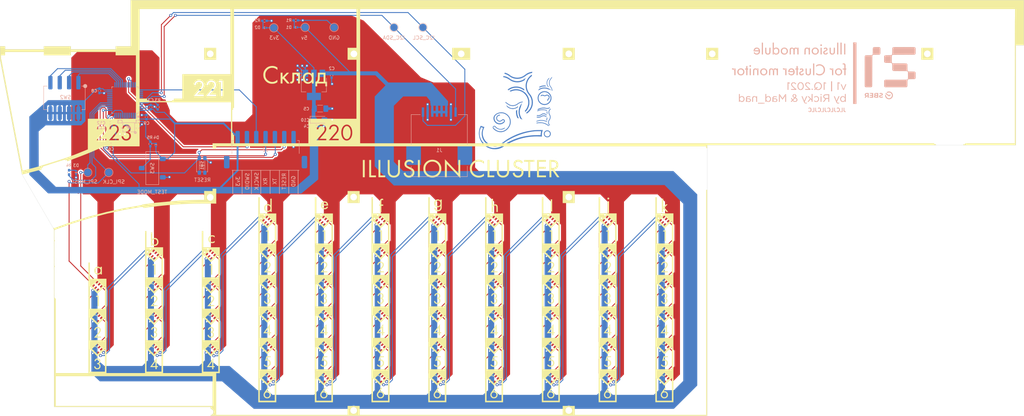
<source format=kicad_pcb>
(kicad_pcb (version 20171130) (host pcbnew "(5.1.9)-1")
  (layers (0 F.Cu signal) (31 B.Cu signal) (34 B.Paste user) (35 F.Paste user) (36 B.SilkS user) (37 F.SilkS user) (38 B.Mask user) (39 F.Mask user) (44 Edge.Cuts user))
  (net 0 "")
  (net 1 GND)
  (net 2 HSE_IN)
  (net 3 +5V)
  (net 4 HSE_OUT)
  (net 5 VDDA)
  (net 6 C_RST)
  (net 7 "Net-(D1-Pad1)")
  (net 8 "Net-(D2-Pad1)")
  (net 9 "Net-(D3-Pad2)")
  (net 10 SWITCH_MODE)
  (net 11 SYS_JTCK-SWCLK)
  (net 12 SYS_JTMS-SWDIO)
  (net 13 SPI1_CLK)
  (net 14 SPI1_MOSI)
  (net 15 "Net-(R3-Pad2)")
  (net 16 "Net-(R4-Pad1)")
  (net 17 "Net-(R5-Pad2)")
  (net 18 REG_4b)
  (net 19 REG_3b)
  (net 20 REG_2b)
  (net 21 REG_1b)
  (net 22 "Net-(U2-Pad46)")
  (net 23 "Net-(U2-Pad45)")
  (net 24 "Net-(U2-Pad41)")
  (net 25 "Net-(U2-Pad40)")
  (net 26 "Net-(U2-Pad38)")
  (net 27 "Net-(U2-Pad25)")
  (net 28 "Net-(U2-Pad22)")
  (net 29 "Net-(U2-Pad21)")
  (net 30 "Net-(U2-Pad20)")
  (net 31 "Net-(U2-Pad19)")
  (net 32 "Net-(U2-Pad18)")
  (net 33 "Net-(U2-Pad14)")
  (net 34 "Net-(U2-Pad11)")
  (net 35 "Net-(U2-Pad10)")
  (net 36 "Net-(U2-Pad4)")
  (net 37 "Net-(U2-Pad3)")
  (net 38 I2C2_SCL)
  (net 39 I2C2_SDA)
  (net 40 "Net-(U2-Pad33)")
  (net 41 "Net-(U2-Pad32)")
  (net 42 "Net-(LED-a-1-Pad6)")
  (net 43 "Net-(LED-a-1-Pad1)")
  (net 44 "Net-(LED-a-2-Pad1)")
  (net 45 "Net-(LED-a-2-Pad6)")
  (net 46 "Net-(LED-a-3-Pad1)")
  (net 47 "Net-(LED-a-3-Pad6)")
  (net 48 "Net-(LED-b-1-Pad6)")
  (net 49 "Net-(LED-b-1-Pad1)")
  (net 50 "Net-(LED-b-2-Pad1)")
  (net 51 "Net-(LED-b-2-Pad6)")
  (net 52 "Net-(LED-b-3-Pad1)")
  (net 53 "Net-(LED-b-3-Pad6)")
  (net 54 "Net-(LED-b-4-Pad6)")
  (net 55 "Net-(LED-b-4-Pad1)")
  (net 56 "Net-(LED-c-1-Pad1)")
  (net 57 "Net-(LED-c-1-Pad6)")
  (net 58 "Net-(LED-c-2-Pad1)")
  (net 59 "Net-(LED-c-2-Pad6)")
  (net 60 "Net-(LED-c-3-Pad6)")
  (net 61 "Net-(LED-c-3-Pad1)")
  (net 62 "Net-(LED-c-4-Pad6)")
  (net 63 "Net-(LED-c-4-Pad1)")
  (net 64 "Net-(LED-d-1-Pad1)")
  (net 65 "Net-(LED-d-1-Pad6)")
  (net 66 "Net-(LED-d-2-Pad6)")
  (net 67 "Net-(LED-d-2-Pad1)")
  (net 68 "Net-(LED-d-3-Pad6)")
  (net 69 "Net-(LED-d-3-Pad1)")
  (net 70 "Net-(LED-d-4-Pad1)")
  (net 71 "Net-(LED-d-4-Pad6)")
  (net 72 "Net-(LED-d-5-Pad6)")
  (net 73 "Net-(LED-d-5-Pad1)")
  (net 74 "Net-(LED-d-6-Pad1)")
  (net 75 "Net-(LED-d-6-Pad6)")
  (net 76 "Net-(LED-e-1-Pad1)")
  (net 77 "Net-(LED-e-1-Pad6)")
  (net 78 "Net-(LED-e-2-Pad6)")
  (net 79 "Net-(LED-e-2-Pad1)")
  (net 80 "Net-(LED-e-3-Pad6)")
  (net 81 "Net-(LED-e-3-Pad1)")
  (net 82 "Net-(LED-e-4-Pad6)")
  (net 83 "Net-(LED-e-4-Pad1)")
  (net 84 "Net-(LED-e-5-Pad1)")
  (net 85 "Net-(LED-e-5-Pad6)")
  (net 86 "Net-(LED-e-6-Pad6)")
  (net 87 "Net-(LED-e-6-Pad1)")
  (net 88 "Net-(LED-f-1-Pad6)")
  (net 89 "Net-(LED-f-1-Pad1)")
  (net 90 "Net-(LED-f-2-Pad1)")
  (net 91 "Net-(LED-f-2-Pad6)")
  (net 92 "Net-(LED-f-3-Pad1)")
  (net 93 "Net-(LED-f-3-Pad6)")
  (net 94 "Net-(LED-f-4-Pad6)")
  (net 95 "Net-(LED-f-4-Pad1)")
  (net 96 "Net-(LED-f-5-Pad1)")
  (net 97 "Net-(LED-f-5-Pad6)")
  (net 98 "Net-(LED-f-6-Pad6)")
  (net 99 "Net-(LED-f-6-Pad1)")
  (net 100 "Net-(LED-g-1-Pad6)")
  (net 101 "Net-(LED-g-1-Pad1)")
  (net 102 "Net-(LED-g-2-Pad1)")
  (net 103 "Net-(LED-g-2-Pad6)")
  (net 104 "Net-(LED-g-3-Pad1)")
  (net 105 "Net-(LED-g-3-Pad6)")
  (net 106 "Net-(LED-g-4-Pad6)")
  (net 107 "Net-(LED-g-4-Pad1)")
  (net 108 "Net-(LED-g-5-Pad1)")
  (net 109 "Net-(LED-g-5-Pad6)")
  (net 110 "Net-(LED-g-6-Pad1)")
  (net 111 "Net-(LED-g-6-Pad6)")
  (net 112 "Net-(LED-h-1-Pad6)")
  (net 113 "Net-(LED-h-1-Pad1)")
  (net 114 "Net-(LED-h-2-Pad1)")
  (net 115 "Net-(LED-h-2-Pad6)")
  (net 116 "Net-(LED-h-3-Pad1)")
  (net 117 "Net-(LED-h-3-Pad6)")
  (net 118 "Net-(LED-h-4-Pad6)")
  (net 119 "Net-(LED-h-4-Pad1)")
  (net 120 "Net-(LED-h-5-Pad1)")
  (net 121 "Net-(LED-h-5-Pad6)")
  (net 122 "Net-(LED-h-6-Pad6)")
  (net 123 "Net-(LED-h-6-Pad1)")
  (net 124 "Net-(LED-i-1-Pad6)")
  (net 125 "Net-(LED-i-1-Pad1)")
  (net 126 "Net-(LED-i-2-Pad1)")
  (net 127 "Net-(LED-i-2-Pad6)")
  (net 128 "Net-(LED-i-3-Pad1)")
  (net 129 "Net-(LED-i-3-Pad6)")
  (net 130 "Net-(LED-i-4-Pad6)")
  (net 131 "Net-(LED-i-4-Pad1)")
  (net 132 "Net-(LED-i-5-Pad1)")
  (net 133 "Net-(LED-i-5-Pad6)")
  (net 134 "Net-(LED-i-6-Pad6)")
  (net 135 "Net-(LED-i-6-Pad1)")
  (net 136 "Net-(LED-j-1-Pad6)")
  (net 137 "Net-(LED-j-1-Pad1)")
  (net 138 "Net-(LED-j-2-Pad1)")
  (net 139 "Net-(LED-j-2-Pad6)")
  (net 140 "Net-(LED-j-3-Pad1)")
  (net 141 "Net-(LED-j-3-Pad6)")
  (net 142 "Net-(LED-j-4-Pad6)")
  (net 143 "Net-(LED-j-4-Pad1)")
  (net 144 "Net-(LED-j-5-Pad1)")
  (net 145 "Net-(LED-j-5-Pad6)")
  (net 146 "Net-(LED-j-6-Pad6)")
  (net 147 "Net-(LED-j-6-Pad1)")
  (net 148 "Net-(LED-k-1-Pad6)")
  (net 149 "Net-(LED-k-1-Pad1)")
  (net 150 "Net-(LED-k-2-Pad1)")
  (net 151 "Net-(LED-k-2-Pad6)")
  (net 152 "Net-(LED-k-3-Pad1)")
  (net 153 "Net-(LED-k-3-Pad6)")
  (net 154 "Net-(LED-k-4-Pad6)")
  (net 155 "Net-(LED-k-4-Pad1)")
  (net 156 "Net-(LED-k-5-Pad1)")
  (net 157 "Net-(LED-k-5-Pad6)")
  (net 158 "Net-(LED-k-6-Pad6)")
  (net 159 "Net-(LED-k-6-Pad1)")
  (net 160 "Net-(SW1-Pad4)")
  (net 161 "Net-(SW1-Pad2)")
  (net 162 USART2_RX)
  (net 163 USART2_TX)
  (net 164 "Net-(U2-Pad30)")
  (net 165 "Net-(U2-Pad31)")
  (net 166 "Net-(U2-Pad35)")
  (net 167 "Net-(U2-Pad36)")
  (net 168 "Net-(U2-Pad39)")
  (module ClusterMonitor_silklib:label_illusion_silk_kicad (layer B.Cu) (at -20.193 111.76 180)
    (fp_text reference G*** hide)
    (fp_text value LOGO hide)
  )
  (module Connector_Molex:RJ45_Molex_smd_44144-0003 (layer B.Cu) (at -124.8029 139.9413 180)
    (fp_text reference J1 (at 0 7.2 unlocked) (layer B.SilkS) (effects (justify mirror)))
    (fp_text value RJ45_Molex_smd_44144-0003 hide)
    (pad NC smd rect (at 6.98 5.785 180) (size 4 5.21) (layers B.Cu B.Paste B.Mask))
    (pad NC smd rect (at -6.98 5.785 180) (size 4 5.21) (layers B.Cu B.Paste B.Mask))
    (pad 8 smd rect (at 4.44 17.58 180) (size 0.64 2.54) (layers B.Cu B.Paste B.Mask) (net 38 I2C2_SCL))
    (pad 7 smd rect (at 3.17 17.58 180) (size 0.64 2.54) (layers B.Cu B.Paste B.Mask) (net 1 GND))
    (pad 6 smd rect (at 1.9 17.58 180) (size 0.64 2.54) (layers B.Cu B.Paste B.Mask) (net 3 +5V))
    (pad 5 smd rect (at 0.63 17.58 180) (size 0.64 2.54) (layers B.Cu B.Paste B.Mask) (net 3 +5V))
    (pad 4 smd rect (at -0.63 17.58 180) (size 0.64 2.54) (layers B.Cu B.Paste B.Mask) (net 3 +5V))
    (pad 3 smd rect (at -1.9 17.58 180) (size 0.64 2.54) (layers B.Cu B.Paste B.Mask) (net 3 +5V))
    (pad 2 smd rect (at -3.17 17.58 180) (size 0.64 2.54) (layers B.Cu B.Paste B.Mask) (net 1 GND))
    (pad 1 smd rect (at -4.44 17.58 180) (size 0.64 2.54) (layers B.Cu B.Paste B.Mask) (net 39 I2C2_SDA))
  )
  (module ClusterMonitor_silklib:CM_2f_illusion_silk_kicad (layer F.Cu) (at -105.0163 148.4757)
    (fp_text reference G*** hide)
    (fp_text value LOGO hide)
  )
  (module _kicad_selfmadeStandartFootprint:MountingHole_1.8mm_M1.6 (layer F.Cu) (at 8.001 106.5022)
    (fp_text reference REF** hide)
    (fp_text value MountingHole_1.8mm_M1.6 hide)
    (pad "" np_thru_hole circle (at 0 0) (size 1.8 1.8) (drill 1.8) (layers *.Cu *.Mask))
  )
  (module _kicad_selfmadeStandartFootprint:MountingHole_1.8mm_M1.6 (layer F.Cu) (at -148.0947 203.6572)
    (fp_text reference REF** hide)
    (fp_text value MountingHole_1.8mm_M1.6 hide)
    (pad "" np_thru_hole circle (at 0 0) (size 1.8 1.8) (drill 1.8) (layers *.Cu *.Mask))
  )
  (module _kicad_selfmadeStandartFootprint:MountingHole_1.8mm_M1.6 (layer F.Cu) (at -89.5604 203.6572)
    (fp_text reference REF** hide)
    (fp_text value MountingHole_1.8mm_M1.6 hide)
    (pad "" np_thru_hole circle (at 0 0) (size 1.8 1.8) (drill 1.8) (layers *.Cu *.Mask))
  )
  (module _kicad_selfmadeStandartFootprint:MountingHole_1.8mm_M1.6 (layer F.Cu) (at -89.5604 145.5293)
    (fp_text reference REF** hide)
    (fp_text value MountingHole_1.8mm_M1.6 hide)
    (pad "" np_thru_hole circle (at 0 0) (size 1.8 1.8) (drill 1.8) (layers *.Cu *.Mask))
  )
  (module _kicad_selfmadeStandartFootprint:MountingHole_1.8mm_M1.6 (layer F.Cu) (at -148.0947 145.5293)
    (fp_text reference REF** hide)
    (fp_text value MountingHole_1.8mm_M1.6 hide)
    (pad "" np_thru_hole circle (at 0 0) (size 1.8 1.8) (drill 1.8) (layers *.Cu *.Mask))
  )
  (module _kicad_selfmadeStandartFootprint:MountingHole_1.8mm_M1.6 (layer F.Cu) (at -187.1218 145.5928)
    (fp_text reference REF** hide)
    (fp_text value MountingHole_1.8mm_M1.6 hide)
    (pad "" np_thru_hole circle (at 0 0) (size 1.8 1.8) (drill 1.8) (layers *.Cu *.Mask))
  )
  (module _kicad_selfmadeStandartFootprint:MountingHole_1.8mm_M1.6 (layer F.Cu) (at -187.1218 106.5022)
    (fp_text reference REF** hide)
    (fp_text value MountingHole_1.8mm_M1.6 hide)
    (pad "" np_thru_hole circle (at 0 0) (size 1.8 1.8) (drill 1.8) (layers *.Cu *.Mask))
  )
  (module _kicad_selfmadeStandartFootprint:MountingHole_1.8mm_M1.6 (layer F.Cu) (at -148.0312 106.5149)
    (fp_text reference REF** hide)
    (fp_text value MountingHole_1.8mm_M1.6 hide)
    (pad "" np_thru_hole circle (at 0 0) (size 1.8 1.8) (drill 1.8) (layers *.Cu *.Mask))
  )
  (module _kicad_selfmadeStandartFootprint:MountingHole_1.8mm_M1.6 (layer F.Cu) (at -118.8339 106.5022)
    (fp_text reference REF** hide)
    (fp_text value MountingHole_1.8mm_M1.6 hide)
    (pad "" np_thru_hole circle (at 0 0) (size 1.8 1.8) (drill 1.8) (layers *.Cu *.Mask))
  )
  (module _kicad_selfmadeStandartFootprint:MountingHole_1.8mm_M1.6 (layer F.Cu) (at -89.5604 106.5022)
    (fp_text reference REF** hide)
    (fp_text value MountingHole_1.8mm_M1.6 hide)
    (pad "" np_thru_hole circle (at 0 0) (size 1.8 1.8) (drill 1.8) (layers *.Cu *.Mask))
  )
  (module _kicad_selfmadeStandartFootprint:MountingHole_1.8mm_M1.6 (layer F.Cu) (at -50.5333 106.5022)
    (fp_text reference REF** hide)
    (fp_text value MountingHole_1.8mm_M1.6 hide)
    (pad "" np_thru_hole circle (at 0 0) (size 1.8 1.8) (drill 1.8) (layers *.Cu *.Mask))
  )
  (module _kicad_selfmadeStandartFootprint:Ricky_podpis_freimor (layer B.Cu) (at -104.013 121.92 180)
    (fp_text reference G*** hide)
    (fp_text value LOGO hide)
    (fp_poly (pts (xy 4.144962 -0.525097) (xy 4.435521 -0.572646) (xy 4.711603 -0.647501) (xy 4.97003 -0.747384) (xy 5.20762 -0.870016) (xy 5.421192 -1.013119) (xy 5.607566 -1.174414) (xy 5.763562 -1.351622) (xy 5.885998 -1.542464) (xy 5.971694 -1.744661) (xy 6.000952 -1.854816) (xy 6.026281 -2.02524) (xy 6.027394 -2.194599) (xy 6.004336 -2.380319) (xy 6.00228 -2.391833) (xy 5.936688 -2.645409) (xy 5.834734 -2.87914) (xy 5.695097 -3.095426) (xy 5.516455 -3.296669) (xy 5.490499 -3.321661) (xy 5.284767 -3.488735) (xy 5.061297 -3.617398) (xy 4.820469 -3.707505) (xy 4.56266 -3.758906) (xy 4.338857 -3.772069) (xy 4.148945 -3.763788) (xy 3.977934 -3.73634) (xy 3.809581 -3.686018) (xy 3.630083 -3.61026) (xy 3.457647 -3.516688) (xy 3.298936 -3.406381) (xy 3.161427 -3.285702) (xy 3.052595 -3.161017) (xy 2.994529 -3.069166) (xy 2.963984 -2.973903) (xy 2.955615 -2.860259) (xy 2.969144 -2.745741) (xy 3.001141 -2.653787) (xy 3.082972 -2.53824) (xy 3.190574 -2.453771) (xy 3.317939 -2.404077) (xy 3.426942 -2.391833) (xy 3.504636 -2.395406) (xy 3.568843 -2.409545) (xy 3.629847 -2.439379) (xy 3.697936 -2.490038) (xy 3.783394 -2.566652) (xy 3.790102 -2.572941) (xy 3.91624 -2.680828) (xy 4.032856 -2.755426) (xy 4.149712 -2.801132) (xy 4.276572 -2.822343) (xy 4.350195 -2.825153) (xy 4.444227 -2.823247) (xy 4.514755 -2.813976) (xy 4.580486 -2.793194) (xy 4.660126 -2.756752) (xy 4.661289 -2.75618) (xy 4.813156 -2.6584) (xy 4.937321 -2.529284) (xy 5.019166 -2.396412) (xy 5.044678 -2.335688) (xy 5.059846 -2.272424) (xy 5.067083 -2.192505) (xy 5.068788 -2.106083) (xy 5.067267 -2.00608) (xy 5.059986 -1.932636) (xy 5.044043 -1.870075) (xy 5.016534 -1.802718) (xy 5.009994 -1.788583) (xy 4.920522 -1.644542) (xy 4.801927 -1.526163) (xy 4.660792 -1.437833) (xy 4.503702 -1.383942) (xy 4.380115 -1.368784) (xy 4.262314 -1.36525) (xy 4.263699 -1.264723) (xy 4.265083 -1.164196) (xy 4.341569 -1.164181) (xy 4.53312 -1.184597) (xy 4.714419 -1.243581) (xy 4.879854 -1.33762) (xy 5.02381 -1.463203) (xy 5.140674 -1.616818) (xy 5.180347 -1.68889) (xy 5.214583 -1.759794) (xy 5.237251 -1.81544) (xy 5.250734 -1.867976) (xy 5.257416 -1.929552) (xy 5.259682 -2.012316) (xy 5.259917 -2.094402) (xy 5.259191 -2.202375) (xy 5.255626 -2.279977) (xy 5.247137 -2.339165) (xy 5.231641 -2.391892) (xy 5.207054 -2.450115) (xy 5.192501 -2.481227) (xy 5.114844 -2.614235) (xy 5.015205 -2.738921) (xy 4.904594 -2.84272) (xy 4.831262 -2.893487) (xy 4.660541 -2.971501) (xy 4.480549 -3.014034) (xy 4.297909 -3.021934) (xy 4.119246 -2.996052) (xy 3.951182 -2.937236) (xy 3.800342 -2.846336) (xy 3.693339 -2.747546) (xy 3.622793 -2.674626) (xy 3.563652 -2.630805) (xy 3.504499 -2.609528) (xy 3.443824 -2.60425) (xy 3.336703 -2.621386) (xy 3.251586 -2.671541) (xy 3.193781 -2.749579) (xy 3.168602 -2.850363) (xy 3.167944 -2.871053) (xy 3.176809 -2.942515) (xy 3.198705 -3.00583) (xy 3.204459 -3.015723) (xy 3.243805 -3.057717) (xy 3.312713 -3.113592) (xy 3.402967 -3.178127) (xy 3.506349 -3.246099) (xy 3.614644 -3.312287) (xy 3.719636 -3.371468) (xy 3.813108 -3.418422) (xy 3.882094 -3.446405) (xy 4.127482 -3.506304) (xy 4.369399 -3.524815) (xy 4.60507 -3.502546) (xy 4.831722 -3.440106) (xy 5.046581 -3.338102) (xy 5.246871 -3.197142) (xy 5.321085 -3.131126) (xy 5.46859 -2.974632) (xy 5.581609 -2.81432) (xy 5.667333 -2.638963) (xy 5.705946 -2.530488) (xy 5.761023 -2.296179) (xy 5.775682 -2.071483) (xy 5.751066 -1.857971) (xy 5.688321 -1.657214) (xy 5.588591 -1.470782) (xy 5.453019 -1.300247) (xy 5.282751 -1.147179) (xy 5.078929 -1.013149) (xy 4.8427 -0.89973) (xy 4.575206 -0.80849) (xy 4.423833 -0.770265) (xy 4.323305 -0.753935) (xy 4.193783 -0.742021) (xy 4.046546 -0.734667) (xy 3.892873 -0.732014) (xy 3.744044 -0.734207) (xy 3.611337 -0.741388) (xy 3.506032 -0.7537) (xy 3.481917 -0.758319) (xy 3.168163 -0.845206) (xy 2.880642 -0.964579) (xy 2.616923 -1.117769) (xy 2.374578 -1.306106) (xy 2.232567 -1.442587) (xy 2.103546 -1.58289) (xy 1.999529 -1.712332) (xy 1.910884 -1.844392) (xy 1.82798 -1.992551) (xy 1.799651 -2.048458) (xy 1.699088 -2.278792) (xy 1.628622 -2.508033) (xy 1.586207 -2.746346) (xy 1.569793 -3.003895) (xy 1.571824 -3.179047) (xy 1.593322 -3.446869) (xy 1.639718 -3.693009) (xy 1.714353 -3.928691) (xy 1.82057 -4.165141) (xy 1.917602 -4.340683) (xy 2.111023 -4.632543) (xy 2.325541 -4.890897) (xy 2.559094 -5.114828) (xy 2.809616 -5.303418) (xy 3.075044 -5.455751) (xy 3.353314 -5.570909) (xy 3.642362 -5.647976) (xy 3.940124 -5.686033) (xy 4.244537 -5.684164) (xy 4.553536 -5.641451) (xy 4.741333 -5.595537) (xy 4.901789 -5.540812) (xy 5.073324 -5.466919) (xy 5.241823 -5.380916) (xy 5.393167 -5.289858) (xy 5.485785 -5.223396) (xy 5.638205 -5.102335) (xy 5.760498 -5.003735) (xy 5.856201 -4.924388) (xy 5.928852 -4.861088) (xy 5.981988 -4.810629) (xy 6.019146 -4.769804) (xy 6.043864 -4.735407) (xy 6.05968 -4.70423) (xy 6.060349 -4.702577) (xy 6.080593 -4.601445) (xy 6.060246 -4.507198) (xy 6.000797 -4.425892) (xy 5.990054 -4.416403) (xy 5.896072 -4.358803) (xy 5.802111 -4.343228) (xy 5.709528 -4.369391) (xy 5.619681 -4.437005) (xy 5.560289 -4.507268) (xy 5.411234 -4.678876) (xy 5.228621 -4.829902) (xy 5.009896 -4.962395) (xy 4.963583 -4.98587) (xy 4.804235 -5.060689) (xy 4.665544 -5.11576) (xy 4.535197 -5.153916) (xy 4.400882 -5.17799) (xy 4.250288 -5.190814) (xy 4.071101 -5.195223) (xy 4.053417 -5.195303) (xy 3.918981 -5.195039) (xy 3.817129 -5.192602) (xy 3.738127 -5.187048) (xy 3.672242 -5.177431) (xy 3.609742 -5.162805) (xy 3.556 -5.146975) (xy 3.477952 -5.119206) (xy 3.386531 -5.081368) (xy 3.290029 -5.03757) (xy 3.196739 -4.991921) (xy 3.114953 -4.948532) (xy 3.052964 -4.911512) (xy 3.019064 -4.88497) (xy 3.015411 -4.879067) (xy 3.009376 -4.846511) (xy 3.001255 -4.78897) (xy 2.997611 -4.759577) (xy 2.985959 -4.661404) (xy 3.128104 -4.756815) (xy 3.347033 -4.884186) (xy 3.569778 -4.972972) (xy 3.80438 -5.02559) (xy 4.058881 -5.044459) (xy 4.085167 -5.044584) (xy 4.275241 -5.037301) (xy 4.441963 -5.013353) (xy 4.602291 -4.969005) (xy 4.773184 -4.900522) (xy 4.804792 -4.886078) (xy 5.006375 -4.774998) (xy 5.195301 -4.6371) (xy 5.359248 -4.481845) (xy 5.413907 -4.418447) (xy 5.508741 -4.313295) (xy 5.597524 -4.243458) (xy 5.688122 -4.204272) (xy 5.7884 -4.191073) (xy 5.797445 -4.191) (xy 5.910982 -4.200759) (xy 6.001982 -4.234095) (xy 6.086461 -4.297094) (xy 6.093232 -4.303423) (xy 6.166511 -4.390897) (xy 6.208009 -4.489459) (xy 6.22241 -4.610926) (xy 6.222535 -4.629528) (xy 6.214918 -4.726709) (xy 6.189926 -4.814783) (xy 6.143155 -4.901915) (xy 6.070203 -4.996269) (xy 5.966667 -5.106011) (xy 5.964356 -5.108317) (xy 5.734408 -5.310327) (xy 5.475454 -5.489387) (xy 5.196026 -5.640967) (xy 4.904654 -5.760536) (xy 4.609869 -5.843563) (xy 4.561115 -5.853509) (xy 4.461929 -5.868602) (xy 4.339698 -5.881261) (xy 4.206829 -5.890809) (xy 4.075726 -5.896567) (xy 3.958793 -5.897857) (xy 3.868436 -5.894) (xy 3.852333 -5.892265) (xy 3.50812 -5.828927) (xy 3.185185 -5.729016) (xy 2.883456 -5.592486) (xy 2.602858 -5.419291) (xy 2.34332 -5.209387) (xy 2.104768 -4.962726) (xy 1.88713 -4.679264) (xy 1.86293 -4.643542) (xy 1.692337 -4.36643) (xy 1.558944 -4.098807) (xy 1.460683 -3.834349) (xy 1.395485 -3.566735) (xy 1.361279 -3.289641) (xy 1.354667 -3.090333) (xy 1.373413 -2.759095) (xy 1.430199 -2.445287) (xy 1.525849 -2.146166) (xy 1.661182 -1.858989) (xy 1.78426 -1.657177) (xy 1.976201 -1.406396) (xy 2.196309 -1.182453) (xy 2.440524 -0.987294) (xy 2.704784 -0.822868) (xy 2.985027 -0.691121) (xy 3.277192 -0.594003) (xy 3.577217 -0.53346) (xy 3.881041 -0.51144) (xy 4.144962 -0.525097)) (layer B.Cu) (width 0.01))
    (fp_poly (pts (xy -8.452377 4.281632) (xy -8.389158 4.271046) (xy -8.322812 4.248639) (xy -8.238769 4.210331) (xy -8.20793 4.19513) (xy -8.076103 4.137148) (xy -7.962659 4.107656) (xy -7.854872 4.106433) (xy -7.740014 4.133259) (xy -7.612081 4.184833) (xy -7.520362 4.224533) (xy -7.449113 4.248086) (xy -7.381543 4.259436) (xy -7.300859 4.262525) (xy -7.281333 4.262497) (xy -7.164569 4.255917) (xy -7.070698 4.235417) (xy -7.017524 4.214939) (xy -6.931625 4.173548) (xy -6.878188 4.13549) (xy -6.849645 4.090318) (xy -6.838428 4.027585) (xy -6.836833 3.96547) (xy -6.840064 3.883401) (xy -6.850751 3.841523) (xy -6.870386 3.838117) (xy -6.900463 3.871465) (xy -6.908326 3.8831) (xy -6.946179 3.923649) (xy -7.005311 3.969913) (xy -7.043052 3.994129) (xy -7.170647 4.045724) (xy -7.308029 4.056361) (xy -7.455502 4.026032) (xy -7.567083 3.979334) (xy -7.643198 3.943082) (xy -7.704053 3.921075) (xy -7.76563 3.90983) (xy -7.843908 3.905865) (xy -7.90575 3.905532) (xy -7.999916 3.906838) (xy -8.067687 3.912996) (xy -8.124991 3.927869) (xy -8.187757 3.955318) (xy -8.255 3.990198) (xy -8.341907 4.033916) (xy -8.408702 4.059469) (xy -8.47101 4.071387) (xy -8.544456 4.074198) (xy -8.544769 4.074197) (xy -8.627288 4.0704) (xy -8.687462 4.055811) (xy -8.744969 4.024742) (xy -8.766353 4.010159) (xy -8.884739 3.906513) (xy -8.970248 3.787537) (xy -9.020001 3.658917) (xy -9.031117 3.526342) (xy -9.027635 3.494005) (xy -9.017021 3.444047) (xy -8.997331 3.400258) (xy -8.962007 3.352929) (xy -8.904493 3.29235) (xy -8.866025 3.254696) (xy -8.749647 3.126929) (xy -8.669402 3.000701) (xy -8.620453 2.866887) (xy -8.601273 2.755141) (xy -8.595135 2.678636) (xy -8.601603 2.638059) (xy -8.627745 2.627371) (xy -8.68063 2.640531) (xy -8.719396 2.654196) (xy -8.76514 2.675868) (xy -8.792312 2.707953) (xy -8.811275 2.764451) (xy -8.816142 2.784878) (xy -8.85287 2.905356) (xy -8.90438 2.99667) (xy -8.978456 3.07141) (xy -9.006506 3.092671) (xy -9.105905 3.18776) (xy -9.175083 3.309464) (xy -9.214969 3.459811) (xy -9.225465 3.569864) (xy -9.227494 3.663881) (xy -9.222044 3.733153) (xy -9.206196 3.795022) (xy -9.177031 3.866831) (xy -9.174555 3.872368) (xy -9.086717 4.01934) (xy -8.97047 4.136745) (xy -8.830187 4.221797) (xy -8.67024 4.271715) (xy -8.527043 4.284476) (xy -8.452377 4.281632)) (layer B.Cu) (width 0.01))
    (fp_poly (pts (xy -4.410847 10.514255) (xy -4.316751 10.498989) (xy -4.202018 10.476239) (xy -4.076645 10.448209) (xy -3.950629 10.417105) (xy -3.833964 10.38513) (xy -3.759654 10.362244) (xy -3.398178 10.221633) (xy -3.05701 10.043879) (xy -2.736353 9.829096) (xy -2.597008 9.718901) (xy -2.28667 9.486787) (xy -1.962 9.293751) (xy -1.624776 9.140239) (xy -1.276778 9.0267) (xy -0.919786 8.953581) (xy -0.555578 8.921327) (xy -0.185934 8.930388) (xy 0.187368 8.98121) (xy 0.270513 8.998192) (xy 0.594892 9.087729) (xy 0.914717 9.213153) (xy 1.221058 9.370061) (xy 1.504983 9.554052) (xy 1.68275 9.694151) (xy 1.822133 9.799192) (xy 1.993616 9.905502) (xy 2.18741 10.008228) (xy 2.393727 10.102522) (xy 2.602778 10.183532) (xy 2.788098 10.241882) (xy 2.940947 10.283965) (xy 3.011565 10.150974) (xy 3.082184 10.017982) (xy 2.844653 9.949499) (xy 2.564264 9.85187) (xy 2.279904 9.721497) (xy 2.003614 9.564822) (xy 1.747441 9.388287) (xy 1.64891 9.309909) (xy 1.468532 9.177464) (xy 1.255294 9.050973) (xy 1.018656 8.935253) (xy 0.768077 8.835119) (xy 0.620407 8.786181) (xy 0.397453 8.724064) (xy 0.187266 8.679634) (xy -0.031476 8.648814) (xy -0.164352 8.636087) (xy -0.283566 8.626635) (xy -0.376665 8.620983) (xy -0.45699 8.619198) (xy -0.53788 8.621348) (xy -0.632676 8.627501) (xy -0.754717 8.637725) (xy -0.771212 8.639174) (xy -1.148372 8.69348) (xy -1.517061 8.788746) (xy -1.875173 8.924081) (xy -2.220604 9.098594) (xy -2.551251 9.311393) (xy -2.783417 9.491519) (xy -3.058428 9.695381) (xy -3.361402 9.872244) (xy -3.685319 10.018945) (xy -4.023157 10.132321) (xy -4.367896 10.209209) (xy -4.38166 10.211469) (xy -4.420591 10.219698) (xy -4.445465 10.235249) (xy -4.462785 10.267802) (xy -4.479054 10.327036) (xy -4.489272 10.371664) (xy -4.52264 10.519834) (xy -4.474311 10.519834) (xy -4.410847 10.514255)) (layer B.Cu) (width 0.01))
    (fp_poly (pts (xy 3.321896 9.354372) (xy 3.338477 9.313497) (xy 3.343596 9.294904) (xy 3.361691 9.223229) (xy 3.376796 9.156264) (xy 3.377599 9.152296) (xy 3.390295 9.088815) (xy 3.187658 9.05291) (xy 2.908729 8.988487) (xy 2.62453 8.895069) (xy 2.347707 8.777811) (xy 2.090902 8.641863) (xy 1.93675 8.543174) (xy 1.740241 8.407655) (xy 1.571882 8.294369) (xy 1.425944 8.200161) (xy 1.296702 8.121875) (xy 1.178427 8.056357) (xy 1.065393 8.000453) (xy 0.951873 7.951007) (xy 0.832139 7.904865) (xy 0.700464 7.858873) (xy 0.685087 7.853714) (xy 0.39824 7.773368) (xy 0.090421 7.715134) (xy -0.224651 7.680607) (xy -0.53326 7.671381) (xy -0.7745 7.684065) (xy -1.107902 7.733051) (xy -1.443198 7.814513) (xy -1.767043 7.924655) (xy -2.02943 8.041025) (xy -2.156053 8.104949) (xy -2.251121 8.155871) (xy -2.321151 8.1993) (xy -2.37266 8.240747) (xy -2.412162 8.285721) (xy -2.446176 8.339733) (xy -2.481217 8.408293) (xy -2.493233 8.433208) (xy -2.546089 8.537151) (xy -2.607468 8.648603) (xy -2.665834 8.746782) (xy -2.677321 8.76484) (xy -2.773972 8.914247) (xy -2.598778 8.767314) (xy -2.291551 8.535766) (xy -1.969295 8.34291) (xy -1.634203 8.189174) (xy -1.288469 8.074988) (xy -0.934284 8.00078) (xy -0.573842 7.966979) (xy -0.209337 7.974013) (xy 0.157039 8.022312) (xy 0.523093 8.112305) (xy 0.610137 8.139982) (xy 0.798332 8.211073) (xy 0.997418 8.301259) (xy 1.192677 8.403084) (xy 1.369391 8.509093) (xy 1.456251 8.568585) (xy 1.67343 8.722252) (xy 1.867801 8.850356) (xy 2.046741 8.957017) (xy 2.217626 9.046355) (xy 2.387833 9.122489) (xy 2.564738 9.189539) (xy 2.573796 9.192694) (xy 2.72024 9.23957) (xy 2.881164 9.284556) (xy 3.041104 9.323727) (xy 3.184596 9.353156) (xy 3.243353 9.362706) (xy 3.295271 9.367337) (xy 3.321896 9.354372)) (layer B.Cu) (width 0.01))
    (fp_poly (pts (xy -9.096184 8.784255) (xy -9.009849 8.760955) (xy -8.950609 8.735075) (xy -8.903562 8.698729) (xy -8.872653 8.665975) (xy -8.71161 8.45206) (xy -8.585209 8.218009) (xy -8.49502 7.969029) (xy -8.442616 7.710327) (xy -8.429567 7.447112) (xy -8.446153 7.252621) (xy -8.489268 7.052511) (xy -8.558707 6.847295) (xy -8.647284 6.657739) (xy -8.65959 6.63575) (xy -8.717386 6.537211) (xy -8.762408 6.469598) (xy -8.801477 6.426314) (xy -8.841416 6.40076) (xy -8.889047 6.386338) (xy -8.923632 6.380362) (xy -8.984212 6.372189) (xy -9.010481 6.373406) (xy -9.0099 6.386525) (xy -8.996839 6.40502) (xy -8.960281 6.450233) (xy -8.918986 6.498167) (xy -8.858767 6.578307) (xy -8.7934 6.685991) (xy -8.7298 6.808184) (xy -8.674882 6.931851) (xy -8.643866 7.01675) (xy -8.610505 7.140412) (xy -8.589363 7.272385) (xy -8.578052 7.421104) (xy -8.584397 7.68578) (xy -8.629605 7.933831) (xy -8.713938 8.165899) (xy -8.83766 8.382626) (xy -9.001033 8.584654) (xy -9.090177 8.673394) (xy -9.246779 8.819642) (xy -9.096184 8.784255)) (layer B.Cu) (width 0.01))
    (fp_poly (pts (xy -7.478585 6.778332) (xy -7.150155 6.72629) (xy -6.834098 6.633974) (xy -6.633263 6.551539) (xy -6.482608 6.482346) (xy -6.468015 6.379132) (xy -6.45719 6.310355) (xy -6.446555 6.254857) (xy -6.442618 6.238875) (xy -6.438202 6.217518) (xy -6.444518 6.208172) (xy -6.467468 6.21256) (xy -6.512956 6.232405) (xy -6.586887 6.26943) (xy -6.638568 6.296064) (xy -6.865478 6.400341) (xy -7.09274 6.476805) (xy -7.329448 6.527366) (xy -7.584694 6.553933) (xy -7.867571 6.558416) (xy -7.885945 6.558017) (xy -8.225974 6.549965) (xy -8.094514 6.783917) (xy -7.820216 6.790265) (xy -7.478585 6.778332)) (layer B.Cu) (width 0.01))
    (fp_poly (pts (xy 0.421453 6.476337) (xy 0.786596 6.400746) (xy 1.143609 6.286798) (xy 1.489363 6.134511) (xy 1.820735 5.943902) (xy 1.874143 5.908546) (xy 1.959593 5.850041) (xy 2.038297 5.794689) (xy 2.099568 5.750079) (xy 2.125527 5.729995) (xy 2.187304 5.679428) (xy 2.066481 5.588205) (xy 1.945657 5.496982) (xy 1.856537 5.563595) (xy 1.558611 5.760766) (xy 1.235239 5.927242) (xy 0.892862 6.060171) (xy 0.537923 6.1567) (xy 0.497917 6.16507) (xy 0.332169 6.190581) (xy 0.139059 6.207042) (xy -0.06937 6.214467) (xy -0.281072 6.212873) (xy -0.484002 6.202274) (xy -0.666116 6.182686) (xy -0.775711 6.16343) (xy -1.101238 6.076135) (xy -1.421189 5.956955) (xy -1.725197 5.810408) (xy -2.002898 5.64101) (xy -2.049237 5.608478) (xy -2.122801 5.555958) (xy -2.182077 5.514166) (xy -2.219673 5.488282) (xy -2.229154 5.482402) (xy -2.246511 5.494284) (xy -2.285018 5.523646) (xy -2.299543 5.535027) (xy -2.366002 5.587418) (xy -2.32486 5.698834) (xy -2.303192 5.751593) (xy -2.278085 5.792653) (xy -2.241365 5.830411) (xy -2.184853 5.873262) (xy -2.100375 5.929602) (xy -2.099651 5.930073) (xy -1.765114 6.123451) (xy -1.416826 6.278354) (xy -1.057915 6.394799) (xy -0.691506 6.472802) (xy -0.320724 6.512382) (xy 0.051304 6.513554) (xy 0.421453 6.476337)) (layer B.Cu) (width 0.01))
    (fp_poly (pts (xy -7.530598 6.222534) (xy -7.287797 6.19525) (xy -7.059035 6.145863) (xy -6.831833 6.071556) (xy -6.593709 5.96951) (xy -6.549151 5.948186) (xy -6.455885 5.902259) (xy -6.393038 5.868028) (xy -6.35276 5.839089) (xy -6.327201 5.809035) (xy -6.308512 5.771463) (xy -6.297361 5.742724) (xy -6.263142 5.658601) (xy -6.222816 5.568907) (xy -6.208979 5.540375) (xy -6.182101 5.484832) (xy -6.166331 5.448858) (xy -6.164435 5.441065) (xy -6.182995 5.453072) (xy -6.227568 5.484009) (xy -6.289817 5.528062) (xy -6.314854 5.545945) (xy -6.57973 5.710017) (xy -6.863799 5.838513) (xy -7.162592 5.930959) (xy -7.471639 5.986882) (xy -7.786469 6.005808) (xy -8.102611 5.987262) (xy -8.415597 5.930772) (xy -8.720956 5.835863) (xy -8.79013 5.808346) (xy -8.880968 5.77457) (xy -8.988773 5.740068) (xy -9.082533 5.714296) (xy -9.243594 5.670739) (xy -9.396669 5.621808) (xy -9.529022 5.571795) (xy -9.599083 5.540157) (xy -9.68375 5.498132) (xy -9.631872 5.55425) (xy -9.577204 5.603707) (xy -9.494296 5.666897) (xy -9.39231 5.73772) (xy -9.280407 5.810077) (xy -9.167749 5.877868) (xy -9.063496 5.934994) (xy -9.04875 5.942466) (xy -8.798025 6.055357) (xy -8.553741 6.137958) (xy -8.304484 6.192902) (xy -8.038841 6.222821) (xy -7.799917 6.230531) (xy -7.530598 6.222534)) (layer B.Cu) (width 0.01))
    (fp_poly (pts (xy -9.910737 9.104737) (xy -9.868615 9.086125) (xy -9.833331 9.067408) (xy -9.73512 8.988657) (xy -9.682113 8.915439) (xy -9.640093 8.84939) (xy -9.582442 8.767419) (xy -9.520794 8.68599) (xy -9.513572 8.676901) (xy -9.368465 8.480642) (xy -9.256605 8.293797) (xy -9.173412 8.106768) (xy -9.11431 7.909956) (xy -9.089195 7.787138) (xy -9.06419 7.523266) (xy -9.080871 7.261249) (xy -9.138598 7.00353) (xy -9.236726 6.752557) (xy -9.374615 6.510776) (xy -9.453347 6.400522) (xy -9.579951 6.223219) (xy -9.676509 6.059769) (xy -9.747724 5.899842) (xy -9.798294 5.733107) (xy -9.829112 5.574758) (xy -9.84334 5.49219) (xy -9.858295 5.439945) (xy -9.879526 5.406285) (xy -9.912585 5.379477) (xy -9.925409 5.371161) (xy -9.997261 5.325668) (xy -9.982409 5.489571) (xy -9.937239 5.756198) (xy -9.851861 6.013313) (xy -9.728102 6.256406) (xy -9.592974 6.450054) (xy -9.448295 6.652197) (xy -9.341076 6.851447) (xy -9.268011 7.056331) (xy -9.225796 7.275374) (xy -9.213328 7.4295) (xy -9.217179 7.665361) (xy -9.251757 7.884047) (xy -9.31942 8.092415) (xy -9.422526 8.297323) (xy -9.563432 8.505625) (xy -9.599363 8.552112) (xy -9.658689 8.63214) (xy -9.72171 8.725203) (xy -9.783709 8.823329) (xy -9.839969 8.918543) (xy -9.885775 9.002872) (xy -9.916409 9.068344) (xy -9.927167 9.106259) (xy -9.910737 9.104737)) (layer B.Cu) (width 0.01))
    (fp_poly (pts (xy -7.669327 5.236255) (xy -7.398155 5.189465) (xy -7.138617 5.104057) (xy -6.894762 4.981679) (xy -6.67064 4.823978) (xy -6.483653 4.647262) (xy -6.30628 4.425816) (xy -6.168516 4.189613) (xy -6.070092 3.937961) (xy -6.010739 3.670167) (xy -5.990187 3.385538) (xy -5.990167 3.376084) (xy -6.009699 3.090159) (xy -6.068288 2.820556) (xy -6.165923 2.567303) (xy -6.302591 2.33043) (xy -6.478283 2.109967) (xy -6.485566 2.102089) (xy -6.69169 1.910306) (xy -6.919076 1.753927) (xy -7.16413 1.634083) (xy -7.423259 1.551909) (xy -7.692871 1.508538) (xy -7.969372 1.505102) (xy -8.24917 1.542736) (xy -8.255 1.543963) (xy -8.519778 1.621095) (xy -8.766369 1.734868) (xy -8.991913 1.882464) (xy -9.193552 2.061063) (xy -9.368426 2.267846) (xy -9.513677 2.499994) (xy -9.626445 2.754688) (xy -9.687386 2.956372) (xy -9.707564 3.073298) (xy -9.719665 3.21792) (xy -9.723689 3.376377) (xy -9.722489 3.42328) (xy -9.502111 3.42328) (xy -9.488023 3.174404) (xy -9.473466 3.086904) (xy -9.411397 2.845442) (xy -9.323191 2.63194) (xy -9.204369 2.437985) (xy -9.050452 2.255165) (xy -9.007697 2.211917) (xy -8.810247 2.041454) (xy -8.602787 1.910193) (xy -8.380173 1.815284) (xy -8.204934 1.767273) (xy -8.047995 1.744654) (xy -7.869407 1.737611) (xy -7.686772 1.745863) (xy -7.51769 1.76913) (xy -7.472348 1.778969) (xy -7.226807 1.859144) (xy -6.998387 1.976279) (xy -6.791258 2.127034) (xy -6.609589 2.308068) (xy -6.457548 2.516038) (xy -6.38197 2.652989) (xy -6.289405 2.888124) (xy -6.235018 3.133663) (xy -6.218235 3.384078) (xy -6.23848 3.633844) (xy -6.295181 3.877435) (xy -6.387762 4.109325) (xy -6.515649 4.323986) (xy -6.562055 4.385767) (xy -6.737309 4.574414) (xy -6.937336 4.732051) (xy -7.157299 4.856875) (xy -7.392366 4.947082) (xy -7.637702 5.000871) (xy -7.888473 5.016437) (xy -8.139843 4.991977) (xy -8.171304 4.985968) (xy -8.419037 4.915844) (xy -8.647578 4.811421) (xy -8.854453 4.676308) (xy -9.037186 4.514116) (xy -9.193303 4.328453) (xy -9.320329 4.122928) (xy -9.415789 3.901152) (xy -9.477208 3.666733) (xy -9.502111 3.42328) (xy -9.722489 3.42328) (xy -9.719635 3.534808) (xy -9.707505 3.679354) (xy -9.687386 3.795796) (xy -9.600674 4.064067) (xy -9.479266 4.311459) (xy -9.326231 4.535419) (xy -9.144637 4.733394) (xy -8.937553 4.902831) (xy -8.708048 5.041177) (xy -8.459191 5.145879) (xy -8.19405 5.214384) (xy -7.948083 5.242781) (xy -7.669327 5.236255)) (layer B.Cu) (width 0.01))
    (fp_poly (pts (xy -1.801949 2.38988) (xy -1.714443 2.382774) (xy -1.623396 2.371791) (xy -1.550466 2.35983) (xy -1.309722 2.301169) (xy -1.081015 2.217277) (xy -0.856229 2.104326) (xy -0.627246 1.958484) (xy -0.495297 1.861888) (xy -0.236655 1.686287) (xy 0.024747 1.552285) (xy 0.2903 1.459174) (xy 0.296333 1.457544) (xy 0.436027 1.429948) (xy 0.602049 1.412792) (xy 0.781456 1.406105) (xy 0.961305 1.409913) (xy 1.128654 1.424244) (xy 1.270561 1.449126) (xy 1.29488 1.455407) (xy 1.574598 1.550391) (xy 1.830042 1.675643) (xy 2.070677 1.836139) (xy 2.169583 1.915235) (xy 2.291513 2.009549) (xy 2.426947 2.101048) (xy 2.565005 2.183283) (xy 2.69481 2.249803) (xy 2.805485 2.294159) (xy 2.812284 2.296282) (xy 2.838139 2.302917) (xy 2.847737 2.29742) (xy 2.839998 2.272466) (xy 2.813841 2.220731) (xy 2.796247 2.18765) (xy 2.75105 2.111873) (xy 2.704341 2.060343) (xy 2.640473 2.017404) (xy 2.60914 2.000444) (xy 2.540833 1.9601) (xy 2.452997 1.901707) (xy 2.358718 1.834203) (xy 2.297094 1.787257) (xy 2.138235 1.665804) (xy 2.000959 1.568918) (xy 1.876538 1.491611) (xy 1.75625 1.428891) (xy 1.631369 1.37577) (xy 1.493169 1.327257) (xy 1.49225 1.326959) (xy 1.259319 1.266128) (xy 1.014076 1.228289) (xy 0.771199 1.21496) (xy 0.545364 1.227662) (xy 0.53975 1.228366) (xy 0.247218 1.285358) (xy -0.033852 1.380897) (xy -0.306258 1.516171) (xy -0.572794 1.692371) (xy -0.601131 1.713734) (xy -0.855044 1.890056) (xy -1.102693 2.027048) (xy -1.342902 2.124171) (xy -1.574495 2.180888) (xy -1.640417 2.18976) (xy -1.737979 2.201371) (xy -1.803005 2.213413) (xy -1.845141 2.229851) (xy -1.874037 2.254654) (xy -1.899341 2.291787) (xy -1.902825 2.297651) (xy -1.930562 2.346717) (xy -1.946117 2.378225) (xy -1.947333 2.38246) (xy -1.927983 2.39027) (xy -1.876326 2.39256) (xy -1.801949 2.38988)) (layer B.Cu) (width 0.01))
    (fp_poly (pts (xy 2.470721 1.431001) (xy 2.46919 1.408874) (xy 2.459428 1.355467) (xy 2.443314 1.280609) (xy 2.435461 1.246648) (xy 2.412664 1.156704) (xy 2.390705 1.094974) (xy 2.362515 1.048084) (xy 2.321027 1.002661) (xy 2.292164 0.975468) (xy 2.071777 0.800391) (xy 1.825695 0.655111) (xy 1.559942 0.54139) (xy 1.280543 0.460988) (xy 0.993522 0.415668) (xy 0.704903 0.407191) (xy 0.440152 0.433947) (xy 0.202437 0.488524) (xy -0.034394 0.570062) (xy -0.257572 0.673322) (xy -0.454325 0.793065) (xy -0.479406 0.811119) (xy -0.545719 0.861713) (xy -0.585454 0.900078) (xy -0.606902 0.937998) (xy -0.618352 0.987251) (xy -0.622152 1.013985) (xy -0.633166 1.084047) (xy -0.645065 1.140749) (xy -0.650533 1.159133) (xy -0.643677 1.165195) (xy -0.612439 1.146464) (xy -0.563439 1.106976) (xy -0.559811 1.1038) (xy -0.415612 0.989532) (xy -0.253992 0.882394) (xy -0.090448 0.791996) (xy 0.027286 0.739749) (xy 0.156925 0.691298) (xy 0.265148 0.655802) (xy 0.363238 0.631323) (xy 0.462475 0.615925) (xy 0.574143 0.607669) (xy 0.709523 0.604619) (xy 0.814917 0.604509) (xy 0.951467 0.605519) (xy 1.055311 0.608143) (xy 1.13607 0.613411) (xy 1.203366 0.62235) (xy 1.266822 0.635989) (xy 1.336059 0.655357) (xy 1.360769 0.662859) (xy 1.619686 0.760165) (xy 1.862601 0.886699) (xy 2.082807 1.038096) (xy 2.273593 1.209987) (xy 2.370218 1.31997) (xy 2.416993 1.376669) (xy 2.452691 1.416348) (xy 2.470235 1.431188) (xy 2.470721 1.431001)) (layer B.Cu) (width 0.01))
    (fp_poly (pts (xy -9.229092 0.856273) (xy -9.182643 0.828047) (xy -9.147213 0.804692) (xy -8.980528 0.716023) (xy -8.793323 0.659599) (xy -8.657167 0.641274) (xy -8.579217 0.638442) (xy -8.503372 0.642193) (xy -8.418109 0.653985) (xy -8.311905 0.675274) (xy -8.218052 0.696817) (xy -8.097345 0.724223) (xy -7.998493 0.742943) (xy -7.907103 0.754585) (xy -7.808779 0.760758) (xy -7.689127 0.763071) (xy -7.62337 0.763282) (xy -7.496155 0.761667) (xy -7.368921 0.757161) (xy -7.254811 0.750412) (xy -7.166963 0.742068) (xy -7.152318 0.74006) (xy -6.902141 0.691431) (xy -6.64152 0.620341) (xy -6.387022 0.532016) (xy -6.155211 0.431681) (xy -6.121226 0.414808) (xy -6.062902 0.38275) (xy -6.027889 0.351729) (xy -6.005624 0.307738) (xy -5.985544 0.236769) (xy -5.98483 0.233938) (xy -5.970119 0.168085) (xy -5.963564 0.122611) (xy -5.966072 0.107942) (xy -5.989082 0.11822) (xy -6.041292 0.14452) (xy -6.114669 0.182722) (xy -6.19125 0.223387) (xy -6.399903 0.32252) (xy -6.634158 0.412146) (xy -6.877435 0.486336) (xy -7.027333 0.522368) (xy -7.11241 0.537805) (xy -7.205822 0.54879) (xy -7.316203 0.555889) (xy -7.452187 0.559672) (xy -7.609417 0.560713) (xy -7.753679 0.560304) (xy -7.864659 0.5585) (xy -7.951405 0.554444) (xy -8.022966 0.547277) (xy -8.088389 0.536142) (xy -8.156722 0.520182) (xy -8.222294 0.50261) (xy -8.443738 0.45689) (xy -8.648595 0.445869) (xy -8.834383 0.469369) (xy -8.998622 0.527213) (xy -9.06216 0.562701) (xy -9.114382 0.593744) (xy -9.151599 0.612384) (xy -9.159455 0.614694) (xy -9.184291 0.627879) (xy -9.227103 0.659922) (xy -9.244702 0.674577) (xy -9.287292 0.714655) (xy -9.302177 0.745985) (xy -9.295417 0.785351) (xy -9.290256 0.800717) (xy -9.270792 0.845973) (xy -9.254385 0.867214) (xy -9.253055 0.867449) (xy -9.229092 0.856273)) (layer B.Cu) (width 0.01))
    (fp_poly (pts (xy -7.037431 0.276574) (xy -6.687032 0.223674) (xy -6.344433 0.130648) (xy -6.064633 0.021339) (xy -5.991985 -0.013271) (xy -5.949279 -0.041387) (xy -5.926934 -0.071677) (xy -5.915365 -0.112808) (xy -5.91517 -0.113844) (xy -5.907752 -0.168469) (xy -5.907928 -0.204487) (xy -5.908649 -0.206941) (xy -5.92972 -0.207456) (xy -5.978923 -0.192036) (xy -6.046616 -0.163857) (xy -6.06425 -0.155686) (xy -6.190748 -0.101657) (xy -6.343161 -0.045295) (xy -6.505739 0.008234) (xy -6.662735 0.05376) (xy -6.7984 0.086115) (xy -6.805083 0.08744) (xy -6.89495 0.099711) (xy -7.019783 0.108895) (xy -7.172303 0.114594) (xy -7.33425 0.116417) (xy -7.512977 0.114751) (xy -7.660791 0.108639) (xy -7.789022 0.096412) (xy -7.909 0.076399) (xy -8.032053 0.046929) (xy -8.169513 0.006334) (xy -8.244417 -0.017751) (xy -8.337921 -0.047936) (xy -8.416729 -0.072587) (xy -8.472123 -0.089029) (xy -8.494929 -0.094607) (xy -8.514083 -0.077573) (xy -8.537835 -0.034986) (xy -8.541118 -0.027442) (xy -8.569629 0.040366) (xy -8.450028 0.085115) (xy -8.101929 0.193617) (xy -7.74823 0.261635) (xy -7.39228 0.289257) (xy -7.037431 0.276574)) (layer B.Cu) (width 0.01))
    (fp_poly (pts (xy 0.095227 5.77895) (xy 0.475706 5.736069) (xy 0.850816 5.65271) (xy 0.998312 5.608036) (xy 1.079901 5.579098) (xy 1.176199 5.541406) (xy 1.279817 5.498287) (xy 1.383365 5.453068) (xy 1.479453 5.409076) (xy 1.560692 5.369639) (xy 1.619693 5.338083) (xy 1.649065 5.317736) (xy 1.651 5.314165) (xy 1.633364 5.299378) (xy 1.586493 5.271755) (xy 1.519439 5.236518) (xy 1.497542 5.225637) (xy 1.344083 5.150323) (xy 1.207308 5.212501) (xy 0.885503 5.336164) (xy 0.546304 5.423936) (xy 0.195366 5.475436) (xy -0.161658 5.490282) (xy -0.519114 5.468093) (xy -0.871347 5.408487) (xy -1.044059 5.364441) (xy -1.388447 5.24466) (xy -1.71425 5.088286) (xy -2.01917 4.897802) (xy -2.300912 4.675691) (xy -2.557175 4.424435) (xy -2.785664 4.146517) (xy -2.98408 3.844419) (xy -3.150126 3.520623) (xy -3.281505 3.177613) (xy -3.36856 2.852882) (xy -3.392228 2.713208) (xy -3.409488 2.541707) (xy -3.420777 2.333775) (xy -3.422401 2.286) (xy -3.426126 2.13694) (xy -3.426462 2.018231) (xy -3.422782 1.917981) (xy -3.414458 1.824297) (xy -3.400862 1.725287) (xy -3.389004 1.653046) (xy -3.304846 1.282224) (xy -3.182326 0.928861) (xy -3.021934 0.594006) (xy -2.824164 0.278708) (xy -2.623549 0.022819) (xy -2.471449 -0.153195) (xy -2.576874 -0.25862) (xy -2.682299 -0.364044) (xy -2.835547 -0.187314) (xy -3.075947 0.121986) (xy -3.281806 0.454685) (xy -3.451618 0.807718) (xy -3.583882 1.178016) (xy -3.666464 1.508011) (xy -3.683289 1.596447) (xy -3.69572 1.678005) (xy -3.704363 1.761611) (xy -3.709823 1.856193) (xy -3.712706 1.970676) (xy -3.713619 2.113987) (xy -3.71352 2.201334) (xy -3.712482 2.36346) (xy -3.709938 2.49189) (xy -3.705266 2.595252) (xy -3.697845 2.682173) (xy -3.687055 2.761283) (xy -3.672272 2.841209) (xy -3.664935 2.876119) (xy -3.560021 3.269596) (xy -3.420237 3.640304) (xy -3.24648 3.987056) (xy -3.039649 4.308667) (xy -2.800642 4.603948) (xy -2.530359 4.871713) (xy -2.229697 5.110776) (xy -1.899554 5.31995) (xy -1.757042 5.396207) (xy -1.405714 5.551418) (xy -1.04109 5.667585) (xy -0.666904 5.744421) (xy -0.286887 5.781638) (xy 0.095227 5.77895)) (layer B.Cu) (width 0.01))
    (fp_poly (pts (xy -4.318323 9.689799) (xy -4.249477 9.640546) (xy -4.156937 9.571295) (xy -3.858097 9.322121) (xy -3.590564 9.044705) (xy -3.355472 8.740423) (xy -3.153955 8.410649) (xy -3.079946 8.265584) (xy -2.927648 7.902803) (xy -2.816342 7.533255) (xy -2.745712 7.159446) (xy -2.715444 6.78388) (xy -2.725223 6.409062) (xy -2.774736 6.037498) (xy -2.863666 5.671693) (xy -2.991701 5.31415) (xy -3.158525 4.967376) (xy -3.363824 4.633876) (xy -3.5703 4.360334) (xy -3.793803 4.065089) (xy -3.978396 3.76656) (xy -4.127365 3.45806) (xy -4.243994 3.132902) (xy -4.321764 2.831022) (xy -4.338866 2.745499) (xy -4.351348 2.664463) (xy -4.35989 2.578649) (xy -4.365169 2.478793) (xy -4.367863 2.355629) (xy -4.368653 2.199895) (xy -4.368654 2.19075) (xy -4.367959 2.033488) (xy -4.365412 1.909183) (xy -4.360321 1.808477) (xy -4.351992 1.72201) (xy -4.339734 1.640423) (xy -4.322855 1.554357) (xy -4.320891 1.545167) (xy -4.220614 1.171935) (xy -4.085135 0.822119) (xy -3.914203 0.495243) (xy -3.707564 0.190833) (xy -3.464964 -0.091585) (xy -3.429 -0.128503) (xy -3.333854 -0.220649) (xy -3.228167 -0.316453) (xy -3.125553 -0.403897) (xy -3.048 -0.464837) (xy -2.974396 -0.520247) (xy -2.91575 -0.566338) (xy -2.879038 -0.597502) (xy -2.870104 -0.607796) (xy -2.881221 -0.629929) (xy -2.907036 -0.67468) (xy -2.940446 -0.730384) (xy -2.974352 -0.785376) (xy -3.001654 -0.827992) (xy -3.015249 -0.846567) (xy -3.015514 -0.846666) (xy -3.033664 -0.835326) (xy -3.078023 -0.805086) (xy -3.140324 -0.761611) (xy -3.166389 -0.743221) (xy -3.459534 -0.51036) (xy -3.728586 -0.245046) (xy -3.970006 0.048165) (xy -4.180254 0.364719) (xy -4.355792 0.700059) (xy -4.436637 0.891827) (xy -4.554712 1.255317) (xy -4.632867 1.628039) (xy -4.671297 2.006135) (xy -4.670198 2.385751) (xy -4.629768 2.76303) (xy -4.550201 3.134116) (xy -4.431695 3.495154) (xy -4.287816 3.816356) (xy -4.200475 3.978049) (xy -4.106532 4.131498) (xy -3.998617 4.28779) (xy -3.869362 4.458014) (xy -3.82081 4.519084) (xy -3.646693 4.746773) (xy -3.502289 4.960789) (xy -3.382088 5.170945) (xy -3.280579 5.38705) (xy -3.192254 5.618917) (xy -3.175853 5.66754) (xy -3.115136 5.866651) (xy -3.071107 6.0514) (xy -3.041735 6.235123) (xy -3.024987 6.431158) (xy -3.018833 6.652843) (xy -3.018694 6.69925) (xy -3.032779 7.036907) (xy -3.076321 7.35207) (xy -3.151524 7.654644) (xy -3.260594 7.954531) (xy -3.335194 8.120608) (xy -3.465244 8.360583) (xy -3.624289 8.601066) (xy -3.804409 8.832121) (xy -3.997682 9.04381) (xy -4.196189 9.226194) (xy -4.252072 9.271) (xy -4.40233 9.387417) (xy -4.402498 9.562787) (xy -4.402722 9.638569) (xy -4.399701 9.688979) (xy -4.388151 9.714198) (xy -4.362786 9.71441) (xy -4.318323 9.689799)) (layer B.Cu) (width 0.01))
    (fp_poly (pts (xy -8.469586 -0.265192) (xy -8.45983 -0.296958) (xy -8.455094 -0.360844) (xy -8.454912 -0.44699) (xy -8.458821 -0.545541) (xy -8.466353 -0.646637) (xy -8.477045 -0.740422) (xy -8.49043 -0.817038) (xy -8.496809 -0.841949) (xy -8.518803 -0.911147) (xy -8.537909 -0.962116) (xy -8.549406 -0.983058) (xy -8.56798 -0.972385) (xy -8.598582 -0.935751) (xy -8.61082 -0.917963) (xy -8.637463 -0.872662) (xy -8.648362 -0.833017) (xy -8.645577 -0.782312) (xy -8.634884 -0.722577) (xy -8.622821 -0.631476) (xy -8.617249 -0.526479) (xy -8.618145 -0.460355) (xy -8.625417 -0.320178) (xy -8.554005 -0.286181) (xy -8.504566 -0.26726) (xy -8.472716 -0.26351) (xy -8.469586 -0.265192)) (layer B.Cu) (width 0.01))
    (fp_poly (pts (xy -7.55454 -0.81253) (xy -7.404685 -0.832105) (xy -7.30857 -0.855802) (xy -7.264863 -0.870895) (xy -7.220438 -0.890305) (xy -7.169314 -0.9176) (xy -7.105516 -0.956346) (xy -7.023065 -1.010113) (xy -6.915983 -1.082468) (xy -6.829562 -1.141691) (xy -6.749555 -1.188225) (xy -6.654483 -1.231845) (xy -6.596729 -1.252806) (xy -6.477758 -1.280165) (xy -6.333494 -1.298655) (xy -6.180238 -1.307278) (xy -6.034293 -1.305033) (xy -5.927907 -1.293793) (xy -5.857095 -1.283349) (xy -5.804887 -1.278221) (xy -5.783252 -1.279358) (xy -5.775416 -1.303704) (xy -5.766189 -1.354013) (xy -5.763775 -1.370914) (xy -5.760258 -1.428322) (xy -5.772491 -1.458569) (xy -5.792013 -1.470595) (xy -5.833786 -1.479078) (xy -5.907894 -1.485835) (xy -6.004369 -1.490713) (xy -6.113244 -1.493558) (xy -6.224549 -1.494217) (xy -6.328316 -1.492536) (xy -6.414578 -1.488364) (xy -6.473365 -1.481546) (xy -6.475546 -1.481103) (xy -6.634542 -1.439804) (xy -6.774402 -1.384089) (xy -6.910834 -1.306692) (xy -7.023961 -1.227354) (xy -7.152706 -1.137247) (xy -7.265508 -1.074555) (xy -7.374538 -1.035037) (xy -7.491963 -1.014456) (xy -7.629954 -1.008573) (xy -7.65175 -1.008682) (xy -7.847084 -1.026137) (xy -8.022784 -1.076642) (xy -8.186619 -1.163292) (xy -8.339225 -1.282702) (xy -8.421903 -1.357396) (xy -8.4364 -1.280123) (xy -8.441748 -1.236793) (xy -8.434648 -1.201946) (xy -8.409363 -1.163799) (xy -8.360158 -1.110567) (xy -8.347657 -1.097801) (xy -8.232703 -1.002258) (xy -8.091733 -0.917878) (xy -7.940994 -0.853367) (xy -7.837796 -0.824575) (xy -7.705382 -0.809638) (xy -7.55454 -0.81253)) (layer B.Cu) (width 0.01))
    (fp_poly (pts (xy -7.57296 -1.338259) (xy -7.364424 -1.3483) (xy -7.04242 -1.511431) (xy -6.851425 -1.602963) (xy -6.683911 -1.670464) (xy -6.530257 -1.716289) (xy -6.380843 -1.742795) (xy -6.226046 -1.752338) (xy -6.074833 -1.74841) (xy -5.975643 -1.741769) (xy -5.886724 -1.734191) (xy -5.820132 -1.726786) (xy -5.794375 -1.722559) (xy -5.758641 -1.717026) (xy -5.741689 -1.728205) (xy -5.736521 -1.765985) (xy -5.736167 -1.804813) (xy -5.737546 -1.848647) (xy -5.745573 -1.88069) (xy -5.766085 -1.903041) (xy -5.80492 -1.917799) (xy -5.867913 -1.927063) (xy -5.960902 -1.932933) (xy -6.089723 -1.937506) (xy -6.106583 -1.938028) (xy -6.262831 -1.939962) (xy -6.38771 -1.934548) (xy -6.491643 -1.921184) (xy -6.528632 -1.913715) (xy -6.782243 -1.83613) (xy -7.029672 -1.717661) (xy -7.069154 -1.69467) (xy -7.223416 -1.61327) (xy -7.36862 -1.561318) (xy -7.520171 -1.53371) (xy -7.567655 -1.529518) (xy -7.768632 -1.535755) (xy -7.963571 -1.581225) (xy -8.145149 -1.663465) (xy -8.302625 -1.776955) (xy -8.359024 -1.824059) (xy -8.391409 -1.840238) (xy -8.402949 -1.822895) (xy -8.396813 -1.769435) (xy -8.383977 -1.710327) (xy -8.354776 -1.640336) (xy -8.297828 -1.573663) (xy -8.207961 -1.505081) (xy -8.138583 -1.462291) (xy -7.999957 -1.394296) (xy -7.85882 -1.353407) (xy -7.702259 -1.336792) (xy -7.57296 -1.338259)) (layer B.Cu) (width 0.01))
    (fp_poly (pts (xy -0.270578 0.065364) (xy -0.194483 0.022195) (xy -0.147613 -0.009981) (xy -0.121687 -0.0398) (xy -0.108425 -0.075901) (xy -0.102111 -0.110368) (xy -0.08564 -0.287714) (xy -0.085893 -0.493911) (xy -0.101794 -0.7194) (xy -0.132268 -0.954623) (xy -0.176238 -1.190021) (xy -0.232629 -1.416035) (xy -0.258792 -1.502833) (xy -0.28598 -1.581983) (xy -0.321365 -1.676224) (xy -0.361263 -1.776737) (xy -0.401987 -1.874702) (xy -0.439856 -1.9613) (xy -0.471182 -2.027711) (xy -0.492283 -2.065115) (xy -0.495101 -2.068489) (xy -0.518183 -2.075191) (xy -0.571317 -2.085537) (xy -0.637489 -2.096418) (xy -0.715513 -2.108816) (xy -0.781824 -2.120192) (xy -0.816555 -2.12693) (xy -0.832751 -2.126896) (xy -0.83707 -2.113444) (xy -0.827694 -2.081051) (xy -0.802803 -2.024194) (xy -0.760577 -1.93735) (xy -0.741539 -1.899194) (xy -0.603391 -1.591277) (xy -0.502108 -1.289584) (xy -0.435326 -0.984427) (xy -0.400683 -0.666118) (xy -0.394421 -0.47625) (xy -0.394494 -0.347123) (xy -0.396609 -0.220224) (xy -0.400432 -0.107268) (xy -0.40563 -0.019966) (xy -0.408161 0.006399) (xy -0.424739 0.15038) (xy -0.270578 0.065364)) (layer B.Cu) (width 0.01))
    (fp_poly (pts (xy -1.638965 1.894417) (xy -1.525778 1.756136) (xy -1.408556 1.586298) (xy -1.292676 1.394622) (xy -1.183514 1.190825) (xy -1.086447 0.984624) (xy -1.006852 0.785739) (xy -0.977305 0.6985) (xy -0.892002 0.373144) (xy -0.835271 0.032528) (xy -0.80837 -0.311144) (xy -0.812558 -0.645671) (xy -0.824389 -0.78513) (xy -0.865237 -1.051539) (xy -0.929245 -1.328199) (xy -1.01255 -1.602633) (xy -1.111289 -1.862366) (xy -1.221599 -2.094922) (xy -1.240923 -2.130317) (xy -1.283719 -2.202065) (xy -1.321772 -2.247683) (xy -1.368334 -2.279363) (xy -1.43462 -2.308485) (xy -1.519138 -2.344124) (xy -1.617918 -2.388755) (xy -1.697397 -2.426773) (xy -1.839044 -2.496961) (xy -1.71238 -2.322689) (xy -1.633547 -2.203724) (xy -1.547867 -2.056816) (xy -1.461586 -1.894281) (xy -1.38095 -1.728432) (xy -1.312207 -1.571585) (xy -1.261603 -1.436054) (xy -1.259764 -1.43038) (xy -1.192148 -1.19046) (xy -1.145511 -0.951822) (xy -1.117192 -0.698697) (xy -1.107727 -0.529166) (xy -1.108447 -0.206846) (xy -1.137588 0.096018) (xy -1.197259 0.39161) (xy -1.289566 0.69211) (xy -1.34386 0.836084) (xy -1.385287 0.946106) (xy -1.424141 1.059405) (xy -1.455282 1.160465) (xy -1.470074 1.217084) (xy -1.501911 1.340532) (xy -1.545292 1.486487) (xy -1.59492 1.638618) (xy -1.645495 1.780593) (xy -1.686436 1.883834) (xy -1.736025 2.00025) (xy -1.638965 1.894417)) (layer B.Cu) (width 0.01))
    (fp_poly (pts (xy -8.507756 -1.975453) (xy -8.479498 -2.030185) (xy -8.449034 -2.107945) (xy -8.419489 -2.199503) (xy -8.393986 -2.295635) (xy -8.375647 -2.387111) (xy -8.370283 -2.426873) (xy -8.363844 -2.501489) (xy -8.367481 -2.551942) (xy -8.385868 -2.596055) (xy -8.423674 -2.651652) (xy -8.43228 -2.663408) (xy -8.491988 -2.742167) (xy -8.531092 -2.786489) (xy -8.551816 -2.797586) (xy -8.556387 -2.776672) (xy -8.547294 -2.726098) (xy -8.532842 -2.607931) (xy -8.535849 -2.468796) (xy -8.554711 -2.325525) (xy -8.587825 -2.194952) (xy -8.601371 -2.158103) (xy -8.656641 -2.021416) (xy -8.609279 -1.984535) (xy -8.563986 -1.959007) (xy -8.530687 -1.952975) (xy -8.507756 -1.975453)) (layer B.Cu) (width 0.01))
    (fp_poly (pts (xy -6.77827 -2.629992) (xy -6.61767 -2.639653) (xy -6.569208 -2.644907) (xy -6.42321 -2.667749) (xy -6.258612 -2.701031) (xy -6.089866 -2.741256) (xy -5.931428 -2.784927) (xy -5.79775 -2.828549) (xy -5.775153 -2.837) (xy -5.707162 -2.865566) (xy -5.668908 -2.891209) (xy -5.649691 -2.92354) (xy -5.641496 -2.957106) (xy -5.634387 -3.008228) (xy -5.634941 -3.037774) (xy -5.635887 -3.039442) (xy -5.658178 -3.036477) (xy -5.708774 -3.020784) (xy -5.776828 -2.995737) (xy -5.778441 -2.995106) (xy -5.855563 -2.967951) (xy -5.958866 -2.935762) (xy -6.073294 -2.903074) (xy -6.157814 -2.880845) (xy -6.528616 -2.809184) (xy -6.903598 -2.77892) (xy -7.279398 -2.789796) (xy -7.652652 -2.841552) (xy -8.019996 -2.93393) (xy -8.334205 -3.047996) (xy -8.530167 -3.129876) (xy -8.530167 -3.05581) (xy -8.528079 -3.017951) (xy -8.516529 -2.990617) (xy -8.487587 -2.96634) (xy -8.433323 -2.937651) (xy -8.376708 -2.911256) (xy -8.168578 -2.827079) (xy -7.93337 -2.751873) (xy -7.686128 -2.690396) (xy -7.662333 -2.685396) (xy -7.517824 -2.662084) (xy -7.344229 -2.644409) (xy -7.154483 -2.632849) (xy -6.961519 -2.627884) (xy -6.77827 -2.629992)) (layer B.Cu) (width 0.01))
    (fp_poly (pts (xy -9.29395 0.346752) (xy -9.153726 0.177103) (xy -9.051569 -0.003232) (xy -8.983279 -0.202565) (xy -8.960185 -0.31395) (xy -8.944789 -0.414061) (xy -8.938287 -0.491394) (xy -8.940681 -0.564472) (xy -8.951974 -0.651818) (xy -8.960238 -0.702367) (xy -8.999428 -0.872822) (xy -9.056521 -1.01723) (xy -9.065971 -1.035742) (xy -9.111046 -1.121841) (xy -9.165492 -1.226161) (xy -9.219207 -1.329336) (xy -9.231424 -1.35285) (xy -9.323917 -1.53095) (xy -9.323917 -1.807933) (xy -9.323418 -1.922709) (xy -9.320826 -2.005576) (xy -9.314495 -2.066955) (xy -9.30278 -2.11727) (xy -9.284034 -2.166942) (xy -9.258467 -2.2225) (xy -9.215126 -2.305304) (xy -9.157407 -2.404544) (xy -9.095807 -2.5024) (xy -9.077735 -2.529416) (xy -8.962962 -2.732985) (xy -8.88788 -2.946575) (xy -8.853231 -3.166613) (xy -8.859763 -3.389528) (xy -8.876895 -3.4925) (xy -8.912347 -3.618033) (xy -8.965082 -3.751766) (xy -9.028202 -3.878808) (xy -9.09481 -3.984266) (xy -9.118652 -4.014475) (xy -9.156637 -4.055871) (xy -9.184332 -4.069217) (xy -9.218277 -4.05921) (xy -9.23925 -4.048724) (xy -9.284358 -4.024852) (xy -9.309332 -4.010348) (xy -9.310119 -4.009741) (xy -9.302385 -3.991073) (xy -9.274801 -3.949146) (xy -9.24246 -3.90514) (xy -9.128629 -3.725024) (xy -9.055154 -3.534194) (xy -9.02068 -3.328627) (xy -9.017503 -3.2385) (xy -9.023224 -3.106433) (xy -9.04269 -2.987466) (xy -9.079356 -2.872114) (xy -9.136674 -2.750891) (xy -9.218099 -2.614313) (xy -9.277364 -2.524866) (xy -9.371344 -2.37025) (xy -9.4357 -2.221383) (xy -9.474273 -2.065288) (xy -9.490905 -1.888992) (xy -9.492253 -1.799166) (xy -9.485245 -1.630725) (xy -9.462896 -1.488181) (xy -9.420926 -1.356571) (xy -9.355056 -1.220929) (xy -9.300451 -1.128427) (xy -9.193912 -0.922485) (xy -9.128555 -0.716481) (xy -9.104199 -0.5127) (xy -9.120662 -0.313423) (xy -9.177765 -0.120935) (xy -9.275325 0.062482) (xy -9.408189 0.229301) (xy -9.541768 0.370902) (xy -9.490297 0.434159) (xy -9.438826 0.497417) (xy -9.29395 0.346752)) (layer B.Cu) (width 0.01))
    (fp_poly (pts (xy -6.408743 -3.245758) (xy -6.197834 -3.26112) (xy -6.010591 -3.285668) (xy -5.93725 -3.299674) (xy -5.824749 -3.323798) (xy -5.747343 -3.341577) (xy -5.698921 -3.356362) (xy -5.673371 -3.3715) (xy -5.66458 -3.390342) (xy -5.666435 -3.416238) (xy -5.671637 -3.445225) (xy -5.677528 -3.479841) (xy -5.685972 -3.502786) (xy -5.703734 -3.514601) (xy -5.737577 -3.515823) (xy -5.794266 -3.506992) (xy -5.880563 -3.488647) (xy -5.969 -3.468921) (xy -6.049089 -3.452093) (xy -6.122802 -3.439521) (xy -6.198493 -3.430602) (xy -6.284515 -3.424738) (xy -6.389221 -3.421327) (xy -6.520963 -3.419768) (xy -6.656917 -3.419451) (xy -6.818573 -3.419961) (xy -6.946303 -3.421885) (xy -7.048507 -3.425813) (xy -7.133584 -3.432336) (xy -7.209934 -3.442045) (xy -7.285956 -3.45553) (xy -7.344833 -3.467829) (xy -7.675638 -3.556117) (xy -7.996919 -3.673629) (xy -8.301006 -3.816793) (xy -8.580231 -3.98204) (xy -8.805333 -4.147838) (xy -8.870895 -4.200916) (xy -8.913721 -4.229771) (xy -8.943932 -4.236874) (xy -8.971648 -4.224701) (xy -9.005728 -4.196806) (xy -9.068285 -4.142997) (xy -8.984434 -4.070771) (xy -8.887594 -3.994241) (xy -8.763585 -3.906415) (xy -8.623414 -3.814287) (xy -8.478093 -3.724849) (xy -8.338629 -3.645094) (xy -8.216032 -3.582015) (xy -8.211918 -3.580071) (xy -7.893923 -3.449601) (xy -7.554875 -3.346068) (xy -7.244745 -3.279864) (xy -7.061321 -3.256634) (xy -6.852702 -3.24333) (xy -6.631105 -3.239766) (xy -6.408743 -3.245758)) (layer B.Cu) (width 0.01))
    (fp_poly (pts (xy -8.355309 -5.458834) (xy -8.178511 -5.529878) (xy -8.013239 -5.639088) (xy -7.962018 -5.683543) (xy -7.829368 -5.832825) (xy -7.735632 -5.998704) (xy -7.681109 -6.180427) (xy -7.666098 -6.377239) (xy -7.668161 -6.422987) (xy -7.701217 -6.62297) (xy -7.771129 -6.804552) (xy -7.875296 -6.96432) (xy -8.011116 -7.09886) (xy -8.175986 -7.204759) (xy -8.305939 -7.259557) (xy -8.451511 -7.292915) (xy -8.61403 -7.30293) (xy -8.77604 -7.289789) (xy -8.920084 -7.253679) (xy -8.921986 -7.252975) (xy -9.098208 -7.166615) (xy -9.249025 -7.050781) (xy -9.371885 -6.910515) (xy -9.464237 -6.750858) (xy -9.523529 -6.576851) (xy -9.547209 -6.393534) (xy -9.542214 -6.328833) (xy -9.329697 -6.328833) (xy -9.324741 -6.496217) (xy -9.289995 -6.639812) (xy -9.222582 -6.76851) (xy -9.162368 -6.845573) (xy -9.031058 -6.964926) (xy -8.882279 -7.047883) (xy -8.721512 -7.09332) (xy -8.55424 -7.100112) (xy -8.385945 -7.067137) (xy -8.282838 -7.025912) (xy -8.145589 -6.938326) (xy -8.028317 -6.821771) (xy -7.940221 -6.686174) (xy -7.915441 -6.629434) (xy -7.882988 -6.497751) (xy -7.874718 -6.350759) (xy -7.889908 -6.204182) (xy -7.927833 -6.073743) (xy -7.942498 -6.042117) (xy -8.036096 -5.903049) (xy -8.16046 -5.783738) (xy -8.293869 -5.699787) (xy -8.359824 -5.670225) (xy -8.419395 -5.652496) (xy -8.487714 -5.643733) (xy -8.57991 -5.641074) (xy -8.60425 -5.641023) (xy -8.746844 -5.648673) (xy -8.862909 -5.674976) (xy -8.966092 -5.725233) (xy -9.070036 -5.804743) (xy -9.103086 -5.834792) (xy -9.206219 -5.946596) (xy -9.274783 -6.06137) (xy -9.314361 -6.191284) (xy -9.329697 -6.328833) (xy -9.542214 -6.328833) (xy -9.532725 -6.20595) (xy -9.506289 -6.098643) (xy -9.443172 -5.938236) (xy -9.358497 -5.80353) (xy -9.242892 -5.679686) (xy -9.23996 -5.676997) (xy -9.079341 -5.55683) (xy -8.905647 -5.474955) (xy -8.723796 -5.431348) (xy -8.53871 -5.425983) (xy -8.355309 -5.458834)) (layer B.Cu) (width 0.01))
    (fp_poly (pts (xy 9.491418 -4.191982) (xy 9.521556 -4.237162) (xy 9.559704 -4.306393) (xy 9.593535 -4.375328) (xy 9.754523 -4.768559) (xy 9.875649 -5.172499) (xy 9.956856 -5.584064) (xy 9.998085 -6.000169) (xy 9.999276 -6.417729) (xy 9.960371 -6.833659) (xy 9.88131 -7.244874) (xy 9.762036 -7.64829) (xy 9.660964 -7.909464) (xy 9.475833 -8.291903) (xy 9.25659 -8.65098) (xy 9.005556 -8.984892) (xy 8.72505 -9.29184) (xy 8.417393 -9.57002) (xy 8.084904 -9.817633) (xy 7.729902 -10.032876) (xy 7.354708 -10.213949) (xy 6.961642 -10.359049) (xy 6.553023 -10.466375) (xy 6.311522 -10.510345) (xy 6.18423 -10.525678) (xy 6.029237 -10.537907) (xy 5.858283 -10.546689) (xy 5.683107 -10.551682) (xy 5.51545 -10.552543) (xy 5.36705 -10.54893) (xy 5.255714 -10.541159) (xy 4.948321 -10.497586) (xy 4.637964 -10.432929) (xy 4.34028 -10.35086) (xy 4.119852 -10.2744) (xy 3.949215 -10.204054) (xy 3.778329 -10.123619) (xy 3.599951 -10.029177) (xy 3.40684 -9.916807) (xy 3.191753 -9.78259) (xy 3.093141 -9.718775) (xy 2.458265 -9.321033) (xy 1.829362 -8.96145) (xy 1.200874 -8.637453) (xy 0.56724 -8.346468) (xy -0.077098 -8.085922) (xy -0.7377 -7.853243) (xy -1.32995 -7.671486) (xy -2.062192 -7.480627) (xy -2.807609 -7.324096) (xy -3.560634 -7.20257) (xy -4.315702 -7.116728) (xy -5.067246 -7.067248) (xy -5.809701 -7.054808) (xy -6.290769 -7.067162) (xy -6.448577 -7.074239) (xy -6.600009 -7.081532) (xy -6.737574 -7.088642) (xy -6.853778 -7.095169) (xy -6.94113 -7.100713) (xy -6.985 -7.104154) (xy -7.122583 -7.117137) (xy -7.122779 -6.696526) (xy -7.126616 -6.465644) (xy -7.139109 -6.265017) (xy -7.162082 -6.083121) (xy -7.197355 -5.908432) (xy -7.246751 -5.729429) (xy -7.27393 -5.647564) (xy -6.942667 -5.647564) (xy -6.938547 -5.678241) (xy -6.927721 -5.737701) (xy -6.912486 -5.813365) (xy -6.911686 -5.817175) (xy -6.874647 -6.005146) (xy -6.848274 -6.170153) (xy -6.830174 -6.329501) (xy -6.818476 -6.49114) (xy -6.805083 -6.727531) (xy -5.81025 -6.737913) (xy -5.513527 -6.741617) (xy -5.251941 -6.74639) (xy -5.018299 -6.752637) (xy -4.805411 -6.760765) (xy -4.606084 -6.77118) (xy -4.413128 -6.784287) (xy -4.219351 -6.800493) (xy -4.01756 -6.820204) (xy -3.800565 -6.843825) (xy -3.672417 -6.858597) (xy -2.854666 -6.973971) (xy -2.056948 -7.126387) (xy -1.278289 -7.316133) (xy -0.517715 -7.543496) (xy 0.225747 -7.808764) (xy 0.953074 -8.112225) (xy 1.583293 -8.41248) (xy 1.77609 -8.511619) (xy 1.959537 -8.610016) (xy 2.139331 -8.711156) (xy 2.321169 -8.818524) (xy 2.510749 -8.935605) (xy 2.713769 -9.065887) (xy 2.935927 -9.212854) (xy 3.182918 -9.379992) (xy 3.33375 -9.483385) (xy 3.615099 -9.659976) (xy 3.911255 -9.811748) (xy 4.226484 -9.940109) (xy 4.565049 -10.04647) (xy 4.931215 -10.132238) (xy 5.329247 -10.198822) (xy 5.598583 -10.231586) (xy 5.67611 -10.235799) (xy 5.78425 -10.236362) (xy 5.911482 -10.233723) (xy 6.046284 -10.228329) (xy 6.177136 -10.220628) (xy 6.292515 -10.21107) (xy 6.371809 -10.20152) (xy 6.750374 -10.123387) (xy 7.120847 -10.005269) (xy 7.480365 -9.849189) (xy 7.826069 -9.65717) (xy 8.155098 -9.431235) (xy 8.464591 -9.173408) (xy 8.751687 -8.885713) (xy 9.013526 -8.570172) (xy 9.247246 -8.228809) (xy 9.310733 -8.122904) (xy 9.494865 -7.766919) (xy 9.639666 -7.402338) (xy 9.744989 -7.031696) (xy 9.810683 -6.657523) (xy 9.836599 -6.282354) (xy 9.822587 -5.908719) (xy 9.768498 -5.539152) (xy 9.674182 -5.176185) (xy 9.53949 -4.822351) (xy 9.509434 -4.756603) (xy 9.468031 -4.673462) (xy 9.430913 -4.607993) (xy 9.402623 -4.567674) (xy 9.38923 -4.558612) (xy 9.360799 -4.567842) (xy 9.300693 -4.586213) (xy 9.217877 -4.611015) (xy 9.126556 -4.638001) (xy 9.024237 -4.668778) (xy 8.956431 -4.691723) (xy 8.916769 -4.70999) (xy 8.898883 -4.726732) (xy 8.896402 -4.745103) (xy 8.89769 -4.751326) (xy 8.90846 -4.786532) (xy 8.930373 -4.852885) (xy 8.960478 -4.941614) (xy 8.995823 -5.043946) (xy 9.004709 -5.069416) (xy 9.112675 -5.424486) (xy 9.183992 -5.770743) (xy 9.220129 -6.117787) (xy 9.222559 -6.475215) (xy 9.22207 -6.487583) (xy 9.186552 -6.871156) (xy 9.113035 -7.237871) (xy 9.002932 -7.586318) (xy 8.857657 -7.915092) (xy 8.678623 -8.222786) (xy 8.467243 -8.507991) (xy 8.224931 -8.769302) (xy 7.9531 -9.00531) (xy 7.653164 -9.214609) (xy 7.326536 -9.395791) (xy 6.974629 -9.54745) (xy 6.598857 -9.668178) (xy 6.200633 -9.756569) (xy 5.894917 -9.800047) (xy 5.571926 -9.817859) (xy 5.249738 -9.799235) (xy 4.92128 -9.743494) (xy 4.691928 -9.684387) (xy 4.527336 -9.633617) (xy 4.378298 -9.580496) (xy 4.238053 -9.521394) (xy 4.099837 -9.452683) (xy 3.956888 -9.370736) (xy 3.802444 -9.271923) (xy 3.629743 -9.152617) (xy 3.432021 -9.009189) (xy 3.428015 -9.006234) (xy 2.780837 -8.552385) (xy 2.106606 -8.125116) (xy 1.409044 -7.725999) (xy 0.691872 -7.356606) (xy -0.041187 -7.018508) (xy -0.786414 -6.713277) (xy -1.540087 -6.442484) (xy -2.298483 -6.207701) (xy -3.057882 -6.0105) (xy -3.814563 -5.852452) (xy -4.191 -5.788558) (xy -4.444682 -5.750601) (xy -4.68012 -5.719407) (xy -4.906208 -5.694284) (xy -5.13184 -5.674537) (xy -5.36591 -5.659473) (xy -5.617314 -5.648398) (xy -5.894945 -5.640619) (xy -6.143625 -5.636278) (xy -6.373973 -5.633571) (xy -6.563308 -5.632411) (xy -6.712925 -5.632815) (xy -6.824116 -5.634803) (xy -6.898176 -5.638393) (xy -6.936397 -5.643603) (xy -6.942667 -5.647564) (xy -7.27393 -5.647564) (xy -7.302027 -5.562934) (xy -7.38438 -5.329136) (xy -6.459732 -5.339784) (xy -6.170191 -5.343802) (xy -5.915509 -5.349049) (xy -5.688219 -5.356006) (xy -5.480853 -5.365154) (xy -5.285945 -5.376975) (xy -5.096026 -5.391948) (xy -4.903629 -5.410556) (xy -4.701287 -5.43328) (xy -4.481532 -5.460599) (xy -4.3815 -5.473658) (xy -3.550396 -5.604627) (xy -2.729247 -5.776598) (xy -1.919148 -5.989178) (xy -1.121197 -6.241975) (xy -0.33649 -6.534593) (xy 0.433878 -6.866641) (xy 1.18881 -7.237725) (xy 1.92721 -7.647451) (xy 2.294063 -7.86929) (xy 2.433447 -7.958669) (xy 2.591731 -8.064563) (xy 2.754661 -8.177167) (xy 2.907982 -8.286672) (xy 3.003146 -8.357129) (xy 3.121629 -8.446597) (xy 3.240457 -8.536323) (xy 3.351151 -8.619907) (xy 3.445234 -8.690948) (xy 3.514231 -8.743045) (xy 3.51561 -8.744086) (xy 3.793102 -8.94124) (xy 4.060244 -9.104292) (xy 4.325313 -9.237155) (xy 4.596583 -9.343743) (xy 4.88233 -9.427968) (xy 5.037667 -9.463862) (xy 5.214647 -9.492085) (xy 5.41952 -9.509492) (xy 5.639247 -9.516062) (xy 5.860787 -9.511772) (xy 6.071099 -9.4966) (xy 6.257143 -9.470525) (xy 6.280737 -9.465957) (xy 6.641313 -9.373152) (xy 6.980896 -9.245802) (xy 7.298228 -9.086438) (xy 7.592051 -8.897591) (xy 7.861105 -8.681791) (xy 8.104132 -8.441569) (xy 8.319872 -8.179456) (xy 8.507068 -7.897982) (xy 8.664459 -7.599677) (xy 8.790788 -7.287073) (xy 8.884795 -6.9627) (xy 8.945221 -6.629088) (xy 8.970808 -6.288768) (xy 8.960297 -5.944272) (xy 8.912429 -5.598128) (xy 8.825944 -5.252869) (xy 8.699585 -4.911024) (xy 8.625817 -4.751757) (xy 8.582267 -4.662829) (xy 8.547034 -4.589244) (xy 8.523589 -4.538371) (xy 8.5154 -4.517575) (xy 8.515465 -4.517448) (xy 8.536175 -4.510962) (xy 8.589901 -4.49522) (xy 8.66892 -4.47246) (xy 8.765504 -4.444917) (xy 8.784167 -4.439622) (xy 8.903408 -4.404113) (xy 9.017357 -4.366048) (xy 9.136173 -4.321578) (xy 9.270013 -4.266851) (xy 9.429035 -4.198018) (xy 9.473767 -4.17822) (xy 9.491418 -4.191982)) (layer B.Cu) (width 0.01))
  )
  (module Resistor_SMD:R_0402_1005Metric_Pad0.72x0.64mm_HandSolder (layer B.Cu) (at -163.8427 97.3709)
    (fp_text reference R1 (at -1.905 0 unlocked) (layer B.SilkS) (effects (font (size 0.8 0.8)) (justify mirror)))
    (fp_text value 1k5 hide)
    (pad 2 smd roundrect (at 0.5975 0) (size 0.715 0.64) (layers B.Cu B.Paste B.Mask) (net 1 GND))
    (pad 1 smd roundrect (at -0.5975 0) (size 0.715 0.64) (layers B.Cu B.Paste B.Mask) (net 7 "Net-(D1-Pad1)"))
  )
  (module Package_TO_SOT_SMD:SOT-223-3_TabPin2 (layer B.Cu) (at -158.9151 114.9477 270)
    (fp_text reference U1 hide)
    (fp_text value AMS1117-3.3 hide)
    (pad 1 smd rect (at -3.15 2.3 270) (size 2 1.5) (layers B.Cu B.Paste B.Mask) (net 1 GND))
    (pad 3 smd rect (at -3.15 -2.3 270) (size 2 1.5) (layers B.Cu B.Paste B.Mask) (net 3 +5V))
    (pad 2 smd rect (at -3.15 0 270) (size 2 1.5) (layers B.Cu B.Paste B.Mask) (net 5 VDDA))
    (pad 2 smd rect (at 3.15 0 270) (size 2 3.8) (layers B.Cu B.Paste B.Mask) (net 5 VDDA))
  )
  (module _kicad_selfmadeStandartFootprint:Pad_test (layer B.Cu) (at -220.4466 138.7983 180)
    (fp_text reference TEST7 hide)
    (fp_text value test_pad_circle2mm hide)
    (pad 1 smd circle (at 0 0 180) (size 2 2) (layers B.Cu B.Paste B.Mask) (net 14 SPI1_MOSI))
  )
  (module _kicad_selfmadeStandartFootprint:Pad_test (layer B.Cu) (at -214.7316 138.7983 180)
    (fp_text reference TEST6 hide)
    (fp_text value test_pad_circle2mm hide)
    (pad 1 smd circle (at 0 0 180) (size 2 2) (layers B.Cu B.Paste B.Mask) (net 13 SPI1_CLK))
  )
  (module _kicad_selfmadeStandartFootprint:Pad_test (layer B.Cu) (at -137.1219 99.3013)
    (fp_text reference TEST5 hide)
    (fp_text value test_pad_circle2mm hide)
    (pad 1 smd circle (at 0 0) (size 2 2) (layers B.Cu B.Paste B.Mask) (net 39 I2C2_SDA))
  )
  (module _kicad_selfmadeStandartFootprint:Pad_test (layer B.Cu) (at -129.2479 99.3013)
    (fp_text reference TEST4 hide)
    (fp_text value test_pad_circle2mm hide)
    (pad 1 smd circle (at 0 0) (size 2 2) (layers B.Cu B.Paste B.Mask) (net 38 I2C2_SCL))
  )
  (module _kicad_selfmadeStandartFootprint:Pad_test (layer B.Cu) (at -153.416 99.3013 90)
    (fp_text reference TEST3 hide)
    (fp_text value test_pad_circle2mm hide)
    (pad 1 smd circle (at 0 0 90) (size 2 2) (layers B.Cu B.Paste B.Mask) (net 1 GND))
  )
  (module _kicad_selfmadeStandartFootprint:Pad_test (layer B.Cu) (at -169.8117 99.4029 90)
    (fp_text reference TEST2 hide)
    (fp_text value test_pad_circle2mm hide)
    (pad 1 smd circle (at 0 0 90) (size 2 2) (layers B.Cu B.Paste B.Mask) (net 5 VDDA))
  )
  (module _kicad_selfmadeStandartFootprint:Pad_test (layer B.Cu) (at -161.3027 99.2759 90)
    (fp_text reference TEST1 hide)
    (fp_text value test_pad_circle2mm hide)
    (pad 1 smd circle (at 0 0 90) (size 2 2) (layers B.Cu B.Paste B.Mask) (net 3 +5V))
  )
  (module "_kicad_switches:SW_SMD_XKB_(SS-3235D-03-L1)" (layer B.Cu) (at -202.8866 137.6233 270)
    (fp_text reference SW3 (at 0 0 90 unlocked) (layer B.SilkS) (effects (justify mirror)))
    (fp_text value SW_SPDT hide)
    (pad 1 smd roundrect (at -2.5 -2.85 270) (size 1.2 1.6) (layers B.Cu B.Paste B.Mask) (net 5 VDDA))
    (pad 2 smd roundrect (at 0 2.85 270) (size 1.2 1.6) (layers B.Cu B.Paste B.Mask) (net 17 "Net-(R5-Pad2)"))
    (pad 3 smd roundrect (at 2.5 -2.85 270) (size 1.2 1.6) (layers B.Cu B.Paste B.Mask) (net 1 GND))
  )
  (module "_kicad_switches:SW_4poles_(LCSC_C3693)" (layer B.Cu) (at -226.7966 118.4783 180)
    (fp_text reference SW2 (at -0.3 0.15 unlocked) (layer B.SilkS) (effects (justify mirror)))
    (fp_text value ADDRESS_SELECT hide)
    (pad 8 smd roundrect (at -3.81 -4.15 180) (size 1.15 3.7) (layers B.Cu B.Paste B.Mask) (net 5 VDDA))
    (pad 7 smd roundrect (at -1.27 -4.15 180) (size 1.15 3.7) (layers B.Cu B.Paste B.Mask) (net 5 VDDA))
    (pad 6 smd roundrect (at 1.27 -4.15 180) (size 1.15 3.7) (layers B.Cu B.Paste B.Mask) (net 5 VDDA))
    (pad 5 smd roundrect (at 3.81 -4.15 180) (size 1.15 3.7) (layers B.Cu B.Paste B.Mask) (net 5 VDDA))
    (pad 4 smd roundrect (at 3.81 4.15 180) (size 1.15 3.7) (layers B.Cu B.Paste B.Mask) (net 18 REG_4b))
    (pad 3 smd roundrect (at 1.27 4.15 180) (size 1.15 3.7) (layers B.Cu B.Paste B.Mask) (net 19 REG_3b))
    (pad 2 smd roundrect (at -1.27 4.15 180) (size 1.15 3.7) (layers B.Cu B.Paste B.Mask) (net 20 REG_2b))
    (pad 1 smd roundrect (at -3.81 4.15 180) (size 1.15 3.7) (layers B.Cu B.Paste B.Mask) (net 21 REG_1b))
  )
  (module "_kicad_switches:SW_SMD_XKB_(TS-1809SM-C)" (layer B.Cu) (at -189.3316 136.8933 270)
    (fp_text reference SW1 (at 0 0 90 unlocked) (layer B.SilkS) (effects (font (size 0.8 0.8)) (justify mirror)))
    (fp_text value SW_SPST_Double hide)
    (pad 4 smd roundrect (at 1.975 -0.75 270) (size 1.15 0.9) (layers B.Cu B.Paste B.Mask) (net 160 "Net-(SW1-Pad4)"))
    (pad 3 smd roundrect (at -1.975 -0.75 270) (size 1.15 0.9) (layers B.Cu B.Paste B.Mask) (net 1 GND))
    (pad 2 smd roundrect (at 1.975 0.75 270) (size 1.15 0.9) (layers B.Cu B.Paste B.Mask) (net 161 "Net-(SW1-Pad2)"))
    (pad 1 smd roundrect (at -1.975 0.75 270) (size 1.15 0.9) (layers B.Cu B.Paste B.Mask) (net 6 C_RST))
  )
  (module Resistor_SMD:R_0402_1005Metric_Pad0.72x0.64mm_HandSolder (layer B.Cu) (at -203.4286 131.0513 270)
    (fp_text reference R5 (at -1.7653 0.1524 unlocked) (layer B.SilkS) (effects (font (size 0.8 0.8)) (justify mirror)))
    (fp_text value 1k5 hide)
    (pad 2 smd roundrect (at 0.5975 0 270) (size 0.715 0.64) (layers B.Cu B.Paste B.Mask) (net 17 "Net-(R5-Pad2)"))
    (pad 1 smd roundrect (at -0.5975 0 270) (size 0.715 0.64) (layers B.Cu B.Paste B.Mask) (net 10 SWITCH_MODE))
  )
  (module Resistor_SMD:R_0402_1005Metric_Pad0.72x0.64mm_HandSolder (layer B.Cu) (at -225.5266 138.7983 90)
    (fp_text reference R4 (at 1.905 0 unlocked) (layer B.SilkS) (effects (font (size 0.8 0.8)) (justify mirror)))
    (fp_text value 1k5 hide)
    (pad 2 smd roundrect (at 0.5975 0 90) (size 0.715 0.64) (layers B.Cu B.Paste B.Mask) (net 9 "Net-(D3-Pad2)"))
    (pad 1 smd roundrect (at -0.5975 0 90) (size 0.715 0.64) (layers B.Cu B.Paste B.Mask) (net 16 "Net-(R4-Pad1)"))
  )
  (module Resistor_SMD:R_0402_1005Metric_Pad0.72x0.64mm_HandSolder (layer B.Cu) (at -201.3966 121.0183 90)
    (fp_text reference R3 (at 1.905 0 unlocked) (layer B.SilkS) (effects (font (size 0.8 0.8)) (justify mirror)))
    (fp_text value 10k hide)
    (pad 2 smd roundrect (at 0.5975 0 90) (size 0.715 0.64) (layers B.Cu B.Paste B.Mask) (net 15 "Net-(R3-Pad2)"))
    (pad 1 smd roundrect (at -0.5975 0 90) (size 0.715 0.64) (layers B.Cu B.Paste B.Mask) (net 1 GND))
  )
  (module Resistor_SMD:R_0402_1005Metric_Pad0.72x0.64mm_HandSolder (layer B.Cu) (at -172.3517 97.4979)
    (fp_text reference R2 (at -1.905 -0.0889 unlocked) (layer B.SilkS) (effects (font (size 0.8 0.8)) (justify mirror)))
    (fp_text value 1k5 hide)
    (pad 2 smd roundrect (at 0.5975 0) (size 0.715 0.64) (layers B.Cu B.Paste B.Mask) (net 1 GND))
    (pad 1 smd roundrect (at -0.5975 0) (size 0.715 0.64) (layers B.Cu B.Paste B.Mask) (net 8 "Net-(D2-Pad1)"))
  )
  (module "Crystal:ResonatorSMD_4pin(2,4GND)_KDS_1C232000AA0B" (layer B.Cu) (at -209.296 126.492 180)
    (fp_text reference HSE1 hide)
    (fp_text value Crystal_gnd24 hide)
    (pad 1 smd roundrect (at -1.05 -0.8 180) (size 0.9 0.7) (layers B.Cu B.Paste B.Mask) (net 2 HSE_IN))
    (pad 2 smd rect (at 1.05 -0.8 180) (size 0.9 0.7) (layers B.Cu B.Paste B.Mask) (net 1 GND))
    (pad 3 smd rect (at 1.05 0.8 180) (size 0.9 0.7) (layers B.Cu B.Paste B.Mask) (net 4 HSE_OUT))
    (pad 4 smd rect (at -1.05 0.8 180) (size 0.9 0.7) (layers B.Cu B.Paste B.Mask) (net 1 GND))
  )
  (module _kicad_selfmadeStandartFootprint:LED_SMD_0402 (layer B.Cu) (at -201.9046 131.3053 270)
    (fp_text reference D4 (at -2.0193 -0.1016 unlocked) (layer B.SilkS) (effects (font (size 0.8 0.8)) (justify mirror)))
    (fp_text value "Purple LED" hide)
    (pad 2 smd roundrect (at 0.4 0 270) (size 0.4 0.6) (layers B.Cu B.Paste B.Mask) (net 5 VDDA))
    (pad 1 smd roundrect (at -0.4 0 270) (size 0.4 0.6) (layers B.Cu B.Paste B.Mask) (net 10 SWITCH_MODE))
  )
  (module _kicad_selfmadeStandartFootprint:LED_SMD_0402 (layer B.Cu) (at -223.6216 138.7983 90)
    (fp_text reference D3 (at 1.905 0 unlocked) (layer B.SilkS) (effects (font (size 0.8 0.8)) (justify mirror)))
    (fp_text value "Orange LED" hide)
    (pad 2 smd roundrect (at 0.4 0 90) (size 0.4 0.6) (layers B.Cu B.Paste B.Mask) (net 9 "Net-(D3-Pad2)"))
    (pad 1 smd roundrect (at -0.4 0 90) (size 0.4 0.6) (layers B.Cu B.Paste B.Mask) (net 1 GND))
  )
  (module _kicad_selfmadeStandartFootprint:LED_SMD_0402 (layer B.Cu) (at -172.3517 99.4029)
    (fp_text reference D2 (at -1.905 -0.0889 unlocked) (layer B.SilkS) (effects (font (size 0.8 0.8)) (justify mirror)))
    (fp_text value "LED Red (3v3 Power ON)" hide)
    (pad 2 smd roundrect (at 0.4 0) (size 0.4 0.6) (layers B.Cu B.Paste B.Mask) (net 5 VDDA))
    (pad 1 smd roundrect (at -0.4 0) (size 0.4 0.6) (layers B.Cu B.Paste B.Mask) (net 8 "Net-(D2-Pad1)"))
  )
  (module _kicad_selfmadeStandartFootprint:LED_SMD_0402 (layer B.Cu) (at -163.8427 99.2759)
    (fp_text reference D1 (at -1.905 0 unlocked) (layer B.SilkS) (effects (font (size 0.8 0.8)) (justify mirror)))
    (fp_text value "LED Blue (5v Power ON)" hide)
    (pad 2 smd roundrect (at 0.4 0) (size 0.4 0.6) (layers B.Cu B.Paste B.Mask) (net 3 +5V))
    (pad 1 smd roundrect (at -0.4 0) (size 0.4 0.6) (layers B.Cu B.Paste B.Mask) (net 7 "Net-(D1-Pad1)"))
  )
  (module Capacitor_SMD:C_0402_1005Metric_Pad0.74x0.62mm_HandSolder (layer B.Cu) (at -214.3506 125.2982)
    (fp_text reference C12 (at -2.4384 0.0254 unlocked) (layer B.SilkS) (effects (font (size 0.8 0.8)) (justify mirror)))
    (fp_text value 1uF hide)
    (pad 2 smd roundrect (at 0.5675 0) (size 0.735 0.62) (layers B.Cu B.Paste B.Mask) (net 5 VDDA))
    (pad 1 smd roundrect (at -0.5675 0) (size 0.735 0.62) (layers B.Cu B.Paste B.Mask) (net 1 GND))
  )
  (module Capacitor_SMD:C_0402_1005Metric_Pad0.74x0.62mm_HandSolder (layer B.Cu) (at -214.3506 126.5428 180)
    (fp_text reference C11 (at 2.4384 -0.0254 unlocked) (layer B.SilkS) (effects (font (size 0.8 0.8)) (justify mirror)))
    (fp_text value 10nF hide)
    (pad 2 smd roundrect (at 0.5675 0 180) (size 0.735 0.62) (layers B.Cu B.Paste B.Mask) (net 1 GND))
    (pad 1 smd roundrect (at -0.5675 0 180) (size 0.735 0.62) (layers B.Cu B.Paste B.Mask) (net 5 VDDA))
  )
  (module Capacitor_SMD:C_0402_1005Metric_Pad0.74x0.62mm_HandSolder (layer B.Cu) (at -204.47 123.7234 90)
    (fp_text reference C9 (at -1.6637 0.0254 unlocked) (layer B.SilkS) (effects (font (size 0.8 0.8)) (justify mirror)))
    (fp_text value 100nF hide)
    (pad 2 smd roundrect (at 0.5675 0 90) (size 0.735 0.62) (layers B.Cu B.Paste B.Mask) (net 1 GND))
    (pad 1 smd roundrect (at -0.5675 0 90) (size 0.735 0.62) (layers B.Cu B.Paste B.Mask) (net 5 VDDA))
  )
  (module Capacitor_SMD:C_0402_1005Metric_Pad0.74x0.62mm_HandSolder (layer B.Cu) (at -217.2716 116.5733 270)
    (fp_text reference C8 (at 0.0127 1.4224 unlocked) (layer B.SilkS) (effects (font (size 0.8 0.8)) (justify mirror)))
    (fp_text value 100nF hide)
    (pad 2 smd roundrect (at 0.5675 0 270) (size 0.735 0.62) (layers B.Cu B.Paste B.Mask) (net 1 GND))
    (pad 1 smd roundrect (at -0.5675 0 270) (size 0.735 0.62) (layers B.Cu B.Paste B.Mask) (net 5 VDDA))
  )
  (module Capacitor_SMD:C_0402_1005Metric_Pad0.74x0.62mm_HandSolder (layer B.Cu) (at -203.3016 121.0183 90)
    (fp_text reference C7 (at 1.905 0 unlocked) (layer B.SilkS) (effects (font (size 0.8 0.8)) (justify mirror)))
    (fp_text value 100nF hide)
    (pad 2 smd roundrect (at 0.5675 0 90) (size 0.735 0.62) (layers B.Cu B.Paste B.Mask) (net 1 GND))
    (pad 1 smd roundrect (at -0.5675 0 90) (size 0.735 0.62) (layers B.Cu B.Paste B.Mask) (net 5 VDDA))
  )
  (module Capacitor_SMD:C_0402_1005Metric_Pad0.74x0.62mm_HandSolder (layer B.Cu) (at -214.0966 131.1783)
    (fp_text reference C6 (at 0 1.27 unlocked) (layer B.SilkS) (effects (font (size 0.8 0.8)) (justify mirror)))
    (fp_text value 0.1uF hide)
    (pad 2 smd roundrect (at 0.5675 0) (size 0.735 0.62) (layers B.Cu B.Paste B.Mask) (net 6 C_RST))
    (pad 1 smd roundrect (at -0.5675 0) (size 0.735 0.62) (layers B.Cu B.Paste B.Mask) (net 1 GND))
  )
  (module Capacitor_SMD:C_1206_3216Metric_Pad1.33x1.80mm_HandSolder (layer B.Cu) (at -157.226 121.412)
    (fp_text reference C5 (at -3.7465 0.0635 unlocked) (layer B.SilkS) (effects (font (size 0.8 0.8)) (justify mirror)))
    (fp_text value "22uF tantal" hide)
    (pad 2 smd roundrect (at 1.5625 0) (size 1.325 1.8) (layers B.Cu B.Paste B.Mask) (roundrect_rratio 0.1886777358490566) (net 1 GND))
    (pad 1 smd roundrect (at -1.5625 0) (size 1.325 1.8) (layers B.Cu B.Paste B.Mask) (roundrect_rratio 0.1886777358490566) (net 5 VDDA))
  )
  (module Capacitor_SMD:C_0402_1005Metric_Pad0.74x0.62mm_HandSolder (layer B.Cu) (at -158.242 126.238)
    (fp_text reference C4 (at -2.667 0 unlocked) (layer B.SilkS) (effects (font (size 0.8 0.8)) (justify mirror)))
    (fp_text value 10uF hide)
    (pad 2 smd roundrect (at 0.5675 0) (size 0.735 0.62) (layers B.Cu B.Paste B.Mask) (net 1 GND))
    (pad 1 smd roundrect (at -0.5675 0) (size 0.735 0.62) (layers B.Cu B.Paste B.Mask) (net 5 VDDA))
  )
  (module Capacitor_SMD:C_0402_1005Metric_Pad0.74x0.62mm_HandSolder (layer B.Cu) (at -211.6836 126.7206 270)
    (fp_text reference C3 (at -1.7272 0) (layer B.SilkS) (effects (font (size 0.8 0.8)) (justify mirror)))
    (fp_text value 15pF hide)
    (pad 2 smd roundrect (at 0.5675 0 270) (size 0.735 0.62) (layers B.Cu B.Paste B.Mask) (net 1 GND))
    (pad 1 smd roundrect (at -0.5675 0 270) (size 0.735 0.62) (layers B.Cu B.Paste B.Mask) (net 4 HSE_OUT))
  )
  (module Capacitor_SMD:C_0402_1005Metric_Pad0.74x0.62mm_HandSolder (layer B.Cu) (at -154.0891 112.4077 270)
    (fp_text reference C2 (at -1.9177 -0.0381 unlocked) (layer B.SilkS) (effects (font (size 0.8 0.8)) (justify mirror)))
    (fp_text value 10uF hide)
    (pad 2 smd roundrect (at 0.5675 0 270) (size 0.735 0.62) (layers B.Cu B.Paste B.Mask) (net 1 GND))
    (pad 1 smd roundrect (at -0.5675 0 270) (size 0.735 0.62) (layers B.Cu B.Paste B.Mask) (net 3 +5V))
  )
  (module Capacitor_SMD:C_0402_1005Metric_Pad0.74x0.62mm_HandSolder (layer B.Cu) (at -206.9084 126.746 90)
    (fp_text reference C1 (at 1.778 0) (layer B.SilkS) (effects (font (size 0.8 0.8)) (justify mirror)))
    (fp_text value 15pF hide)
    (pad 2 smd roundrect (at 0.5675 0 90) (size 0.735 0.62) (layers B.Cu B.Paste B.Mask) (net 1 GND))
    (pad 1 smd roundrect (at -0.5675 0 90) (size 0.735 0.62) (layers B.Cu B.Paste B.Mask) (net 2 HSE_IN))
  )
  (module _addressable_leds_footprint:SK9822-EC20 (layer F.Cu) (at -217.8177 169.7355 225)
    (fp_text reference LED-a-1 hide)
    (fp_text value SK9822-EC20 hide)
    (pad 4 smd rect (at 0.65 0.8 225) (size 0.7 0.4) (layers F.Cu F.Paste F.Mask) (net 13 SPI1_CLK))
    (pad 5 smd rect (at 0.65 0 225) (size 0.7 0.4) (layers F.Cu F.Paste F.Mask) (net 3 +5V))
    (pad 6 smd rect (at 0.65 -0.8 225) (size 0.7 0.4) (layers F.Cu F.Paste F.Mask) (net 42 "Net-(LED-a-1-Pad6)"))
    (pad 3 smd rect (at -0.65 0.8 225) (size 0.7 0.4) (layers F.Cu F.Paste F.Mask) (net 14 SPI1_MOSI))
    (pad 2 smd rect (at -0.65 0 225) (size 0.7 0.4) (layers F.Cu F.Paste F.Mask) (net 1 GND))
    (pad 1 smd rect (at -0.65 -0.8 225) (size 0.7 0.4) (layers F.Cu F.Paste F.Mask) (net 43 "Net-(LED-a-1-Pad1)"))
  )
  (module _addressable_leds_footprint:SK9822-EC20 (layer F.Cu) (at -217.8177 178.2953 225)
    (fp_text reference LED-a-2 hide)
    (fp_text value SK9822-EC20 hide)
    (pad 1 smd rect (at -0.65 -0.8 225) (size 0.7 0.4) (layers F.Cu F.Paste F.Mask) (net 44 "Net-(LED-a-2-Pad1)"))
    (pad 2 smd rect (at -0.65 0 225) (size 0.7 0.4) (layers F.Cu F.Paste F.Mask) (net 1 GND))
    (pad 3 smd rect (at -0.65 0.8 225) (size 0.7 0.4) (layers F.Cu F.Paste F.Mask) (net 43 "Net-(LED-a-1-Pad1)"))
    (pad 6 smd rect (at 0.65 -0.8 225) (size 0.7 0.4) (layers F.Cu F.Paste F.Mask) (net 45 "Net-(LED-a-2-Pad6)"))
    (pad 5 smd rect (at 0.65 0 225) (size 0.7 0.4) (layers F.Cu F.Paste F.Mask) (net 3 +5V))
    (pad 4 smd rect (at 0.65 0.8 225) (size 0.7 0.4) (layers F.Cu F.Paste F.Mask) (net 42 "Net-(LED-a-1-Pad6)"))
  )
  (module _addressable_leds_footprint:SK9822-EC20 (layer F.Cu) (at -217.8177 186.8805 225)
    (fp_text reference LED-a-3 hide)
    (fp_text value SK9822-EC20 hide)
    (pad 1 smd rect (at -0.65 -0.8 225) (size 0.7 0.4) (layers F.Cu F.Paste F.Mask) (net 46 "Net-(LED-a-3-Pad1)"))
    (pad 2 smd rect (at -0.65 0 225) (size 0.7 0.4) (layers F.Cu F.Paste F.Mask) (net 1 GND))
    (pad 3 smd rect (at -0.65 0.8 225) (size 0.7 0.4) (layers F.Cu F.Paste F.Mask) (net 44 "Net-(LED-a-2-Pad1)"))
    (pad 6 smd rect (at 0.65 -0.8 225) (size 0.7 0.4) (layers F.Cu F.Paste F.Mask) (net 47 "Net-(LED-a-3-Pad6)"))
    (pad 5 smd rect (at 0.65 0 225) (size 0.7 0.4) (layers F.Cu F.Paste F.Mask) (net 3 +5V))
    (pad 4 smd rect (at 0.65 0.8 225) (size 0.7 0.4) (layers F.Cu F.Paste F.Mask) (net 45 "Net-(LED-a-2-Pad6)"))
  )
  (module _addressable_leds_footprint:SK9822-EC20 (layer F.Cu) (at -202.4126 161.1757 225)
    (fp_text reference LED-b-1 hide)
    (fp_text value SK9822-EC20 hide)
    (pad 4 smd rect (at 0.65 0.8 225) (size 0.7 0.4) (layers F.Cu F.Paste F.Mask) (net 47 "Net-(LED-a-3-Pad6)"))
    (pad 5 smd rect (at 0.65 0 225) (size 0.7 0.4) (layers F.Cu F.Paste F.Mask) (net 3 +5V))
    (pad 6 smd rect (at 0.65 -0.8 225) (size 0.7 0.4) (layers F.Cu F.Paste F.Mask) (net 48 "Net-(LED-b-1-Pad6)"))
    (pad 3 smd rect (at -0.65 0.8 225) (size 0.7 0.4) (layers F.Cu F.Paste F.Mask) (net 46 "Net-(LED-a-3-Pad1)"))
    (pad 2 smd rect (at -0.65 0 225) (size 0.7 0.4) (layers F.Cu F.Paste F.Mask) (net 1 GND))
    (pad 1 smd rect (at -0.65 -0.8 225) (size 0.7 0.4) (layers F.Cu F.Paste F.Mask) (net 49 "Net-(LED-b-1-Pad1)"))
  )
  (module _addressable_leds_footprint:SK9822-EC20 (layer F.Cu) (at -202.4126 169.7482 225)
    (fp_text reference LED-b-2 hide)
    (fp_text value SK9822-EC20 hide)
    (pad 1 smd rect (at -0.65 -0.8 225) (size 0.7 0.4) (layers F.Cu F.Paste F.Mask) (net 50 "Net-(LED-b-2-Pad1)"))
    (pad 2 smd rect (at -0.65 0 225) (size 0.7 0.4) (layers F.Cu F.Paste F.Mask) (net 1 GND))
    (pad 3 smd rect (at -0.65 0.8 225) (size 0.7 0.4) (layers F.Cu F.Paste F.Mask) (net 49 "Net-(LED-b-1-Pad1)"))
    (pad 6 smd rect (at 0.65 -0.8 225) (size 0.7 0.4) (layers F.Cu F.Paste F.Mask) (net 51 "Net-(LED-b-2-Pad6)"))
    (pad 5 smd rect (at 0.65 0 225) (size 0.7 0.4) (layers F.Cu F.Paste F.Mask) (net 3 +5V))
    (pad 4 smd rect (at 0.65 0.8 225) (size 0.7 0.4) (layers F.Cu F.Paste F.Mask) (net 48 "Net-(LED-b-1-Pad6)"))
  )
  (module _addressable_leds_footprint:SK9822-EC20 (layer F.Cu) (at -202.3999 178.308 225)
    (fp_text reference LED-b-3 hide)
    (fp_text value SK9822-EC20 hide)
    (pad 1 smd rect (at -0.65 -0.8 225) (size 0.7 0.4) (layers F.Cu F.Paste F.Mask) (net 52 "Net-(LED-b-3-Pad1)"))
    (pad 2 smd rect (at -0.65 0 225) (size 0.7 0.4) (layers F.Cu F.Paste F.Mask) (net 1 GND))
    (pad 3 smd rect (at -0.65 0.8 225) (size 0.7 0.4) (layers F.Cu F.Paste F.Mask) (net 50 "Net-(LED-b-2-Pad1)"))
    (pad 6 smd rect (at 0.65 -0.8 225) (size 0.7 0.4) (layers F.Cu F.Paste F.Mask) (net 53 "Net-(LED-b-3-Pad6)"))
    (pad 5 smd rect (at 0.65 0 225) (size 0.7 0.4) (layers F.Cu F.Paste F.Mask) (net 3 +5V))
    (pad 4 smd rect (at 0.65 0.8 225) (size 0.7 0.4) (layers F.Cu F.Paste F.Mask) (net 51 "Net-(LED-b-2-Pad6)"))
  )
  (module _addressable_leds_footprint:SK9822-EC20 (layer F.Cu) (at -202.3999 186.8805 225)
    (fp_text reference LED-b-4 hide)
    (fp_text value SK9822-EC20 hide)
    (pad 4 smd rect (at 0.65 0.8 225) (size 0.7 0.4) (layers F.Cu F.Paste F.Mask) (net 53 "Net-(LED-b-3-Pad6)"))
    (pad 5 smd rect (at 0.65 0 225) (size 0.7 0.4) (layers F.Cu F.Paste F.Mask) (net 3 +5V))
    (pad 6 smd rect (at 0.65 -0.8 225) (size 0.7 0.4) (layers F.Cu F.Paste F.Mask) (net 54 "Net-(LED-b-4-Pad6)"))
    (pad 3 smd rect (at -0.65 0.8 225) (size 0.7 0.4) (layers F.Cu F.Paste F.Mask) (net 52 "Net-(LED-b-3-Pad1)"))
    (pad 2 smd rect (at -0.65 0 225) (size 0.7 0.4) (layers F.Cu F.Paste F.Mask) (net 1 GND))
    (pad 1 smd rect (at -0.65 -0.8 225) (size 0.7 0.4) (layers F.Cu F.Paste F.Mask) (net 55 "Net-(LED-b-4-Pad1)"))
  )
  (module _addressable_leds_footprint:SK9822-EC20 (layer F.Cu) (at -186.9694 161.1757 225)
    (fp_text reference LED-c-1 hide)
    (fp_text value SK9822-EC20 hide)
    (pad 1 smd rect (at -0.65 -0.8 225) (size 0.7 0.4) (layers F.Cu F.Paste F.Mask) (net 56 "Net-(LED-c-1-Pad1)"))
    (pad 2 smd rect (at -0.65 0 225) (size 0.7 0.4) (layers F.Cu F.Paste F.Mask) (net 1 GND))
    (pad 3 smd rect (at -0.65 0.8 225) (size 0.7 0.4) (layers F.Cu F.Paste F.Mask) (net 55 "Net-(LED-b-4-Pad1)"))
    (pad 6 smd rect (at 0.65 -0.8 225) (size 0.7 0.4) (layers F.Cu F.Paste F.Mask) (net 57 "Net-(LED-c-1-Pad6)"))
    (pad 5 smd rect (at 0.65 0 225) (size 0.7 0.4) (layers F.Cu F.Paste F.Mask) (net 3 +5V))
    (pad 4 smd rect (at 0.65 0.8 225) (size 0.7 0.4) (layers F.Cu F.Paste F.Mask) (net 54 "Net-(LED-b-4-Pad6)"))
  )
  (module _addressable_leds_footprint:SK9822-EC20 (layer F.Cu) (at -186.9567 169.7482 225)
    (fp_text reference LED-c-2 hide)
    (fp_text value SK9822-EC20 hide)
    (pad 1 smd rect (at -0.65 -0.8 225) (size 0.7 0.4) (layers F.Cu F.Paste F.Mask) (net 58 "Net-(LED-c-2-Pad1)"))
    (pad 2 smd rect (at -0.65 0 225) (size 0.7 0.4) (layers F.Cu F.Paste F.Mask) (net 1 GND))
    (pad 3 smd rect (at -0.65 0.8 225) (size 0.7 0.4) (layers F.Cu F.Paste F.Mask) (net 56 "Net-(LED-c-1-Pad1)"))
    (pad 6 smd rect (at 0.65 -0.8 225) (size 0.7 0.4) (layers F.Cu F.Paste F.Mask) (net 59 "Net-(LED-c-2-Pad6)"))
    (pad 5 smd rect (at 0.65 0 225) (size 0.7 0.4) (layers F.Cu F.Paste F.Mask) (net 3 +5V))
    (pad 4 smd rect (at 0.65 0.8 225) (size 0.7 0.4) (layers F.Cu F.Paste F.Mask) (net 57 "Net-(LED-c-1-Pad6)"))
  )
  (module _addressable_leds_footprint:SK9822-EC20 (layer F.Cu) (at -186.9567 178.3207 225)
    (fp_text reference LED-c-3 hide)
    (fp_text value SK9822-EC20 hide)
    (pad 4 smd rect (at 0.65 0.8 225) (size 0.7 0.4) (layers F.Cu F.Paste F.Mask) (net 59 "Net-(LED-c-2-Pad6)"))
    (pad 5 smd rect (at 0.65 0 225) (size 0.7 0.4) (layers F.Cu F.Paste F.Mask) (net 3 +5V))
    (pad 6 smd rect (at 0.65 -0.8 225) (size 0.7 0.4) (layers F.Cu F.Paste F.Mask) (net 60 "Net-(LED-c-3-Pad6)"))
    (pad 3 smd rect (at -0.65 0.8 225) (size 0.7 0.4) (layers F.Cu F.Paste F.Mask) (net 58 "Net-(LED-c-2-Pad1)"))
    (pad 2 smd rect (at -0.65 0 225) (size 0.7 0.4) (layers F.Cu F.Paste F.Mask) (net 1 GND))
    (pad 1 smd rect (at -0.65 -0.8 225) (size 0.7 0.4) (layers F.Cu F.Paste F.Mask) (net 61 "Net-(LED-c-3-Pad1)"))
  )
  (module _addressable_leds_footprint:SK9822-EC20 (layer F.Cu) (at -186.9694 186.8678 225)
    (fp_text reference LED-c-4 hide)
    (fp_text value SK9822-EC20 hide)
    (pad 4 smd rect (at 0.65 0.8 225) (size 0.7 0.4) (layers F.Cu F.Paste F.Mask) (net 60 "Net-(LED-c-3-Pad6)"))
    (pad 5 smd rect (at 0.65 0 225) (size 0.7 0.4) (layers F.Cu F.Paste F.Mask) (net 3 +5V))
    (pad 6 smd rect (at 0.65 -0.8 225) (size 0.7 0.4) (layers F.Cu F.Paste F.Mask) (net 62 "Net-(LED-c-4-Pad6)"))
    (pad 3 smd rect (at -0.65 0.8 225) (size 0.7 0.4) (layers F.Cu F.Paste F.Mask) (net 61 "Net-(LED-c-3-Pad1)"))
    (pad 2 smd rect (at -0.65 0 225) (size 0.7 0.4) (layers F.Cu F.Paste F.Mask) (net 1 GND))
    (pad 1 smd rect (at -0.65 -0.8 225) (size 0.7 0.4) (layers F.Cu F.Paste F.Mask) (net 63 "Net-(LED-c-4-Pad1)"))
  )
  (module _addressable_leds_footprint:SK9822-EC20 (layer F.Cu) (at -171.6024 151.9555 225)
    (fp_text reference LED-d-1 hide)
    (fp_text value SK9822-EC20 hide)
    (pad 1 smd rect (at -0.65 -0.8 225) (size 0.7 0.4) (layers F.Cu F.Paste F.Mask) (net 64 "Net-(LED-d-1-Pad1)"))
    (pad 2 smd rect (at -0.65 0 225) (size 0.7 0.4) (layers F.Cu F.Paste F.Mask) (net 1 GND))
    (pad 3 smd rect (at -0.65 0.8 225) (size 0.7 0.4) (layers F.Cu F.Paste F.Mask) (net 63 "Net-(LED-c-4-Pad1)"))
    (pad 6 smd rect (at 0.65 -0.8 225) (size 0.7 0.4) (layers F.Cu F.Paste F.Mask) (net 65 "Net-(LED-d-1-Pad6)"))
    (pad 5 smd rect (at 0.65 0 225) (size 0.7 0.4) (layers F.Cu F.Paste F.Mask) (net 3 +5V))
    (pad 4 smd rect (at 0.65 0.8 225) (size 0.7 0.4) (layers F.Cu F.Paste F.Mask) (net 62 "Net-(LED-c-4-Pad6)"))
  )
  (module _addressable_leds_footprint:SK9822-EC20 (layer F.Cu) (at -171.6024 160.528 225)
    (fp_text reference LED-d-e hide)
    (fp_text value SK9822-EC20 hide)
    (pad 4 smd rect (at 0.65 0.8 225) (size 0.7 0.4) (layers F.Cu F.Paste F.Mask) (net 65 "Net-(LED-d-1-Pad6)"))
    (pad 5 smd rect (at 0.65 0 225) (size 0.7 0.4) (layers F.Cu F.Paste F.Mask) (net 3 +5V))
    (pad 6 smd rect (at 0.65 -0.8 225) (size 0.7 0.4) (layers F.Cu F.Paste F.Mask) (net 66 "Net-(LED-d-2-Pad6)"))
    (pad 3 smd rect (at -0.65 0.8 225) (size 0.7 0.4) (layers F.Cu F.Paste F.Mask) (net 64 "Net-(LED-d-1-Pad1)"))
    (pad 2 smd rect (at -0.65 0 225) (size 0.7 0.4) (layers F.Cu F.Paste F.Mask) (net 1 GND))
    (pad 1 smd rect (at -0.65 -0.8 225) (size 0.7 0.4) (layers F.Cu F.Paste F.Mask) (net 67 "Net-(LED-d-2-Pad1)"))
  )
  (module _addressable_leds_footprint:SK9822-EC20 (layer F.Cu) (at -171.6024 169.0878 225)
    (fp_text reference LED-d-3 hide)
    (fp_text value SK9822-EC20 hide)
    (pad 4 smd rect (at 0.65 0.8 225) (size 0.7 0.4) (layers F.Cu F.Paste F.Mask) (net 66 "Net-(LED-d-2-Pad6)"))
    (pad 5 smd rect (at 0.65 0 225) (size 0.7 0.4) (layers F.Cu F.Paste F.Mask) (net 3 +5V))
    (pad 6 smd rect (at 0.65 -0.8 225) (size 0.7 0.4) (layers F.Cu F.Paste F.Mask) (net 68 "Net-(LED-d-3-Pad6)"))
    (pad 3 smd rect (at -0.65 0.8 225) (size 0.7 0.4) (layers F.Cu F.Paste F.Mask) (net 67 "Net-(LED-d-2-Pad1)"))
    (pad 2 smd rect (at -0.65 0 225) (size 0.7 0.4) (layers F.Cu F.Paste F.Mask) (net 1 GND))
    (pad 1 smd rect (at -0.65 -0.8 225) (size 0.7 0.4) (layers F.Cu F.Paste F.Mask) (net 69 "Net-(LED-d-3-Pad1)"))
  )
  (module _addressable_leds_footprint:SK9822-EC20 (layer F.Cu) (at -171.6024 177.6603 225)
    (fp_text reference LED-d-4 hide)
    (fp_text value SK9822-EC20 hide)
    (pad 1 smd rect (at -0.65 -0.8 225) (size 0.7 0.4) (layers F.Cu F.Paste F.Mask) (net 70 "Net-(LED-d-4-Pad1)"))
    (pad 2 smd rect (at -0.65 0 225) (size 0.7 0.4) (layers F.Cu F.Paste F.Mask) (net 1 GND))
    (pad 3 smd rect (at -0.65 0.8 225) (size 0.7 0.4) (layers F.Cu F.Paste F.Mask) (net 69 "Net-(LED-d-3-Pad1)"))
    (pad 6 smd rect (at 0.65 -0.8 225) (size 0.7 0.4) (layers F.Cu F.Paste F.Mask) (net 71 "Net-(LED-d-4-Pad6)"))
    (pad 5 smd rect (at 0.65 0 225) (size 0.7 0.4) (layers F.Cu F.Paste F.Mask) (net 3 +5V))
    (pad 4 smd rect (at 0.65 0.8 225) (size 0.7 0.4) (layers F.Cu F.Paste F.Mask) (net 68 "Net-(LED-d-3-Pad6)"))
  )
  (module _addressable_leds_footprint:SK9822-EC20 (layer F.Cu) (at -171.5897 186.2455 225)
    (fp_text reference LED-d-5 hide)
    (fp_text value SK9822-EC20 hide)
    (pad 4 smd rect (at 0.65 0.8 225) (size 0.7 0.4) (layers F.Cu F.Paste F.Mask) (net 71 "Net-(LED-d-4-Pad6)"))
    (pad 5 smd rect (at 0.65 0 225) (size 0.7 0.4) (layers F.Cu F.Paste F.Mask) (net 3 +5V))
    (pad 6 smd rect (at 0.65 -0.8 225) (size 0.7 0.4) (layers F.Cu F.Paste F.Mask) (net 72 "Net-(LED-d-5-Pad6)"))
    (pad 3 smd rect (at -0.65 0.8 225) (size 0.7 0.4) (layers F.Cu F.Paste F.Mask) (net 70 "Net-(LED-d-4-Pad1)"))
    (pad 2 smd rect (at -0.65 0 225) (size 0.7 0.4) (layers F.Cu F.Paste F.Mask) (net 1 GND))
    (pad 1 smd rect (at -0.65 -0.8 225) (size 0.7 0.4) (layers F.Cu F.Paste F.Mask) (net 73 "Net-(LED-d-5-Pad1)"))
  )
  (module _addressable_leds_footprint:SK9822-EC20 (layer F.Cu) (at -171.599005 194.800834 225)
    (fp_text reference LED-d-6 hide)
    (fp_text value SK9822-EC20 hide)
    (pad 1 smd rect (at -0.65 -0.8 225) (size 0.7 0.4) (layers F.Cu F.Paste F.Mask) (net 74 "Net-(LED-d-6-Pad1)"))
    (pad 2 smd rect (at -0.65 0 225) (size 0.7 0.4) (layers F.Cu F.Paste F.Mask) (net 1 GND))
    (pad 3 smd rect (at -0.65 0.8 225) (size 0.7 0.4) (layers F.Cu F.Paste F.Mask) (net 73 "Net-(LED-d-5-Pad1)"))
    (pad 6 smd rect (at 0.65 -0.8 225) (size 0.7 0.4) (layers F.Cu F.Paste F.Mask) (net 75 "Net-(LED-d-6-Pad6)"))
    (pad 5 smd rect (at 0.65 0 225) (size 0.7 0.4) (layers F.Cu F.Paste F.Mask) (net 3 +5V))
    (pad 4 smd rect (at 0.65 0.8 225) (size 0.7 0.4) (layers F.Cu F.Paste F.Mask) (net 72 "Net-(LED-d-5-Pad6)"))
  )
  (module _addressable_leds_footprint:SK9822-EC20 (layer F.Cu) (at -156.1973 151.9555 225)
    (fp_text reference LED-e-1 hide)
    (fp_text value SK9822-EC20 hide)
    (pad 1 smd rect (at -0.65 -0.8 225) (size 0.7 0.4) (layers F.Cu F.Paste F.Mask) (net 76 "Net-(LED-e-1-Pad1)"))
    (pad 2 smd rect (at -0.65 0 225) (size 0.7 0.4) (layers F.Cu F.Paste F.Mask) (net 1 GND))
    (pad 3 smd rect (at -0.65 0.8 225) (size 0.7 0.4) (layers F.Cu F.Paste F.Mask) (net 74 "Net-(LED-d-6-Pad1)"))
    (pad 6 smd rect (at 0.65 -0.8 225) (size 0.7 0.4) (layers F.Cu F.Paste F.Mask) (net 77 "Net-(LED-e-1-Pad6)"))
    (pad 5 smd rect (at 0.65 0 225) (size 0.7 0.4) (layers F.Cu F.Paste F.Mask) (net 3 +5V))
    (pad 4 smd rect (at 0.65 0.8 225) (size 0.7 0.4) (layers F.Cu F.Paste F.Mask) (net 75 "Net-(LED-d-6-Pad6)"))
  )
  (module _addressable_leds_footprint:SK9822-EC20 (layer F.Cu) (at -156.1973 160.528 225)
    (fp_text reference LED-e-2 hide)
    (fp_text value SK9822-EC20 hide)
    (pad 4 smd rect (at 0.65 0.8 225) (size 0.7 0.4) (layers F.Cu F.Paste F.Mask) (net 77 "Net-(LED-e-1-Pad6)"))
    (pad 5 smd rect (at 0.65 0 225) (size 0.7 0.4) (layers F.Cu F.Paste F.Mask) (net 3 +5V))
    (pad 6 smd rect (at 0.65 -0.8 225) (size 0.7 0.4) (layers F.Cu F.Paste F.Mask) (net 78 "Net-(LED-e-2-Pad6)"))
    (pad 3 smd rect (at -0.65 0.8 225) (size 0.7 0.4) (layers F.Cu F.Paste F.Mask) (net 76 "Net-(LED-e-1-Pad1)"))
    (pad 2 smd rect (at -0.65 0 225) (size 0.7 0.4) (layers F.Cu F.Paste F.Mask) (net 1 GND))
    (pad 1 smd rect (at -0.65 -0.8 225) (size 0.7 0.4) (layers F.Cu F.Paste F.Mask) (net 79 "Net-(LED-e-2-Pad1)"))
  )
  (module _addressable_leds_footprint:SK9822-EC20 (layer F.Cu) (at -156.1973 169.1005 225)
    (fp_text reference LED-e-3 hide)
    (fp_text value SK9822-EC20 hide)
    (pad 4 smd rect (at 0.65 0.8 225) (size 0.7 0.4) (layers F.Cu F.Paste F.Mask) (net 78 "Net-(LED-e-2-Pad6)"))
    (pad 5 smd rect (at 0.65 0 225) (size 0.7 0.4) (layers F.Cu F.Paste F.Mask) (net 3 +5V))
    (pad 6 smd rect (at 0.65 -0.8 225) (size 0.7 0.4) (layers F.Cu F.Paste F.Mask) (net 80 "Net-(LED-e-3-Pad6)"))
    (pad 3 smd rect (at -0.65 0.8 225) (size 0.7 0.4) (layers F.Cu F.Paste F.Mask) (net 79 "Net-(LED-e-2-Pad1)"))
    (pad 2 smd rect (at -0.65 0 225) (size 0.7 0.4) (layers F.Cu F.Paste F.Mask) (net 1 GND))
    (pad 1 smd rect (at -0.65 -0.8 225) (size 0.7 0.4) (layers F.Cu F.Paste F.Mask) (net 81 "Net-(LED-e-3-Pad1)"))
  )
  (module _addressable_leds_footprint:SK9822-EC20 (layer F.Cu) (at -156.1846 177.6603 225)
    (fp_text reference LED-e-4 hide)
    (fp_text value SK9822-EC20 hide)
    (pad 4 smd rect (at 0.65 0.8 225) (size 0.7 0.4) (layers F.Cu F.Paste F.Mask) (net 80 "Net-(LED-e-3-Pad6)"))
    (pad 5 smd rect (at 0.65 0 225) (size 0.7 0.4) (layers F.Cu F.Paste F.Mask) (net 3 +5V))
    (pad 6 smd rect (at 0.65 -0.8 225) (size 0.7 0.4) (layers F.Cu F.Paste F.Mask) (net 82 "Net-(LED-e-4-Pad6)"))
    (pad 3 smd rect (at -0.65 0.8 225) (size 0.7 0.4) (layers F.Cu F.Paste F.Mask) (net 81 "Net-(LED-e-3-Pad1)"))
    (pad 2 smd rect (at -0.65 0 225) (size 0.7 0.4) (layers F.Cu F.Paste F.Mask) (net 1 GND))
    (pad 1 smd rect (at -0.65 -0.8 225) (size 0.7 0.4) (layers F.Cu F.Paste F.Mask) (net 83 "Net-(LED-e-4-Pad1)"))
  )
  (module _addressable_leds_footprint:SK9822-EC20 (layer F.Cu) (at -156.1846 186.2328 225)
    (fp_text reference LED-e-5 hide)
    (fp_text value SK9822-EC20 hide)
    (pad 1 smd rect (at -0.65 -0.8 225) (size 0.7 0.4) (layers F.Cu F.Paste F.Mask) (net 84 "Net-(LED-e-5-Pad1)"))
    (pad 2 smd rect (at -0.65 0 225) (size 0.7 0.4) (layers F.Cu F.Paste F.Mask) (net 1 GND))
    (pad 3 smd rect (at -0.65 0.8 225) (size 0.7 0.4) (layers F.Cu F.Paste F.Mask) (net 83 "Net-(LED-e-4-Pad1)"))
    (pad 6 smd rect (at 0.65 -0.8 225) (size 0.7 0.4) (layers F.Cu F.Paste F.Mask) (net 85 "Net-(LED-e-5-Pad6)"))
    (pad 5 smd rect (at 0.65 0 225) (size 0.7 0.4) (layers F.Cu F.Paste F.Mask) (net 3 +5V))
    (pad 4 smd rect (at 0.65 0.8 225) (size 0.7 0.4) (layers F.Cu F.Paste F.Mask) (net 82 "Net-(LED-e-4-Pad6)"))
  )
  (module _addressable_leds_footprint:SK9822-EC20 (layer F.Cu) (at -156.1973 194.7926 225)
    (fp_text reference LED-e-6 hide)
    (fp_text value SK9822-EC20 hide)
    (pad 4 smd rect (at 0.65 0.8 225) (size 0.7 0.4) (layers F.Cu F.Paste F.Mask) (net 85 "Net-(LED-e-5-Pad6)"))
    (pad 5 smd rect (at 0.65 0 225) (size 0.7 0.4) (layers F.Cu F.Paste F.Mask) (net 3 +5V))
    (pad 6 smd rect (at 0.65 -0.8 225) (size 0.7 0.4) (layers F.Cu F.Paste F.Mask) (net 86 "Net-(LED-e-6-Pad6)"))
    (pad 3 smd rect (at -0.65 0.8 225) (size 0.7 0.4) (layers F.Cu F.Paste F.Mask) (net 84 "Net-(LED-e-5-Pad1)"))
    (pad 2 smd rect (at -0.65 0 225) (size 0.7 0.4) (layers F.Cu F.Paste F.Mask) (net 1 GND))
    (pad 1 smd rect (at -0.65 -0.8 225) (size 0.7 0.4) (layers F.Cu F.Paste F.Mask) (net 87 "Net-(LED-e-6-Pad1)"))
  )
  (module _addressable_leds_footprint:SK9822-EC20 (layer F.Cu) (at -140.7922 151.9555 225)
    (fp_text reference LED-f-1 hide)
    (fp_text value SK9822-EC20 hide)
    (pad 4 smd rect (at 0.65 0.8 225) (size 0.7 0.4) (layers F.Cu F.Paste F.Mask) (net 86 "Net-(LED-e-6-Pad6)"))
    (pad 5 smd rect (at 0.65 0 225) (size 0.7 0.4) (layers F.Cu F.Paste F.Mask) (net 3 +5V))
    (pad 6 smd rect (at 0.65 -0.8 225) (size 0.7 0.4) (layers F.Cu F.Paste F.Mask) (net 88 "Net-(LED-f-1-Pad6)"))
    (pad 3 smd rect (at -0.65 0.8 225) (size 0.7 0.4) (layers F.Cu F.Paste F.Mask) (net 87 "Net-(LED-e-6-Pad1)"))
    (pad 2 smd rect (at -0.65 0 225) (size 0.7 0.4) (layers F.Cu F.Paste F.Mask) (net 1 GND))
    (pad 1 smd rect (at -0.65 -0.8 225) (size 0.7 0.4) (layers F.Cu F.Paste F.Mask) (net 89 "Net-(LED-f-1-Pad1)"))
  )
  (module _addressable_leds_footprint:SK9822-EC20 (layer F.Cu) (at -140.7922 160.528 225)
    (fp_text reference LED-f-2 hide)
    (fp_text value SK9822-EC20 hide)
    (pad 1 smd rect (at -0.65 -0.8 225) (size 0.7 0.4) (layers F.Cu F.Paste F.Mask) (net 90 "Net-(LED-f-2-Pad1)"))
    (pad 2 smd rect (at -0.65 0 225) (size 0.7 0.4) (layers F.Cu F.Paste F.Mask) (net 1 GND))
    (pad 3 smd rect (at -0.65 0.8 225) (size 0.7 0.4) (layers F.Cu F.Paste F.Mask) (net 89 "Net-(LED-f-1-Pad1)"))
    (pad 6 smd rect (at 0.65 -0.8 225) (size 0.7 0.4) (layers F.Cu F.Paste F.Mask) (net 91 "Net-(LED-f-2-Pad6)"))
    (pad 5 smd rect (at 0.65 0 225) (size 0.7 0.4) (layers F.Cu F.Paste F.Mask) (net 3 +5V))
    (pad 4 smd rect (at 0.65 0.8 225) (size 0.7 0.4) (layers F.Cu F.Paste F.Mask) (net 88 "Net-(LED-f-1-Pad6)"))
  )
  (module _addressable_leds_footprint:SK9822-EC20 (layer F.Cu) (at -140.7922 169.1005 225)
    (fp_text reference LED-f-3 hide)
    (fp_text value SK9822-EC20 hide)
    (pad 1 smd rect (at -0.65 -0.8 225) (size 0.7 0.4) (layers F.Cu F.Paste F.Mask) (net 92 "Net-(LED-f-3-Pad1)"))
    (pad 2 smd rect (at -0.65 0 225) (size 0.7 0.4) (layers F.Cu F.Paste F.Mask) (net 1 GND))
    (pad 3 smd rect (at -0.65 0.8 225) (size 0.7 0.4) (layers F.Cu F.Paste F.Mask) (net 90 "Net-(LED-f-2-Pad1)"))
    (pad 6 smd rect (at 0.65 -0.8 225) (size 0.7 0.4) (layers F.Cu F.Paste F.Mask) (net 93 "Net-(LED-f-3-Pad6)"))
    (pad 5 smd rect (at 0.65 0 225) (size 0.7 0.4) (layers F.Cu F.Paste F.Mask) (net 3 +5V))
    (pad 4 smd rect (at 0.65 0.8 225) (size 0.7 0.4) (layers F.Cu F.Paste F.Mask) (net 91 "Net-(LED-f-2-Pad6)"))
  )
  (module _addressable_leds_footprint:SK9822-EC20 (layer F.Cu) (at -140.7795 177.6603 225)
    (fp_text reference LED-f-4 hide)
    (fp_text value SK9822-EC20 hide)
    (pad 4 smd rect (at 0.65 0.8 225) (size 0.7 0.4) (layers F.Cu F.Paste F.Mask) (net 93 "Net-(LED-f-3-Pad6)"))
    (pad 5 smd rect (at 0.65 0 225) (size 0.7 0.4) (layers F.Cu F.Paste F.Mask) (net 3 +5V))
    (pad 6 smd rect (at 0.65 -0.8 225) (size 0.7 0.4) (layers F.Cu F.Paste F.Mask) (net 94 "Net-(LED-f-4-Pad6)"))
    (pad 3 smd rect (at -0.65 0.8 225) (size 0.7 0.4) (layers F.Cu F.Paste F.Mask) (net 92 "Net-(LED-f-3-Pad1)"))
    (pad 2 smd rect (at -0.65 0 225) (size 0.7 0.4) (layers F.Cu F.Paste F.Mask) (net 1 GND))
    (pad 1 smd rect (at -0.65 -0.8 225) (size 0.7 0.4) (layers F.Cu F.Paste F.Mask) (net 95 "Net-(LED-f-4-Pad1)"))
  )
  (module _addressable_leds_footprint:SK9822-EC20 (layer F.Cu) (at -140.7922 186.2201 225)
    (fp_text reference LED-f-5 hide)
    (fp_text value SK9822-EC20 hide)
    (pad 1 smd rect (at -0.65 -0.8 225) (size 0.7 0.4) (layers F.Cu F.Paste F.Mask) (net 96 "Net-(LED-f-5-Pad1)"))
    (pad 2 smd rect (at -0.65 0 225) (size 0.7 0.4) (layers F.Cu F.Paste F.Mask) (net 1 GND))
    (pad 3 smd rect (at -0.65 0.8 225) (size 0.7 0.4) (layers F.Cu F.Paste F.Mask) (net 95 "Net-(LED-f-4-Pad1)"))
    (pad 6 smd rect (at 0.65 -0.8 225) (size 0.7 0.4) (layers F.Cu F.Paste F.Mask) (net 97 "Net-(LED-f-5-Pad6)"))
    (pad 5 smd rect (at 0.65 0 225) (size 0.7 0.4) (layers F.Cu F.Paste F.Mask) (net 3 +5V))
    (pad 4 smd rect (at 0.65 0.8 225) (size 0.7 0.4) (layers F.Cu F.Paste F.Mask) (net 94 "Net-(LED-f-4-Pad6)"))
  )
  (module _addressable_leds_footprint:SK9822-EC20 (layer F.Cu) (at -140.7922 194.7926 225)
    (fp_text reference LED-f-6 hide)
    (fp_text value SK9822-EC20 hide)
    (pad 4 smd rect (at 0.65 0.8 225) (size 0.7 0.4) (layers F.Cu F.Paste F.Mask) (net 97 "Net-(LED-f-5-Pad6)"))
    (pad 5 smd rect (at 0.65 0 225) (size 0.7 0.4) (layers F.Cu F.Paste F.Mask) (net 3 +5V))
    (pad 6 smd rect (at 0.65 -0.8 225) (size 0.7 0.4) (layers F.Cu F.Paste F.Mask) (net 98 "Net-(LED-f-6-Pad6)"))
    (pad 3 smd rect (at -0.65 0.8 225) (size 0.7 0.4) (layers F.Cu F.Paste F.Mask) (net 96 "Net-(LED-f-5-Pad1)"))
    (pad 2 smd rect (at -0.65 0 225) (size 0.7 0.4) (layers F.Cu F.Paste F.Mask) (net 1 GND))
    (pad 1 smd rect (at -0.65 -0.8 225) (size 0.7 0.4) (layers F.Cu F.Paste F.Mask) (net 99 "Net-(LED-f-6-Pad1)"))
  )
  (module _addressable_leds_footprint:SK9822-EC20 (layer F.Cu) (at -125.3363 151.9555 225)
    (fp_text reference LED-g-1 hide)
    (fp_text value SK9822-EC20 hide)
    (pad 4 smd rect (at 0.65 0.8 225) (size 0.7 0.4) (layers F.Cu F.Paste F.Mask) (net 98 "Net-(LED-f-6-Pad6)"))
    (pad 5 smd rect (at 0.65 0 225) (size 0.7 0.4) (layers F.Cu F.Paste F.Mask) (net 3 +5V))
    (pad 6 smd rect (at 0.65 -0.8 225) (size 0.7 0.4) (layers F.Cu F.Paste F.Mask) (net 100 "Net-(LED-g-1-Pad6)"))
    (pad 3 smd rect (at -0.65 0.8 225) (size 0.7 0.4) (layers F.Cu F.Paste F.Mask) (net 99 "Net-(LED-f-6-Pad1)"))
    (pad 2 smd rect (at -0.65 0 225) (size 0.7 0.4) (layers F.Cu F.Paste F.Mask) (net 1 GND))
    (pad 1 smd rect (at -0.65 -0.8 225) (size 0.7 0.4) (layers F.Cu F.Paste F.Mask) (net 101 "Net-(LED-g-1-Pad1)"))
  )
  (module _addressable_leds_footprint:SK9822-EC20 (layer F.Cu) (at -125.3363 160.528 225)
    (fp_text reference LED-g-2 hide)
    (fp_text value SK9822-EC20 hide)
    (pad 1 smd rect (at -0.65 -0.8 225) (size 0.7 0.4) (layers F.Cu F.Paste F.Mask) (net 102 "Net-(LED-g-2-Pad1)"))
    (pad 2 smd rect (at -0.65 0 225) (size 0.7 0.4) (layers F.Cu F.Paste F.Mask) (net 1 GND))
    (pad 3 smd rect (at -0.65 0.8 225) (size 0.7 0.4) (layers F.Cu F.Paste F.Mask) (net 101 "Net-(LED-g-1-Pad1)"))
    (pad 6 smd rect (at 0.65 -0.8 225) (size 0.7 0.4) (layers F.Cu F.Paste F.Mask) (net 103 "Net-(LED-g-2-Pad6)"))
    (pad 5 smd rect (at 0.65 0 225) (size 0.7 0.4) (layers F.Cu F.Paste F.Mask) (net 3 +5V))
    (pad 4 smd rect (at 0.65 0.8 225) (size 0.7 0.4) (layers F.Cu F.Paste F.Mask) (net 100 "Net-(LED-g-1-Pad6)"))
  )
  (module _addressable_leds_footprint:SK9822-EC20 (layer F.Cu) (at -125.3363 169.0878 225)
    (fp_text reference LED-g-3 hide)
    (fp_text value SK9822-EC20 hide)
    (pad 1 smd rect (at -0.65 -0.8 225) (size 0.7 0.4) (layers F.Cu F.Paste F.Mask) (net 104 "Net-(LED-g-3-Pad1)"))
    (pad 2 smd rect (at -0.65 0 225) (size 0.7 0.4) (layers F.Cu F.Paste F.Mask) (net 1 GND))
    (pad 3 smd rect (at -0.65 0.8 225) (size 0.7 0.4) (layers F.Cu F.Paste F.Mask) (net 102 "Net-(LED-g-2-Pad1)"))
    (pad 6 smd rect (at 0.65 -0.8 225) (size 0.7 0.4) (layers F.Cu F.Paste F.Mask) (net 105 "Net-(LED-g-3-Pad6)"))
    (pad 5 smd rect (at 0.65 0 225) (size 0.7 0.4) (layers F.Cu F.Paste F.Mask) (net 3 +5V))
    (pad 4 smd rect (at 0.65 0.8 225) (size 0.7 0.4) (layers F.Cu F.Paste F.Mask) (net 103 "Net-(LED-g-2-Pad6)"))
  )
  (module _addressable_leds_footprint:SK9822-EC20 (layer F.Cu) (at -125.3363 177.6603 225)
    (fp_text reference LED-g-4 hide)
    (fp_text value SK9822-EC20 hide)
    (pad 4 smd rect (at 0.65 0.8 225) (size 0.7 0.4) (layers F.Cu F.Paste F.Mask) (net 105 "Net-(LED-g-3-Pad6)"))
    (pad 5 smd rect (at 0.65 0 225) (size 0.7 0.4) (layers F.Cu F.Paste F.Mask) (net 3 +5V))
    (pad 6 smd rect (at 0.65 -0.8 225) (size 0.7 0.4) (layers F.Cu F.Paste F.Mask) (net 106 "Net-(LED-g-4-Pad6)"))
    (pad 3 smd rect (at -0.65 0.8 225) (size 0.7 0.4) (layers F.Cu F.Paste F.Mask) (net 104 "Net-(LED-g-3-Pad1)"))
    (pad 2 smd rect (at -0.65 0 225) (size 0.7 0.4) (layers F.Cu F.Paste F.Mask) (net 1 GND))
    (pad 1 smd rect (at -0.65 -0.8 225) (size 0.7 0.4) (layers F.Cu F.Paste F.Mask) (net 107 "Net-(LED-g-4-Pad1)"))
  )
  (module _addressable_leds_footprint:SK9822-EC20 (layer F.Cu) (at -125.3363 186.2201 225)
    (fp_text reference LED-g-5 hide)
    (fp_text value SK9822-EC20 hide)
    (pad 1 smd rect (at -0.65 -0.8 225) (size 0.7 0.4) (layers F.Cu F.Paste F.Mask) (net 108 "Net-(LED-g-5-Pad1)"))
    (pad 2 smd rect (at -0.65 0 225) (size 0.7 0.4) (layers F.Cu F.Paste F.Mask) (net 1 GND))
    (pad 3 smd rect (at -0.65 0.8 225) (size 0.7 0.4) (layers F.Cu F.Paste F.Mask) (net 107 "Net-(LED-g-4-Pad1)"))
    (pad 6 smd rect (at 0.65 -0.8 225) (size 0.7 0.4) (layers F.Cu F.Paste F.Mask) (net 109 "Net-(LED-g-5-Pad6)"))
    (pad 5 smd rect (at 0.65 0 225) (size 0.7 0.4) (layers F.Cu F.Paste F.Mask) (net 3 +5V))
    (pad 4 smd rect (at 0.65 0.8 225) (size 0.7 0.4) (layers F.Cu F.Paste F.Mask) (net 106 "Net-(LED-g-4-Pad6)"))
  )
  (module _addressable_leds_footprint:SK9822-EC20 (layer F.Cu) (at -125.332905 194.800834 225)
    (fp_text reference LED-g-6 hide)
    (fp_text value SK9822-EC20 hide)
    (pad 1 smd rect (at -0.65 -0.8 225) (size 0.7 0.4) (layers F.Cu F.Paste F.Mask) (net 110 "Net-(LED-g-6-Pad1)"))
    (pad 2 smd rect (at -0.65 0 225) (size 0.7 0.4) (layers F.Cu F.Paste F.Mask) (net 1 GND))
    (pad 3 smd rect (at -0.65 0.8 225) (size 0.7 0.4) (layers F.Cu F.Paste F.Mask) (net 108 "Net-(LED-g-5-Pad1)"))
    (pad 6 smd rect (at 0.65 -0.8 225) (size 0.7 0.4) (layers F.Cu F.Paste F.Mask) (net 111 "Net-(LED-g-6-Pad6)"))
    (pad 5 smd rect (at 0.65 0 225) (size 0.7 0.4) (layers F.Cu F.Paste F.Mask) (net 3 +5V))
    (pad 4 smd rect (at 0.65 0.8 225) (size 0.7 0.4) (layers F.Cu F.Paste F.Mask) (net 109 "Net-(LED-g-5-Pad6)"))
  )
  (module _addressable_leds_footprint:SK9822-EC20 (layer F.Cu) (at -109.8931 151.9682 225)
    (fp_text reference LED-h-1 hide)
    (fp_text value SK9822-EC20 hide)
    (pad 4 smd rect (at 0.65 0.8 225) (size 0.7 0.4) (layers F.Cu F.Paste F.Mask) (net 111 "Net-(LED-g-6-Pad6)"))
    (pad 5 smd rect (at 0.65 0 225) (size 0.7 0.4) (layers F.Cu F.Paste F.Mask) (net 3 +5V))
    (pad 6 smd rect (at 0.65 -0.8 225) (size 0.7 0.4) (layers F.Cu F.Paste F.Mask) (net 112 "Net-(LED-h-1-Pad6)"))
    (pad 3 smd rect (at -0.65 0.8 225) (size 0.7 0.4) (layers F.Cu F.Paste F.Mask) (net 110 "Net-(LED-g-6-Pad1)"))
    (pad 2 smd rect (at -0.65 0 225) (size 0.7 0.4) (layers F.Cu F.Paste F.Mask) (net 1 GND))
    (pad 1 smd rect (at -0.65 -0.8 225) (size 0.7 0.4) (layers F.Cu F.Paste F.Mask) (net 113 "Net-(LED-h-1-Pad1)"))
  )
  (module _addressable_leds_footprint:SK9822-EC20 (layer F.Cu) (at -109.8804 160.528 225)
    (fp_text reference LED-h-2 hide)
    (fp_text value SK9822-EC20 hide)
    (pad 1 smd rect (at -0.65 -0.8 225) (size 0.7 0.4) (layers F.Cu F.Paste F.Mask) (net 114 "Net-(LED-h-2-Pad1)"))
    (pad 2 smd rect (at -0.65 0 225) (size 0.7 0.4) (layers F.Cu F.Paste F.Mask) (net 1 GND))
    (pad 3 smd rect (at -0.65 0.8 225) (size 0.7 0.4) (layers F.Cu F.Paste F.Mask) (net 113 "Net-(LED-h-1-Pad1)"))
    (pad 6 smd rect (at 0.65 -0.8 225) (size 0.7 0.4) (layers F.Cu F.Paste F.Mask) (net 115 "Net-(LED-h-2-Pad6)"))
    (pad 5 smd rect (at 0.65 0 225) (size 0.7 0.4) (layers F.Cu F.Paste F.Mask) (net 3 +5V))
    (pad 4 smd rect (at 0.65 0.8 225) (size 0.7 0.4) (layers F.Cu F.Paste F.Mask) (net 112 "Net-(LED-h-1-Pad6)"))
  )
  (module _addressable_leds_footprint:SK9822-EC20 (layer F.Cu) (at -109.8804 169.1005 225)
    (fp_text reference LED-h-3 hide)
    (fp_text value SK9822-EC20 hide)
    (pad 1 smd rect (at -0.65 -0.8 225) (size 0.7 0.4) (layers F.Cu F.Paste F.Mask) (net 116 "Net-(LED-h-3-Pad1)"))
    (pad 2 smd rect (at -0.65 0 225) (size 0.7 0.4) (layers F.Cu F.Paste F.Mask) (net 1 GND))
    (pad 3 smd rect (at -0.65 0.8 225) (size 0.7 0.4) (layers F.Cu F.Paste F.Mask) (net 114 "Net-(LED-h-2-Pad1)"))
    (pad 6 smd rect (at 0.65 -0.8 225) (size 0.7 0.4) (layers F.Cu F.Paste F.Mask) (net 117 "Net-(LED-h-3-Pad6)"))
    (pad 5 smd rect (at 0.65 0 225) (size 0.7 0.4) (layers F.Cu F.Paste F.Mask) (net 3 +5V))
    (pad 4 smd rect (at 0.65 0.8 225) (size 0.7 0.4) (layers F.Cu F.Paste F.Mask) (net 115 "Net-(LED-h-2-Pad6)"))
  )
  (module _addressable_leds_footprint:SK9822-EC20 (layer F.Cu) (at -109.8804 177.673 225)
    (fp_text reference LED-h-4 hide)
    (fp_text value SK9822-EC20 hide)
    (pad 4 smd rect (at 0.65 0.8 225) (size 0.7 0.4) (layers F.Cu F.Paste F.Mask) (net 117 "Net-(LED-h-3-Pad6)"))
    (pad 5 smd rect (at 0.65 0 225) (size 0.7 0.4) (layers F.Cu F.Paste F.Mask) (net 3 +5V))
    (pad 6 smd rect (at 0.65 -0.8 225) (size 0.7 0.4) (layers F.Cu F.Paste F.Mask) (net 118 "Net-(LED-h-4-Pad6)"))
    (pad 3 smd rect (at -0.65 0.8 225) (size 0.7 0.4) (layers F.Cu F.Paste F.Mask) (net 116 "Net-(LED-h-3-Pad1)"))
    (pad 2 smd rect (at -0.65 0 225) (size 0.7 0.4) (layers F.Cu F.Paste F.Mask) (net 1 GND))
    (pad 1 smd rect (at -0.65 -0.8 225) (size 0.7 0.4) (layers F.Cu F.Paste F.Mask) (net 119 "Net-(LED-h-4-Pad1)"))
  )
  (module _addressable_leds_footprint:SK9822-EC20 (layer F.Cu) (at -109.8931 186.2328 225)
    (fp_text reference LED-h-5 hide)
    (fp_text value SK9822-EC20 hide)
    (pad 1 smd rect (at -0.65 -0.8 225) (size 0.7 0.4) (layers F.Cu F.Paste F.Mask) (net 120 "Net-(LED-h-5-Pad1)"))
    (pad 2 smd rect (at -0.65 0 225) (size 0.7 0.4) (layers F.Cu F.Paste F.Mask) (net 1 GND))
    (pad 3 smd rect (at -0.65 0.8 225) (size 0.7 0.4) (layers F.Cu F.Paste F.Mask) (net 119 "Net-(LED-h-4-Pad1)"))
    (pad 6 smd rect (at 0.65 -0.8 225) (size 0.7 0.4) (layers F.Cu F.Paste F.Mask) (net 121 "Net-(LED-h-5-Pad6)"))
    (pad 5 smd rect (at 0.65 0 225) (size 0.7 0.4) (layers F.Cu F.Paste F.Mask) (net 3 +5V))
    (pad 4 smd rect (at 0.65 0.8 225) (size 0.7 0.4) (layers F.Cu F.Paste F.Mask) (net 118 "Net-(LED-h-4-Pad6)"))
  )
  (module _addressable_leds_footprint:SK9822-EC20 (layer F.Cu) (at -109.89564 194.8053 225)
    (fp_text reference LED-h-6 hide)
    (fp_text value SK9822-EC20 hide)
    (pad 4 smd rect (at 0.65 0.8 225) (size 0.7 0.4) (layers F.Cu F.Paste F.Mask) (net 121 "Net-(LED-h-5-Pad6)"))
    (pad 5 smd rect (at 0.65 0 225) (size 0.7 0.4) (layers F.Cu F.Paste F.Mask) (net 3 +5V))
    (pad 6 smd rect (at 0.65 -0.8 225) (size 0.7 0.4) (layers F.Cu F.Paste F.Mask) (net 122 "Net-(LED-h-6-Pad6)"))
    (pad 3 smd rect (at -0.65 0.8 225) (size 0.7 0.4) (layers F.Cu F.Paste F.Mask) (net 120 "Net-(LED-h-5-Pad1)"))
    (pad 2 smd rect (at -0.65 0 225) (size 0.7 0.4) (layers F.Cu F.Paste F.Mask) (net 1 GND))
    (pad 1 smd rect (at -0.65 -0.8 225) (size 0.7 0.4) (layers F.Cu F.Paste F.Mask) (net 123 "Net-(LED-h-6-Pad1)"))
  )
  (module _addressable_leds_footprint:SK9822-EC20 (layer F.Cu) (at -94.4372 151.9428 225)
    (fp_text reference LED-i-1 hide)
    (fp_text value SK9822-EC20 hide)
    (pad 4 smd rect (at 0.65 0.8 225) (size 0.7 0.4) (layers F.Cu F.Paste F.Mask) (net 122 "Net-(LED-h-6-Pad6)"))
    (pad 5 smd rect (at 0.65 0 225) (size 0.7 0.4) (layers F.Cu F.Paste F.Mask) (net 3 +5V))
    (pad 6 smd rect (at 0.65 -0.8 225) (size 0.7 0.4) (layers F.Cu F.Paste F.Mask) (net 124 "Net-(LED-i-1-Pad6)"))
    (pad 3 smd rect (at -0.65 0.8 225) (size 0.7 0.4) (layers F.Cu F.Paste F.Mask) (net 123 "Net-(LED-h-6-Pad1)"))
    (pad 2 smd rect (at -0.65 0 225) (size 0.7 0.4) (layers F.Cu F.Paste F.Mask) (net 1 GND))
    (pad 1 smd rect (at -0.65 -0.8 225) (size 0.7 0.4) (layers F.Cu F.Paste F.Mask) (net 125 "Net-(LED-i-1-Pad1)"))
  )
  (module _addressable_leds_footprint:SK9822-EC20 (layer F.Cu) (at -94.4499 160.5153 225)
    (fp_text reference LED-i-2 hide)
    (fp_text value SK9822-EC20 hide)
    (pad 1 smd rect (at -0.65 -0.8 225) (size 0.7 0.4) (layers F.Cu F.Paste F.Mask) (net 126 "Net-(LED-i-2-Pad1)"))
    (pad 2 smd rect (at -0.65 0 225) (size 0.7 0.4) (layers F.Cu F.Paste F.Mask) (net 1 GND))
    (pad 3 smd rect (at -0.65 0.8 225) (size 0.7 0.4) (layers F.Cu F.Paste F.Mask) (net 125 "Net-(LED-i-1-Pad1)"))
    (pad 6 smd rect (at 0.65 -0.8 225) (size 0.7 0.4) (layers F.Cu F.Paste F.Mask) (net 127 "Net-(LED-i-2-Pad6)"))
    (pad 5 smd rect (at 0.65 0 225) (size 0.7 0.4) (layers F.Cu F.Paste F.Mask) (net 3 +5V))
    (pad 4 smd rect (at 0.65 0.8 225) (size 0.7 0.4) (layers F.Cu F.Paste F.Mask) (net 124 "Net-(LED-i-1-Pad6)"))
  )
  (module _addressable_leds_footprint:SK9822-EC20 (layer F.Cu) (at -94.4372 169.0878 225)
    (fp_text reference LED-i-3 hide)
    (fp_text value SK9822-EC20 hide)
    (pad 1 smd rect (at -0.65 -0.8 225) (size 0.7 0.4) (layers F.Cu F.Paste F.Mask) (net 128 "Net-(LED-i-3-Pad1)"))
    (pad 2 smd rect (at -0.65 0 225) (size 0.7 0.4) (layers F.Cu F.Paste F.Mask) (net 1 GND))
    (pad 3 smd rect (at -0.65 0.8 225) (size 0.7 0.4) (layers F.Cu F.Paste F.Mask) (net 126 "Net-(LED-i-2-Pad1)"))
    (pad 6 smd rect (at 0.65 -0.8 225) (size 0.7 0.4) (layers F.Cu F.Paste F.Mask) (net 129 "Net-(LED-i-3-Pad6)"))
    (pad 5 smd rect (at 0.65 0 225) (size 0.7 0.4) (layers F.Cu F.Paste F.Mask) (net 3 +5V))
    (pad 4 smd rect (at 0.65 0.8 225) (size 0.7 0.4) (layers F.Cu F.Paste F.Mask) (net 127 "Net-(LED-i-2-Pad6)"))
  )
  (module _addressable_leds_footprint:SK9822-EC20 (layer F.Cu) (at -94.4499 177.6603 225)
    (fp_text reference LED-i-4 hide)
    (fp_text value SK9822-EC20 hide)
    (pad 4 smd rect (at 0.65 0.8 225) (size 0.7 0.4) (layers F.Cu F.Paste F.Mask) (net 129 "Net-(LED-i-3-Pad6)"))
    (pad 5 smd rect (at 0.65 0 225) (size 0.7 0.4) (layers F.Cu F.Paste F.Mask) (net 3 +5V))
    (pad 6 smd rect (at 0.65 -0.8 225) (size 0.7 0.4) (layers F.Cu F.Paste F.Mask) (net 130 "Net-(LED-i-4-Pad6)"))
    (pad 3 smd rect (at -0.65 0.8 225) (size 0.7 0.4) (layers F.Cu F.Paste F.Mask) (net 128 "Net-(LED-i-3-Pad1)"))
    (pad 2 smd rect (at -0.65 0 225) (size 0.7 0.4) (layers F.Cu F.Paste F.Mask) (net 1 GND))
    (pad 1 smd rect (at -0.65 -0.8 225) (size 0.7 0.4) (layers F.Cu F.Paste F.Mask) (net 131 "Net-(LED-i-4-Pad1)"))
  )
  (module _addressable_leds_footprint:SK9822-EC20 (layer F.Cu) (at -94.4372 186.2328 225)
    (fp_text reference LED-i-5 hide)
    (fp_text value SK9822-EC20 hide)
    (pad 1 smd rect (at -0.65 -0.8 225) (size 0.7 0.4) (layers F.Cu F.Paste F.Mask) (net 132 "Net-(LED-i-5-Pad1)"))
    (pad 2 smd rect (at -0.65 0 225) (size 0.7 0.4) (layers F.Cu F.Paste F.Mask) (net 1 GND))
    (pad 3 smd rect (at -0.65 0.8 225) (size 0.7 0.4) (layers F.Cu F.Paste F.Mask) (net 131 "Net-(LED-i-4-Pad1)"))
    (pad 6 smd rect (at 0.65 -0.8 225) (size 0.7 0.4) (layers F.Cu F.Paste F.Mask) (net 133 "Net-(LED-i-5-Pad6)"))
    (pad 5 smd rect (at 0.65 0 225) (size 0.7 0.4) (layers F.Cu F.Paste F.Mask) (net 3 +5V))
    (pad 4 smd rect (at 0.65 0.8 225) (size 0.7 0.4) (layers F.Cu F.Paste F.Mask) (net 130 "Net-(LED-i-4-Pad6)"))
  )
  (module _addressable_leds_footprint:SK9822-EC20 (layer F.Cu) (at -94.4499 194.8053 225)
    (fp_text reference LED-i-6 hide)
    (fp_text value SK9822-EC20 hide)
    (pad 4 smd rect (at 0.65 0.8 225) (size 0.7 0.4) (layers F.Cu F.Paste F.Mask) (net 133 "Net-(LED-i-5-Pad6)"))
    (pad 5 smd rect (at 0.65 0 225) (size 0.7 0.4) (layers F.Cu F.Paste F.Mask) (net 3 +5V))
    (pad 6 smd rect (at 0.65 -0.8 225) (size 0.7 0.4) (layers F.Cu F.Paste F.Mask) (net 134 "Net-(LED-i-6-Pad6)"))
    (pad 3 smd rect (at -0.65 0.8 225) (size 0.7 0.4) (layers F.Cu F.Paste F.Mask) (net 132 "Net-(LED-i-5-Pad1)"))
    (pad 2 smd rect (at -0.65 0 225) (size 0.7 0.4) (layers F.Cu F.Paste F.Mask) (net 1 GND))
    (pad 1 smd rect (at -0.65 -0.8 225) (size 0.7 0.4) (layers F.Cu F.Paste F.Mask) (net 135 "Net-(LED-i-6-Pad1)"))
  )
  (module _addressable_leds_footprint:SK9822-EC20 (layer F.Cu) (at -79.0067 151.9555 225)
    (fp_text reference LED-j-1 hide)
    (fp_text value SK9822-EC20 hide)
    (pad 4 smd rect (at 0.65 0.8 225) (size 0.7 0.4) (layers F.Cu F.Paste F.Mask) (net 134 "Net-(LED-i-6-Pad6)"))
    (pad 5 smd rect (at 0.65 0 225) (size 0.7 0.4) (layers F.Cu F.Paste F.Mask) (net 3 +5V))
    (pad 6 smd rect (at 0.65 -0.8 225) (size 0.7 0.4) (layers F.Cu F.Paste F.Mask) (net 136 "Net-(LED-j-1-Pad6)"))
    (pad 3 smd rect (at -0.65 0.8 225) (size 0.7 0.4) (layers F.Cu F.Paste F.Mask) (net 135 "Net-(LED-i-6-Pad1)"))
    (pad 2 smd rect (at -0.65 0 225) (size 0.7 0.4) (layers F.Cu F.Paste F.Mask) (net 1 GND))
    (pad 1 smd rect (at -0.65 -0.8 225) (size 0.7 0.4) (layers F.Cu F.Paste F.Mask) (net 137 "Net-(LED-j-1-Pad1)"))
  )
  (module _addressable_leds_footprint:SK9822-EC20 (layer F.Cu) (at -78.994 160.5153 225)
    (fp_text reference LED-j-2 hide)
    (fp_text value SK9822-EC20 hide)
    (pad 1 smd rect (at -0.65 -0.8 225) (size 0.7 0.4) (layers F.Cu F.Paste F.Mask) (net 138 "Net-(LED-j-2-Pad1)"))
    (pad 2 smd rect (at -0.65 0 225) (size 0.7 0.4) (layers F.Cu F.Paste F.Mask) (net 1 GND))
    (pad 3 smd rect (at -0.65 0.8 225) (size 0.7 0.4) (layers F.Cu F.Paste F.Mask) (net 137 "Net-(LED-j-1-Pad1)"))
    (pad 6 smd rect (at 0.65 -0.8 225) (size 0.7 0.4) (layers F.Cu F.Paste F.Mask) (net 139 "Net-(LED-j-2-Pad6)"))
    (pad 5 smd rect (at 0.65 0 225) (size 0.7 0.4) (layers F.Cu F.Paste F.Mask) (net 3 +5V))
    (pad 4 smd rect (at 0.65 0.8 225) (size 0.7 0.4) (layers F.Cu F.Paste F.Mask) (net 136 "Net-(LED-j-1-Pad6)"))
  )
  (module _addressable_leds_footprint:SK9822-EC20 (layer F.Cu) (at -78.994 169.0878 225)
    (fp_text reference LED-j-3 hide)
    (fp_text value SK9822-EC20 hide)
    (pad 1 smd rect (at -0.65 -0.8 225) (size 0.7 0.4) (layers F.Cu F.Paste F.Mask) (net 140 "Net-(LED-j-3-Pad1)"))
    (pad 2 smd rect (at -0.65 0 225) (size 0.7 0.4) (layers F.Cu F.Paste F.Mask) (net 1 GND))
    (pad 3 smd rect (at -0.65 0.8 225) (size 0.7 0.4) (layers F.Cu F.Paste F.Mask) (net 138 "Net-(LED-j-2-Pad1)"))
    (pad 6 smd rect (at 0.65 -0.8 225) (size 0.7 0.4) (layers F.Cu F.Paste F.Mask) (net 141 "Net-(LED-j-3-Pad6)"))
    (pad 5 smd rect (at 0.65 0 225) (size 0.7 0.4) (layers F.Cu F.Paste F.Mask) (net 3 +5V))
    (pad 4 smd rect (at 0.65 0.8 225) (size 0.7 0.4) (layers F.Cu F.Paste F.Mask) (net 139 "Net-(LED-j-2-Pad6)"))
  )
  (module _addressable_leds_footprint:SK9822-EC20 (layer F.Cu) (at -78.994 177.6603 225)
    (fp_text reference LED-j-4 hide)
    (fp_text value SK9822-EC20 hide)
    (pad 4 smd rect (at 0.65 0.8 225) (size 0.7 0.4) (layers F.Cu F.Paste F.Mask) (net 141 "Net-(LED-j-3-Pad6)"))
    (pad 5 smd rect (at 0.65 0 225) (size 0.7 0.4) (layers F.Cu F.Paste F.Mask) (net 3 +5V))
    (pad 6 smd rect (at 0.65 -0.8 225) (size 0.7 0.4) (layers F.Cu F.Paste F.Mask) (net 142 "Net-(LED-j-4-Pad6)"))
    (pad 3 smd rect (at -0.65 0.8 225) (size 0.7 0.4) (layers F.Cu F.Paste F.Mask) (net 140 "Net-(LED-j-3-Pad1)"))
    (pad 2 smd rect (at -0.65 0 225) (size 0.7 0.4) (layers F.Cu F.Paste F.Mask) (net 1 GND))
    (pad 1 smd rect (at -0.65 -0.8 225) (size 0.7 0.4) (layers F.Cu F.Paste F.Mask) (net 143 "Net-(LED-j-4-Pad1)"))
  )
  (module _addressable_leds_footprint:SK9822-EC20 (layer F.Cu) (at -78.994 186.2328 225)
    (fp_text reference LED-j-5 hide)
    (fp_text value SK9822-EC20 hide)
    (pad 1 smd rect (at -0.65 -0.8 225) (size 0.7 0.4) (layers F.Cu F.Paste F.Mask) (net 144 "Net-(LED-j-5-Pad1)"))
    (pad 2 smd rect (at -0.65 0 225) (size 0.7 0.4) (layers F.Cu F.Paste F.Mask) (net 1 GND))
    (pad 3 smd rect (at -0.65 0.8 225) (size 0.7 0.4) (layers F.Cu F.Paste F.Mask) (net 143 "Net-(LED-j-4-Pad1)"))
    (pad 6 smd rect (at 0.65 -0.8 225) (size 0.7 0.4) (layers F.Cu F.Paste F.Mask) (net 145 "Net-(LED-j-5-Pad6)"))
    (pad 5 smd rect (at 0.65 0 225) (size 0.7 0.4) (layers F.Cu F.Paste F.Mask) (net 3 +5V))
    (pad 4 smd rect (at 0.65 0.8 225) (size 0.7 0.4) (layers F.Cu F.Paste F.Mask) (net 142 "Net-(LED-j-4-Pad6)"))
  )
  (module _addressable_leds_footprint:SK9822-EC20 (layer F.Cu) (at -79.0067 194.7926 225)
    (fp_text reference LED-j-6 hide)
    (fp_text value SK9822-EC20 hide)
    (pad 4 smd rect (at 0.65 0.8 225) (size 0.7 0.4) (layers F.Cu F.Paste F.Mask) (net 145 "Net-(LED-j-5-Pad6)"))
    (pad 5 smd rect (at 0.65 0 225) (size 0.7 0.4) (layers F.Cu F.Paste F.Mask) (net 3 +5V))
    (pad 6 smd rect (at 0.65 -0.8 225) (size 0.7 0.4) (layers F.Cu F.Paste F.Mask) (net 146 "Net-(LED-j-6-Pad6)"))
    (pad 3 smd rect (at -0.65 0.8 225) (size 0.7 0.4) (layers F.Cu F.Paste F.Mask) (net 144 "Net-(LED-j-5-Pad1)"))
    (pad 2 smd rect (at -0.65 0 225) (size 0.7 0.4) (layers F.Cu F.Paste F.Mask) (net 1 GND))
    (pad 1 smd rect (at -0.65 -0.8 225) (size 0.7 0.4) (layers F.Cu F.Paste F.Mask) (net 147 "Net-(LED-j-6-Pad1)"))
  )
  (module _addressable_leds_footprint:SK9822-EC20 (layer F.Cu) (at -63.5508 151.9555 225)
    (fp_text reference LED-k-1 hide)
    (fp_text value SK9822-EC20 hide)
    (pad 4 smd rect (at 0.65 0.8 225) (size 0.7 0.4) (layers F.Cu F.Paste F.Mask) (net 146 "Net-(LED-j-6-Pad6)"))
    (pad 5 smd rect (at 0.65 0 225) (size 0.7 0.4) (layers F.Cu F.Paste F.Mask) (net 3 +5V))
    (pad 6 smd rect (at 0.65 -0.8 225) (size 0.7 0.4) (layers F.Cu F.Paste F.Mask) (net 148 "Net-(LED-k-1-Pad6)"))
    (pad 3 smd rect (at -0.65 0.8 225) (size 0.7 0.4) (layers F.Cu F.Paste F.Mask) (net 147 "Net-(LED-j-6-Pad1)"))
    (pad 2 smd rect (at -0.65 0 225) (size 0.7 0.4) (layers F.Cu F.Paste F.Mask) (net 1 GND))
    (pad 1 smd rect (at -0.65 -0.8 225) (size 0.7 0.4) (layers F.Cu F.Paste F.Mask) (net 149 "Net-(LED-k-1-Pad1)"))
  )
  (module _addressable_leds_footprint:SK9822-EC20 (layer F.Cu) (at -63.5508 160.528 225)
    (fp_text reference LED-k-2 hide)
    (fp_text value SK9822-EC20 hide)
    (pad 1 smd rect (at -0.65 -0.8 225) (size 0.7 0.4) (layers F.Cu F.Paste F.Mask) (net 150 "Net-(LED-k-2-Pad1)"))
    (pad 2 smd rect (at -0.65 0 225) (size 0.7 0.4) (layers F.Cu F.Paste F.Mask) (net 1 GND))
    (pad 3 smd rect (at -0.65 0.8 225) (size 0.7 0.4) (layers F.Cu F.Paste F.Mask) (net 149 "Net-(LED-k-1-Pad1)"))
    (pad 6 smd rect (at 0.65 -0.8 225) (size 0.7 0.4) (layers F.Cu F.Paste F.Mask) (net 151 "Net-(LED-k-2-Pad6)"))
    (pad 5 smd rect (at 0.65 0 225) (size 0.7 0.4) (layers F.Cu F.Paste F.Mask) (net 3 +5V))
    (pad 4 smd rect (at 0.65 0.8 225) (size 0.7 0.4) (layers F.Cu F.Paste F.Mask) (net 148 "Net-(LED-k-1-Pad6)"))
  )
  (module _addressable_leds_footprint:SK9822-EC20 (layer F.Cu) (at -63.547405 169.096034 225)
    (fp_text reference LED-k-3 hide)
    (fp_text value SK9822-EC20 hide)
    (pad 1 smd rect (at -0.65 -0.8 225) (size 0.7 0.4) (layers F.Cu F.Paste F.Mask) (net 152 "Net-(LED-k-3-Pad1)"))
    (pad 2 smd rect (at -0.65 0 225) (size 0.7 0.4) (layers F.Cu F.Paste F.Mask) (net 1 GND))
    (pad 3 smd rect (at -0.65 0.8 225) (size 0.7 0.4) (layers F.Cu F.Paste F.Mask) (net 150 "Net-(LED-k-2-Pad1)"))
    (pad 6 smd rect (at 0.65 -0.8 225) (size 0.7 0.4) (layers F.Cu F.Paste F.Mask) (net 153 "Net-(LED-k-3-Pad6)"))
    (pad 5 smd rect (at 0.65 0 225) (size 0.7 0.4) (layers F.Cu F.Paste F.Mask) (net 3 +5V))
    (pad 4 smd rect (at 0.65 0.8 225) (size 0.7 0.4) (layers F.Cu F.Paste F.Mask) (net 151 "Net-(LED-k-2-Pad6)"))
  )
  (module _addressable_leds_footprint:SK9822-EC20 (layer F.Cu) (at -63.5508 177.6603 225)
    (fp_text reference LED-k-4 hide)
    (fp_text value SK9822-EC20 hide)
    (pad 4 smd rect (at 0.65 0.8 225) (size 0.7 0.4) (layers F.Cu F.Paste F.Mask) (net 153 "Net-(LED-k-3-Pad6)"))
    (pad 5 smd rect (at 0.65 0 225) (size 0.7 0.4) (layers F.Cu F.Paste F.Mask) (net 3 +5V))
    (pad 6 smd rect (at 0.65 -0.8 225) (size 0.7 0.4) (layers F.Cu F.Paste F.Mask) (net 154 "Net-(LED-k-4-Pad6)"))
    (pad 3 smd rect (at -0.65 0.8 225) (size 0.7 0.4) (layers F.Cu F.Paste F.Mask) (net 152 "Net-(LED-k-3-Pad1)"))
    (pad 2 smd rect (at -0.65 0 225) (size 0.7 0.4) (layers F.Cu F.Paste F.Mask) (net 1 GND))
    (pad 1 smd rect (at -0.65 -0.8 225) (size 0.7 0.4) (layers F.Cu F.Paste F.Mask) (net 155 "Net-(LED-k-4-Pad1)"))
  )
  (module _addressable_leds_footprint:SK9822-EC20 (layer F.Cu) (at -63.547405 186.228334 225)
    (fp_text reference LED-k-5 hide)
    (fp_text value SK9822-EC20 hide)
    (pad 1 smd rect (at -0.65 -0.8 225) (size 0.7 0.4) (layers F.Cu F.Paste F.Mask) (net 156 "Net-(LED-k-5-Pad1)"))
    (pad 2 smd rect (at -0.65 0 225) (size 0.7 0.4) (layers F.Cu F.Paste F.Mask) (net 1 GND))
    (pad 3 smd rect (at -0.65 0.8 225) (size 0.7 0.4) (layers F.Cu F.Paste F.Mask) (net 155 "Net-(LED-k-4-Pad1)"))
    (pad 6 smd rect (at 0.65 -0.8 225) (size 0.7 0.4) (layers F.Cu F.Paste F.Mask) (net 157 "Net-(LED-k-5-Pad6)"))
    (pad 5 smd rect (at 0.65 0 225) (size 0.7 0.4) (layers F.Cu F.Paste F.Mask) (net 3 +5V))
    (pad 4 smd rect (at 0.65 0.8 225) (size 0.7 0.4) (layers F.Cu F.Paste F.Mask) (net 154 "Net-(LED-k-4-Pad6)"))
  )
  (module _addressable_leds_footprint:SK9822-EC20 (layer F.Cu) (at -63.5508 194.7926 225)
    (fp_text reference LED-k-6 hide)
    (fp_text value SK9822-EC20 hide)
    (pad 4 smd rect (at 0.65 0.8 225) (size 0.7 0.4) (layers F.Cu F.Paste F.Mask) (net 157 "Net-(LED-k-5-Pad6)"))
    (pad 5 smd rect (at 0.65 0 225) (size 0.7 0.4) (layers F.Cu F.Paste F.Mask) (net 3 +5V))
    (pad 6 smd rect (at 0.65 -0.8 225) (size 0.7 0.4) (layers F.Cu F.Paste F.Mask) (net 158 "Net-(LED-k-6-Pad6)"))
    (pad 3 smd rect (at -0.65 0.8 225) (size 0.7 0.4) (layers F.Cu F.Paste F.Mask) (net 156 "Net-(LED-k-5-Pad1)"))
    (pad 2 smd rect (at -0.65 0 225) (size 0.7 0.4) (layers F.Cu F.Paste F.Mask) (net 1 GND))
    (pad 1 smd rect (at -0.65 -0.8 225) (size 0.7 0.4) (layers F.Cu F.Paste F.Mask) (net 159 "Net-(LED-k-6-Pad1)"))
  )
  (module Capacitor_Tantalum_SMD:CP_EIA-3216-10_Kemet-I_Pad1.58x1.35mm_HandSolder (layer B.Cu) (at -157.48 124.46)
    (fp_text reference C10 (at -3.81 0.0635) (layer B.SilkS) (effects (font (size 0.8 0.8)) (justify mirror)))
    (fp_text value 4.7uF)
    (pad 1 smd roundrect (at -1.4375 0) (size 1.575 1.35) (layers B.Cu B.Paste B.Mask) (roundrect_rratio 0.1851844444444445) (net 5 VDDA))
    (pad 2 smd roundrect (at 1.4375 0) (size 1.575 1.35) (layers B.Cu B.Paste B.Mask) (roundrect_rratio 0.1851844444444445) (net 1 GND))
  )
  (module "_kicad_selfmadeStandartFootprint:Connector_7pin_XH2.54_(LCSC_C146123)" (layer B.Cu) (at -172.0596 132.6388)
    (fp_text reference J2 (at -0.05 0) (layer B.SilkS) (effects (justify mirror)))
    (fp_text value Conn_01x07)
    (pad 1 smd roundrect (at -7.62 -3.4) (size 1.2 3.5) (layers B.Cu B.Paste B.Mask) (net 5 VDDA))
    (pad 2 smd roundrect (at -5.08 -3.4) (size 1.2 3.5) (layers B.Cu B.Paste B.Mask) (net 12 SYS_JTMS-SWDIO))
    (pad 3 smd roundrect (at -2.54 -3.4) (size 1.2 3.5) (layers B.Cu B.Paste B.Mask) (net 11 SYS_JTCK-SWCLK))
    (pad 4 smd roundrect (at 0 -3.4) (size 1.2 3.5) (layers B.Cu B.Paste B.Mask) (net 162 USART2_RX))
    (pad 5 smd roundrect (at 2.54 -3.4) (size 1.2 3.5) (layers B.Cu B.Paste B.Mask) (net 163 USART2_TX))
    (pad 6 smd roundrect (at 5.08 -3.4) (size 1.2 3.5) (layers B.Cu B.Paste B.Mask) (net 6 C_RST))
    (pad NC smd roundrect (at -10.57 3.35) (size 1.5 3.4) (layers B.Cu B.Paste B.Mask))
    (pad NC smd roundrect (at 10.57 3.35) (size 1.5 3.4) (layers B.Cu B.Paste B.Mask))
    (pad 7 smd roundrect (at 7.62 -3.4) (size 1.2 3.5) (layers B.Cu B.Paste B.Mask) (net 1 GND))
  )
  (module Package_QFP:LQFP-48_7x7mm_P0.5mm (layer B.Cu) (at -210.2866 119.1006 90)
    (fp_text reference U2 hide)
    (fp_text value STM32F030C8Tx)
    (pad 1 smd roundrect (at -4.1625 2.75 90) (size 1.475 0.3) (layers B.Cu B.Paste B.Mask) (net 5 VDDA))
    (pad 2 smd roundrect (at -4.1625 2.25 90) (size 1.475 0.3) (layers B.Cu B.Paste B.Mask) (net 10 SWITCH_MODE))
    (pad 3 smd roundrect (at -4.1625 1.75 90) (size 1.475 0.3) (layers B.Cu B.Paste B.Mask) (net 37 "Net-(U2-Pad3)"))
    (pad 4 smd roundrect (at -4.1625 1.25 90) (size 1.475 0.3) (layers B.Cu B.Paste B.Mask) (net 36 "Net-(U2-Pad4)"))
    (pad 5 smd roundrect (at -4.1625 0.75 90) (size 1.475 0.3) (layers B.Cu B.Paste B.Mask) (net 2 HSE_IN))
    (pad 6 smd roundrect (at -4.1625 0.25 90) (size 1.475 0.3) (layers B.Cu B.Paste B.Mask) (net 4 HSE_OUT))
    (pad 7 smd roundrect (at -4.1625 -0.25 90) (size 1.475 0.3) (layers B.Cu B.Paste B.Mask) (net 6 C_RST))
    (pad 8 smd roundrect (at -4.1625 -0.75 90) (size 1.475 0.3) (layers B.Cu B.Paste B.Mask) (net 1 GND))
    (pad 9 smd roundrect (at -4.1625 -1.25 90) (size 1.475 0.3) (layers B.Cu B.Paste B.Mask) (net 5 VDDA))
    (pad 10 smd roundrect (at -4.1625 -1.75 90) (size 1.475 0.3) (layers B.Cu B.Paste B.Mask) (net 35 "Net-(U2-Pad10)"))
    (pad 11 smd roundrect (at -4.1625 -2.25 90) (size 1.475 0.3) (layers B.Cu B.Paste B.Mask) (net 34 "Net-(U2-Pad11)"))
    (pad 12 smd roundrect (at -4.1625 -2.75 90) (size 1.475 0.3) (layers B.Cu B.Paste B.Mask) (net 163 USART2_TX))
    (pad 13 smd roundrect (at -2.75 -4.1625 90) (size 0.3 1.475) (layers B.Cu B.Paste B.Mask) (net 162 USART2_RX))
    (pad 14 smd roundrect (at -2.25 -4.1625 90) (size 0.3 1.475) (layers B.Cu B.Paste B.Mask) (net 33 "Net-(U2-Pad14)"))
    (pad 15 smd roundrect (at -1.75 -4.1625 90) (size 0.3 1.475) (layers B.Cu B.Paste B.Mask) (net 13 SPI1_CLK))
    (pad 16 smd roundrect (at -1.25 -4.1625 90) (size 0.3 1.475) (layers B.Cu B.Paste B.Mask) (net 16 "Net-(R4-Pad1)"))
    (pad 17 smd roundrect (at -0.75 -4.1625 90) (size 0.3 1.475) (layers B.Cu B.Paste B.Mask) (net 14 SPI1_MOSI))
    (pad 18 smd roundrect (at -0.25 -4.1625 90) (size 0.3 1.475) (layers B.Cu B.Paste B.Mask) (net 32 "Net-(U2-Pad18)"))
    (pad 19 smd roundrect (at 0.25 -4.1625 90) (size 0.3 1.475) (layers B.Cu B.Paste B.Mask) (net 31 "Net-(U2-Pad19)"))
    (pad 20 smd roundrect (at 0.75 -4.1625 90) (size 0.3 1.475) (layers B.Cu B.Paste B.Mask) (net 30 "Net-(U2-Pad20)"))
    (pad 21 smd roundrect (at 1.25 -4.1625 90) (size 0.3 1.475) (layers B.Cu B.Paste B.Mask) (net 29 "Net-(U2-Pad21)"))
    (pad 22 smd roundrect (at 1.75 -4.1625 90) (size 0.3 1.475) (layers B.Cu B.Paste B.Mask) (net 28 "Net-(U2-Pad22)"))
    (pad 23 smd roundrect (at 2.25 -4.1625 90) (size 0.3 1.475) (layers B.Cu B.Paste B.Mask) (net 1 GND))
    (pad 24 smd roundrect (at 2.75 -4.1625 90) (size 0.3 1.475) (layers B.Cu B.Paste B.Mask) (net 5 VDDA))
    (pad 25 smd roundrect (at 4.1625 -2.75 90) (size 1.475 0.3) (layers B.Cu B.Paste B.Mask) (net 27 "Net-(U2-Pad25)"))
    (pad 26 smd roundrect (at 4.1625 -2.25 90) (size 1.475 0.3) (layers B.Cu B.Paste B.Mask) (net 21 REG_1b))
    (pad 27 smd roundrect (at 4.1625 -1.75 90) (size 1.475 0.3) (layers B.Cu B.Paste B.Mask) (net 20 REG_2b))
    (pad 28 smd roundrect (at 4.1625 -1.25 90) (size 1.475 0.3) (layers B.Cu B.Paste B.Mask) (net 19 REG_3b))
    (pad 29 smd roundrect (at 4.1625 -0.75 90) (size 1.475 0.3) (layers B.Cu B.Paste B.Mask) (net 18 REG_4b))
    (pad 30 smd roundrect (at 4.1625 -0.25 90) (size 1.475 0.3) (layers B.Cu B.Paste B.Mask) (net 164 "Net-(U2-Pad30)"))
    (pad 31 smd roundrect (at 4.1625 0.25 90) (size 1.475 0.3) (layers B.Cu B.Paste B.Mask) (net 165 "Net-(U2-Pad31)"))
    (pad 32 smd roundrect (at 4.1625 0.75 90) (size 1.475 0.3) (layers B.Cu B.Paste B.Mask) (net 41 "Net-(U2-Pad32)"))
    (pad 33 smd roundrect (at 4.1625 1.25 90) (size 1.475 0.3) (layers B.Cu B.Paste B.Mask) (net 40 "Net-(U2-Pad33)"))
    (pad 34 smd roundrect (at 4.1625 1.75 90) (size 1.475 0.3) (layers B.Cu B.Paste B.Mask) (net 12 SYS_JTMS-SWDIO))
    (pad 35 smd roundrect (at 4.1625 2.25 90) (size 1.475 0.3) (layers B.Cu B.Paste B.Mask) (net 166 "Net-(U2-Pad35)"))
    (pad 36 smd roundrect (at 4.1625 2.75 90) (size 1.475 0.3) (layers B.Cu B.Paste B.Mask) (net 167 "Net-(U2-Pad36)"))
    (pad 37 smd roundrect (at 2.75 4.1625 90) (size 0.3 1.475) (layers B.Cu B.Paste B.Mask) (net 11 SYS_JTCK-SWCLK))
    (pad 38 smd roundrect (at 2.25 4.1625 90) (size 0.3 1.475) (layers B.Cu B.Paste B.Mask) (net 26 "Net-(U2-Pad38)"))
    (pad 39 smd roundrect (at 1.75 4.1625 90) (size 0.3 1.475) (layers B.Cu B.Paste B.Mask) (net 168 "Net-(U2-Pad39)"))
    (pad 40 smd roundrect (at 1.25 4.1625 90) (size 0.3 1.475) (layers B.Cu B.Paste B.Mask) (net 25 "Net-(U2-Pad40)"))
    (pad 41 smd roundrect (at 0.75 4.1625 90) (size 0.3 1.475) (layers B.Cu B.Paste B.Mask) (net 24 "Net-(U2-Pad41)"))
    (pad 42 smd roundrect (at 0.25 4.1625 90) (size 0.3 1.475) (layers B.Cu B.Paste B.Mask) (net 38 I2C2_SCL))
    (pad 43 smd roundrect (at -0.25 4.1625 90) (size 0.3 1.475) (layers B.Cu B.Paste B.Mask) (net 39 I2C2_SDA))
    (pad 44 smd roundrect (at -0.75 4.1625 90) (size 0.3 1.475) (layers B.Cu B.Paste B.Mask) (net 15 "Net-(R3-Pad2)"))
    (pad 45 smd roundrect (at -1.25 4.1625 90) (size 0.3 1.475) (layers B.Cu B.Paste B.Mask) (net 23 "Net-(U2-Pad45)"))
    (pad 46 smd roundrect (at -1.75 4.1625 90) (size 0.3 1.475) (layers B.Cu B.Paste B.Mask) (net 22 "Net-(U2-Pad46)"))
    (pad 47 smd roundrect (at -2.25 4.1625 90) (size 0.3 1.475) (layers B.Cu B.Paste B.Mask) (net 1 GND))
    (pad 48 smd roundrect (at -2.75 4.1625 90) (size 0.3 1.475) (layers B.Cu B.Paste B.Mask) (net 5 VDDA))
  )
  (gr_text RX (at -172.0977 141.224 90) (layer B.SilkS) (effects (font (size 1 1)) (justify mirror)))
  (gr_line (start -180.9877 138.2268) (end -180.9877 144.5768) (layer B.SilkS) (width 0.15))
  (gr_text JLCJLCJLCJLC (at -19.304 121.793) (layer B.SilkS) (effects (font (size 1 1) (thickness 0.2)) (justify mirror)))
  (gr_curve (pts (xy -229.6015 202.6995) (xy -229.6015 202.6995) (xy -229.1296 202.6995) (xy -229.1296 202.6995)) (layer Edge.Cuts) (width 0.05))
  (gr_curve (pts (xy -229.6015 164.5251) (xy -229.6015 164.5251) (xy -229.6015 202.6995) (xy -229.6015 202.6995)) (layer Edge.Cuts) (width 0.05))
  (gr_curve (pts (xy -229.6015 154.5797) (xy -229.6015 154.5797) (xy -229.6015 164.5251) (xy -229.6015 164.5251)) (layer Edge.Cuts) (width 0.05))
  (gr_curve (pts (xy -229.6015 154.4407) (xy -229.6015 154.4407) (xy -229.6015 154.5797) (xy -229.6015 154.5797)) (layer Edge.Cuts) (width 0.05))
  (gr_curve (pts (xy -229.6164 154.3343) (xy -229.6058 154.3648) (xy -229.6024 154.3947) (xy -229.6015 154.4407)) (layer Edge.Cuts) (width 0.05))
  (gr_curve (pts (xy -229.8208 153.9823) (xy -229.8208 153.9823) (xy -229.6164 154.3343) (xy -229.6164 154.3343)) (layer Edge.Cuts) (width 0.05))
  (gr_curve (pts (xy -238.3063 139.3749) (xy -238.3063 139.3749) (xy -229.8208 153.9823) (xy -229.8208 153.9823)) (layer Edge.Cuts) (width 0.05))
  (gr_curve (pts (xy -238.3164 139.3575) (xy -238.3164 139.3575) (xy -238.3063 139.3749) (xy -238.3063 139.3749)) (layer Edge.Cuts) (width 0.05))
  (gr_curve (pts (xy -244.2692 108.134) (xy -244.2692 108.134) (xy -238.3164 139.3575) (xy -238.3164 139.3575)) (layer Edge.Cuts) (width 0.05))
  (gr_curve (pts (xy -244.2853 108.0496) (xy -244.2853 108.0496) (xy -244.2692 108.134) (xy -244.2692 108.134)) (layer Edge.Cuts) (width 0.05))
  (gr_curve (pts (xy -244.2853 106.9145) (xy -244.2853 106.9145) (xy -244.2853 108.0496) (xy -244.2853 108.0496)) (layer Edge.Cuts) (width 0.05))
  (gr_curve (pts (xy -244.2853 104.4755) (xy -244.2853 104.4755) (xy -244.2853 106.9145) (xy -244.2853 106.9145)) (layer Edge.Cuts) (width 0.05))
  (gr_curve (pts (xy -242.9378 104.4755) (xy -242.9378 104.4755) (xy -244.2853 104.4755) (xy -244.2853 104.4755)) (layer Edge.Cuts) (width 0.05))
  (gr_curve (pts (xy -242.9378 105.2885) (xy -242.9378 105.2885) (xy -242.9378 104.4755) (xy -242.9378 104.4755)) (layer Edge.Cuts) (width 0.05))
  (gr_curve (pts (xy -232.3687 105.2885) (xy -232.3687 105.2885) (xy -242.9378 105.2885) (xy -242.9378 105.2885)) (layer Edge.Cuts) (width 0.05))
  (gr_curve (pts (xy -232.3687 104.4755) (xy -232.3687 104.4755) (xy -232.3687 105.2885) (xy -232.3687 105.2885)) (layer Edge.Cuts) (width 0.05))
  (gr_curve (pts (xy -225.027 104.4755) (xy -225.027 104.4755) (xy -232.3687 104.4755) (xy -232.3687 104.4755)) (layer Edge.Cuts) (width 0.05))
  (gr_curve (pts (xy -225.027 105.2885) (xy -225.027 105.2885) (xy -225.027 104.4755) (xy -225.027 104.4755)) (layer Edge.Cuts) (width 0.05))
  (gr_curve (pts (xy -212.8319 105.2885) (xy -212.8319 105.2885) (xy -225.027 105.2885) (xy -225.027 105.2885)) (layer Edge.Cuts) (width 0.05))
  (gr_curve (pts (xy -212.8319 104.4755) (xy -212.8319 104.4755) (xy -212.8319 105.2885) (xy -212.8319 105.2885)) (layer Edge.Cuts) (width 0.05))
  (gr_curve (pts (xy -208.7818 104.4755) (xy -208.7818 104.4755) (xy -212.8319 104.4755) (xy -212.8319 104.4755)) (layer Edge.Cuts) (width 0.05))
  (gr_curve (pts (xy -208.7818 91.8776) (xy -208.7818 91.8776) (xy -208.7818 104.4755) (xy -208.7818 104.4755)) (layer Edge.Cuts) (width 0.05))
  (gr_curve (pts (xy -206.3428 91.8776) (xy -206.3428 91.8776) (xy -208.7818 91.8776) (xy -208.7818 91.8776)) (layer Edge.Cuts) (width 0.05))
  (gr_curve (pts (xy 31.8919 91.8776) (xy 31.8919 91.8776) (xy -206.3428 91.8776) (xy -206.3428 91.8776)) (layer Edge.Cuts) (width 0.05))
  (gr_curve (pts (xy 34.2697 91.8776) (xy 34.2697 91.8776) (xy 31.8919 91.8776) (xy 31.8919 91.8776)) (layer Edge.Cuts) (width 0.05))
  (gr_curve (pts (xy 34.2697 104.1901) (xy 34.2697 104.1901) (xy 34.2697 91.8776) (xy 34.2697 91.8776)) (layer Edge.Cuts) (width 0.05))
  (gr_curve (pts (xy 32.3872 104.1901) (xy 32.3872 104.1901) (xy 34.2697 104.1901) (xy 34.2697 104.1901)) (layer Edge.Cuts) (width 0.05))
  (gr_curve (pts (xy 32.0872 104.1901) (xy 32.0872 104.1901) (xy 32.3872 104.1901) (xy 32.3872 104.1901)) (layer Edge.Cuts) (width 0.05))
  (gr_curve (pts (xy 32.0872 104.4901) (xy 32.0872 104.4901) (xy 32.0872 104.1901) (xy 32.0872 104.1901)) (layer Edge.Cuts) (width 0.05))
  (gr_curve (pts (xy 32.0872 106.9291) (xy 32.0872 106.9291) (xy 32.0872 104.4901) (xy 32.0872 104.4901)) (layer Edge.Cuts) (width 0.05))
  (gr_curve (pts (xy 32.0872 130.8982) (xy 32.0872 130.8982) (xy 32.0872 106.9291) (xy 32.0872 106.9291)) (layer Edge.Cuts) (width 0.05))
  (gr_curve (pts (xy 32.0872 131.398699) (xy 32.0872 131.398699) (xy 32.0872 130.8982) (xy 32.0872 130.8982)) (layer Edge.Cuts) (width 0.05))
  (gr_curve (pts (xy 18.315 131.398699) (xy 18.315 131.398699) (xy 32.0872 131.398699) (xy 32.0872 131.398699)) (layer Edge.Cuts) (width 0.05))
  (gr_curve (pts (xy 17.9085 131.398699) (xy 17.9085 131.398699) (xy 18.315 131.398699) (xy 18.315 131.398699)) (layer Edge.Cuts) (width 0.05))
  (gr_curve (pts (xy 10.2662 131.398699) (xy 10.2662 131.398699) (xy 17.9085 131.398699) (xy 17.9085 131.398699)) (layer Edge.Cuts) (width 0.05))
  (gr_curve (pts (xy 9.8597 131.398699) (xy 9.8597 131.398699) (xy 10.2662 131.398699) (xy 10.2662 131.398699)) (layer Edge.Cuts) (width 0.05))
  (gr_curve (pts (xy -51.6014 131.398699) (xy -51.6014 131.398699) (xy 9.8597 131.398699) (xy 9.8597 131.398699)) (layer Edge.Cuts) (width 0.05))
  (gr_curve (pts (xy -51.9014 131.398699) (xy -51.9014 131.398699) (xy -51.6014 131.398699) (xy -51.6014 131.398699)) (layer Edge.Cuts) (width 0.05))
  (gr_curve (pts (xy -51.9014 131.7113) (xy -51.9014 131.6071) (xy -51.9014 131.5029) (xy -51.9014 131.398699)) (layer Edge.Cuts) (width 0.05))
  (gr_curve (pts (xy -51.9014 132.199099) (xy -51.9014 132.0366) (xy -51.9014 131.874) (xy -51.9014 131.7113)) (layer Edge.Cuts) (width 0.05))
  (gr_curve (pts (xy -51.9016 143.5812) (xy -51.9015 139.8232) (xy -51.9014 136.029) (xy -51.9014 132.199099)) (layer Edge.Cuts) (width 0.05))
  (gr_curve (pts (xy -51.9016 145.268) (xy -51.9016 144.7066) (xy -51.9016 144.1443) (xy -51.9016 143.5812)) (layer Edge.Cuts) (width 0.05))
  (gr_curve (pts (xy -51.9014 205.1327) (xy -51.9014 205.1327) (xy -51.9016 145.268) (xy -51.9016 145.268)) (layer Edge.Cuts) (width 0.05))
  (gr_curve (pts (xy -186.9736 205.1327) (xy -141.9495 205.1327) (xy -96.9255 205.1327) (xy -51.9014 205.1327)) (layer Edge.Cuts) (width 0.05))
  (gr_curve (pts (xy -186.9736 204.9564) (xy -186.9736 204.9564) (xy -186.9736 205.1327) (xy -186.9736 205.1327)) (layer Edge.Cuts) (width 0.05))
  (gr_curve (pts (xy -186.4872 204.7054) (xy -186.6246 204.8428) (xy -186.7955 204.9265) (xy -186.9736 204.9564)) (layer Edge.Cuts) (width 0.05))
  (gr_curve (pts (xy -186.4872 203.4326) (xy -186.1358 203.784) (xy -186.1358 204.354) (xy -186.4872 204.7054)) (layer Edge.Cuts) (width 0.05))
  (gr_curve (pts (xy -186.9736 203.1816) (xy -186.7955 203.2115) (xy -186.6246 203.2952) (xy -186.4872 203.4326)) (layer Edge.Cuts) (width 0.05))
  (gr_curve (pts (xy -186.9736 202.6995) (xy -186.9736 202.6995) (xy -186.9736 203.1816) (xy -186.9736 203.1816)) (layer Edge.Cuts) (width 0.05))
  (gr_curve (pts (xy -187.2736 202.6995) (xy -187.2736 202.6995) (xy -186.9736 202.6995) (xy -186.9736 202.6995)) (layer Edge.Cuts) (width 0.05))
  (gr_curve (pts (xy -229.1296 202.6995) (xy -229.1296 202.6995) (xy -187.2736 202.6995) (xy -187.2736 202.6995)) (layer Edge.Cuts) (width 0.05))
  (gr_text "SPI_MOSI\n" (at -221.234 141.351) (layer B.SilkS) (effects (font (size 1 1)) (justify mirror)))
  (gr_text "SPI_CLK\n" (at -213.36 141.351) (layer B.SilkS) (effects (font (size 1 1)) (justify mirror)))
  (gr_line (start -175.9077 138.2268) (end -175.9077 144.5768) (layer B.SilkS) (width 0.15))
  (gr_text 3v3 (at -169.672 102.108) (layer B.SilkS) (effects (font (size 1 1)) (justify mirror)))
  (gr_text GND (at -153.416 102.108) (layer B.SilkS) (effects (font (size 1 1)) (justify mirror)))
  (gr_text 5v (at -161.544 102.108) (layer B.SilkS) (effects (font (size 1 1)) (justify mirror)))
  (gr_text I2C_SDA (at -137.16 102.108) (layer B.SilkS) (effects (font (size 1 1)) (justify mirror)))
  (gr_text I2C_SCL (at -129.032 102.108) (layer B.SilkS) (effects (font (size 1 1)) (justify mirror)))
  (gr_text TEST_MODE (at -202.946 144.145) (layer B.SilkS) (effects (font (size 1 1)) (justify mirror)))
  (gr_text RESET (at -189.23 140.843) (layer B.SilkS) (effects (font (size 1 1)) (justify mirror)))
  (gr_line (start -163.2077 138.2268) (end -163.2077 144.5768) (layer B.SilkS) (width 0.15))
  (gr_line (start -165.7477 138.2268) (end -165.7477 144.5768) (layer B.SilkS) (width 0.15))
  (gr_line (start -168.2877 138.2268) (end -168.2877 144.5768) (layer B.SilkS) (width 0.15))
  (gr_line (start -170.8277 138.2268) (end -170.8277 144.5768) (layer B.SilkS) (width 0.15))
  (gr_line (start -173.3677 138.2268) (end -173.3677 144.5768) (layer B.SilkS) (width 0.15))
  (gr_line (start -178.4477 138.2268) (end -178.4477 144.5768) (layer B.SilkS) (width 0.15))
  (gr_text GND (at -164.4777 141.224 90) (layer B.SilkS) (effects (font (size 1 1)) (justify mirror)))
  (gr_text "RESET\n" (at -167.0177 141.224 90) (layer B.SilkS) (effects (font (size 1 1)) (justify mirror)))
  (gr_text TX (at -169.5577 141.224 90) (layer B.SilkS) (effects (font (size 1 1)) (justify mirror)))
  (gr_text SWCLK (at -174.498 141.224 90) (layer B.SilkS) (effects (font (size 1 1)) (justify mirror)))
  (gr_text "SWDIO\n" (at -177.038 141.224 90) (layer B.SilkS) (effects (font (size 1 1)) (justify mirror)))
  (gr_text 3v3 (at -179.578 141.224 90) (layer B.SilkS) (effects (font (size 1 1)) (justify mirror)))
  (via (at -153.9621 114.6937) (size 0.8) (drill 0.4) (layers F.Cu B.Cu) (net 1))
  (via (at -127.9779 124.4473) (size 0.8) (drill 0.4) (layers F.Cu B.Cu) (net 1))
  (via (at -121.6279 124.4473) (size 0.8) (drill 0.4) (layers F.Cu B.Cu) (net 1))
  (segment (start -121.6329 124.4423) (end -121.6279 124.4473) (width 0.25) (layer B.Cu) (net 1))
  (segment (start -121.6329 122.4323) (end -121.6329 124.4423) (width 0.6) (layer B.Cu) (net 1))
  (segment (start -127.9729 124.4423) (end -127.9779 124.4473) (width 0.25) (layer B.Cu) (net 1))
  (segment (start -127.9729 122.4323) (end -127.9729 124.4423) (width 0.6) (layer B.Cu) (net 1))
  (segment (start -154.0891 112.9752) (end -154.0891 114.5667) (width 0.25) (layer B.Cu) (net 1))
  (via (at -160.8201 109.7407) (size 0.8) (drill 0.4) (layers F.Cu B.Cu) (net 1))
  (via (at -162.0901 109.7407) (size 0.8) (drill 0.4) (layers F.Cu B.Cu) (net 1))
  (via (at -163.3601 109.7407) (size 0.8) (drill 0.4) (layers F.Cu B.Cu) (net 1))
  (via (at -163.3601 111.0107) (size 0.8) (drill 0.4) (layers F.Cu B.Cu) (net 1))
  (via (at -163.3601 112.2807) (size 0.8) (drill 0.4) (layers F.Cu B.Cu) (net 1))
  (via (at -163.3601 113.5507) (size 0.8) (drill 0.4) (layers F.Cu B.Cu) (net 1))
  (via (at -162.0901 113.5507) (size 0.8) (drill 0.4) (layers F.Cu B.Cu) (net 1))
  (via (at -160.8201 113.5507) (size 0.8) (drill 0.4) (layers F.Cu B.Cu) (net 1))
  (segment (start -161.2151 110.1357) (end -160.8201 109.7407) (width 0.25) (layer B.Cu) (net 1))
  (segment (start -161.2151 111.7977) (end -161.2151 110.1357) (width 0.25) (layer B.Cu) (net 1))
  (segment (start -161.2151 110.6157) (end -162.0901 109.7407) (width 0.25) (layer B.Cu) (net 1))
  (segment (start -161.2151 111.7977) (end -161.2151 110.6157) (width 0.25) (layer B.Cu) (net 1))
  (segment (start -161.3031 111.7977) (end -163.3601 109.7407) (width 0.25) (layer B.Cu) (net 1))
  (segment (start -161.2151 111.7977) (end -161.3031 111.7977) (width 0.25) (layer B.Cu) (net 1))
  (segment (start -162.5731 111.7977) (end -163.3601 111.0107) (width 0.25) (layer B.Cu) (net 1))
  (segment (start -161.2151 111.7977) (end -162.5731 111.7977) (width 0.25) (layer B.Cu) (net 1))
  (segment (start -162.8771 111.7977) (end -163.3601 112.2807) (width 0.25) (layer B.Cu) (net 1))
  (segment (start -161.2151 111.7977) (end -162.8771 111.7977) (width 0.25) (layer B.Cu) (net 1))
  (segment (start -161.6071 111.7977) (end -163.3601 113.5507) (width 0.25) (layer B.Cu) (net 1))
  (segment (start -161.2151 111.7977) (end -161.6071 111.7977) (width 0.25) (layer B.Cu) (net 1))
  (segment (start -161.2151 113.1557) (end -160.8201 113.5507) (width 0.25) (layer B.Cu) (net 1))
  (segment (start -161.2151 111.7977) (end -161.2151 113.1557) (width 0.25) (layer B.Cu) (net 1))
  (segment (start -161.2151 112.6757) (end -162.0901 113.5507) (width 0.25) (layer B.Cu) (net 1))
  (segment (start -161.2151 111.7977) (end -161.2151 112.6757) (width 0.25) (layer B.Cu) (net 1))
  (via (at -170.4467 97.4979) (size 0.8) (drill 0.4) (layers F.Cu B.Cu) (net 1))
  (via (at -161.9377 97.3709) (size 0.8) (drill 0.4) (layers F.Cu B.Cu) (net 1))
  (segment (start -171.7542 97.4979) (end -170.4467 97.4979) (width 0.25) (layer B.Cu) (net 1))
  (segment (start -163.2452 97.3709) (end -161.9377 97.3709) (width 0.25) (layer B.Cu) (net 1))
  (via (at -216.0016 117.2083) (size 0.8) (drill 0.4) (layers F.Cu B.Cu) (net 1))
  (segment (start -216.0691 117.1408) (end -216.0016 117.2083) (width 0.25) (layer B.Cu) (net 1))
  (segment (start -217.2716 117.1408) (end -216.0691 117.1408) (width 0.25) (layer B.Cu) (net 1))
  (segment (start -215.6566 116.8633) (end -214.4491 116.8633) (width 0.25) (layer B.Cu) (net 1))
  (segment (start -216.0016 117.2083) (end -215.6566 116.8633) (width 0.25) (layer B.Cu) (net 1))
  (via (at -204.3176 120.8913) (size 0.8) (drill 0.4) (layers F.Cu B.Cu) (net 1))
  (segment (start -204.7896 121.3633) (end -206.1241 121.3633) (width 0.25) (layer B.Cu) (net 1))
  (segment (start -204.3176 120.8913) (end -204.7896 121.3633) (width 0.25) (layer B.Cu) (net 1))
  (via (at -202.2856 120.8913) (size 0.8) (drill 0.4) (layers F.Cu B.Cu) (net 1))
  (segment (start -201.5611 121.6158) (end -202.2856 120.8913) (width 0.25) (layer B.Cu) (net 1))
  (segment (start -201.3966 121.6158) (end -201.5611 121.6158) (width 0.25) (layer B.Cu) (net 1))
  (via (at -205.74 123.1646) (size 0.8) (drill 0.4) (layers F.Cu B.Cu) (net 1))
  (via (at -215.2396 132.0673) (size 0.8) (drill 0.4) (layers F.Cu B.Cu) (net 1))
  (segment (start -214.6641 131.4918) (end -215.2396 132.0673) (width 0.25) (layer B.Cu) (net 1))
  (segment (start -214.6641 131.1783) (end -214.6641 131.4918) (width 0.25) (layer B.Cu) (net 1))
  (via (at -214.7316 123.4313) (size 0.8) (drill 0.4) (layers F.Cu B.Cu) (net 1))
  (segment (start -211.0366 122.259449) (end -211.0366 123.2758) (width 0.25) (layer B.Cu) (net 1))
  (segment (start -213.089451 121.9073) (end -211.388749 121.9073) (width 0.25) (layer B.Cu) (net 1))
  (segment (start -214.613451 123.4313) (end -213.089451 121.9073) (width 0.25) (layer B.Cu) (net 1))
  (segment (start -211.388749 121.9073) (end -211.0366 122.259449) (width 0.25) (layer B.Cu) (net 1))
  (segment (start -214.7316 123.4313) (end -214.613451 123.4313) (width 0.25) (layer B.Cu) (net 1))
  (via (at -198.2216 140.0683) (size 0.8) (drill 0.4) (layers F.Cu B.Cu) (net 1))
  (segment (start -198.2766 140.1233) (end -198.2216 140.0683) (width 0.25) (layer B.Cu) (net 1))
  (segment (start -200.0366 140.1233) (end -198.2766 140.1233) (width 0.25) (layer B.Cu) (net 1))
  (via (at -223.6216 140.1953) (size 0.8) (drill 0.4) (layers F.Cu B.Cu) (net 1))
  (segment (start -223.6216 139.1983) (end -223.6216 140.1953) (width 0.25) (layer B.Cu) (net 1))
  (via (at -127.9779 120.2563) (size 0.8) (drill 0.4) (layers F.Cu B.Cu) (net 1))
  (via (at -121.6279 120.2563) (size 0.8) (drill 0.4) (layers F.Cu B.Cu) (net 1))
  (segment (start -121.6279 122.4273) (end -121.6329 122.4323) (width 0.25) (layer B.Cu) (net 1))
  (segment (start -121.6279 120.2563) (end -121.6279 122.4273) (width 0.6) (layer B.Cu) (net 1))
  (segment (start -127.9779 122.4273) (end -127.9729 122.4323) (width 0.25) (layer B.Cu) (net 1))
  (segment (start -127.9779 120.2563) (end -127.9779 122.4273) (width 0.6) (layer B.Cu) (net 1))
  (segment (start -203.8771 120.4508) (end -204.3176 120.8913) (width 0.25) (layer B.Cu) (net 1))
  (segment (start -203.3016 120.4508) (end -203.8771 120.4508) (width 0.25) (layer B.Cu) (net 1))
  (segment (start -203.2421 120.5103) (end -203.3016 120.4508) (width 0.25) (layer B.Cu) (net 1))
  (segment (start -202.6666 120.5103) (end -203.2421 120.5103) (width 0.25) (layer B.Cu) (net 1))
  (segment (start -202.2856 120.8913) (end -202.6666 120.5103) (width 0.25) (layer B.Cu) (net 1))
  (segment (start -155.3464 97.3709) (end -161.9377 97.3709) (width 0.25) (layer B.Cu) (net 1))
  (segment (start -153.416 99.3013) (end -155.3464 97.3709) (width 0.25) (layer B.Cu) (net 1))
  (via (at -164.465 131.826) (size 0.8) (drill 0.4) (layers F.Cu B.Cu) (net 1))
  (segment (start -164.465 129.2261) (end -164.4523 129.2134) (width 0.25) (layer B.Cu) (net 1))
  (segment (start -164.465 131.826) (end -164.465 129.2261) (width 0.25) (layer B.Cu) (net 1))
  (segment (start -171.139386 194.341215) (end -170.346171 193.548) (width 0.25) (layer F.Cu) (net 1))
  (segment (start -217.358081 186.420881) (end -216.4842 185.547) (width 0.25) (layer F.Cu) (net 1))
  (segment (start -186.509781 186.408181) (end -185.7756 185.674) (width 0.25) (layer F.Cu) (net 1))
  (segment (start -155.737681 194.332981) (end -154.9527 193.548) (width 0.25) (layer F.Cu) (net 1))
  (segment (start -140.332581 194.332981) (end -139.4206 193.421) (width 0.25) (layer F.Cu) (net 1))
  (segment (start -124.873286 194.341215) (end -123.953071 193.421) (width 0.25) (layer F.Cu) (net 1))
  (segment (start -109.436021 194.345681) (end -108.51134 193.421) (width 0.25) (layer F.Cu) (net 1))
  (segment (start -93.990281 194.345681) (end -93.091 193.4464) (width 0.25) (layer F.Cu) (net 1))
  (segment (start -78.547081 194.332981) (end -77.5081 193.294) (width 0.25) (layer F.Cu) (net 1))
  (segment (start -63.091181 194.332981) (end -62.1792 193.421) (width 0.25) (layer F.Cu) (net 1))
  (via (at -210.3628 128.3716) (size 0.8) (drill 0.4) (layers F.Cu B.Cu) (net 1))
  (via (at -211.6836 128.3462) (size 0.8) (drill 0.4) (layers F.Cu B.Cu) (net 1))
  (via (at -205.7146 125.7046) (size 0.8) (drill 0.4) (layers F.Cu B.Cu) (net 1))
  (segment (start -210.346 128.3548) (end -210.3628 128.3716) (width 0.25) (layer B.Cu) (net 1))
  (segment (start -210.346 127.292) (end -210.346 128.3548) (width 0.25) (layer B.Cu) (net 1))
  (segment (start -211.6836 127.2881) (end -211.6836 128.3462) (width 0.25) (layer B.Cu) (net 1))
  (segment (start -206.1885 126.1785) (end -205.7146 125.7046) (width 0.25) (layer B.Cu) (net 1))
  (segment (start -206.9084 126.1785) (end -206.1885 126.1785) (width 0.25) (layer B.Cu) (net 1))
  (segment (start -205.7313 123.1559) (end -205.74 123.1646) (width 0.25) (layer B.Cu) (net 1))
  (segment (start -204.47 123.1559) (end -205.7313 123.1559) (width 0.25) (layer B.Cu) (net 1))
  (segment (start -214.9181 126.5428) (end -214.9181 125.2982) (width 0.25) (layer B.Cu) (net 1))
  (segment (start -214.9181 123.6178) (end -214.7316 123.4313) (width 0.25) (layer B.Cu) (net 1))
  (segment (start -214.9181 125.2982) (end -214.9181 123.6178) (width 0.25) (layer B.Cu) (net 1))
  (segment (start -207.3949 125.692) (end -206.9084 126.1785) (width 0.25) (layer B.Cu) (net 1))
  (segment (start -208.246 125.692) (end -207.3949 125.692) (width 0.25) (layer B.Cu) (net 1))
  (segment (start -188.5696 134.9063) (end -188.5816 134.9183) (width 0.25) (layer B.Cu) (net 1))
  (via (at -186.9948 136.0932) (size 0.8) (drill 0.4) (layers F.Cu B.Cu) (net 1))
  (segment (start -187.4067 136.0932) (end -188.5816 134.9183) (width 0.25) (layer B.Cu) (net 1))
  (segment (start -186.9948 136.0932) (end -187.4067 136.0932) (width 0.25) (layer B.Cu) (net 1))
  (via (at -156.21 126.238) (size 0.8) (drill 0.4) (layers F.Cu B.Cu) (net 1))
  (via (at -153.924 124.46) (size 0.8) (drill 0.4) (layers F.Cu B.Cu) (net 1))
  (via (at -153.924 121.412) (size 0.8) (drill 0.4) (layers F.Cu B.Cu) (net 1))
  (segment (start -156.21 126.238) (end -157.6745 126.238) (width 0.25) (layer B.Cu) (net 1))
  (segment (start -153.924 124.46) (end -156.0425 124.46) (width 0.7) (layer B.Cu) (net 1))
  (segment (start -153.924 121.412) (end -155.6635 121.412) (width 0.7) (layer B.Cu) (net 1))
  (segment (start -209.5366 126.4514) (end -209.5366 123.2758) (width 0.25) (layer B.Cu) (net 2))
  (segment (start -208.696 127.292) (end -209.5366 126.4514) (width 0.25) (layer B.Cu) (net 2))
  (segment (start -208.246 127.292) (end -208.696 127.292) (width 0.25) (layer B.Cu) (net 2))
  (segment (start -206.9299 127.292) (end -206.9084 127.3135) (width 0.25) (layer B.Cu) (net 2))
  (segment (start -208.246 127.292) (end -206.9299 127.292) (width 0.25) (layer B.Cu) (net 2))
  (segment (start -161.3027 99.2759) (end -163.4427 99.2759) (width 0.25) (layer B.Cu) (net 3))
  (segment (start -156.6151 111.7977) (end -156.6151 111.5047) (width 0.25) (layer B.Cu) (net 3))
  (segment (start -122.9029 121.6583) (end -122.9079 121.6533) (width 0.25) (layer B.Cu) (net 3))
  (via (at -219.075 188.087) (size 0.8) (drill 0.4) (layers F.Cu B.Cu) (net 3))
  (via (at -219.075 179.451) (size 0.8) (drill 0.4) (layers F.Cu B.Cu) (net 3))
  (via (at -219.075 170.942) (size 0.8) (drill 0.4) (layers F.Cu B.Cu) (net 3))
  (segment (start -219.0242 170.942) (end -218.277319 170.195119) (width 0.25) (layer F.Cu) (net 3))
  (segment (start -219.075 170.942) (end -219.0242 170.942) (width 0.25) (layer F.Cu) (net 3))
  (segment (start -218.9734 179.451) (end -218.277319 178.754919) (width 0.25) (layer F.Cu) (net 3))
  (segment (start -219.075 179.451) (end -218.9734 179.451) (width 0.25) (layer F.Cu) (net 3))
  (segment (start -219.0242 188.087) (end -218.277319 187.340119) (width 0.25) (layer F.Cu) (net 3))
  (segment (start -219.075 188.087) (end -219.0242 188.087) (width 0.25) (layer F.Cu) (net 3))
  (via (at -203.581 162.306) (size 0.8) (drill 0.4) (layers F.Cu B.Cu) (net 3))
  (via (at -203.708 170.815) (size 0.8) (drill 0.4) (layers F.Cu B.Cu) (net 3))
  (via (at -203.581 179.451) (size 0.8) (drill 0.4) (layers F.Cu B.Cu) (net 3))
  (via (at -203.581 188.087) (size 0.8) (drill 0.4) (layers F.Cu B.Cu) (net 3))
  (segment (start -203.581 188.0616) (end -202.859519 187.340119) (width 0.25) (layer F.Cu) (net 3))
  (segment (start -203.581 188.087) (end -203.581 188.0616) (width 0.25) (layer F.Cu) (net 3))
  (segment (start -203.5429 179.451) (end -202.859519 178.767619) (width 0.25) (layer F.Cu) (net 3))
  (segment (start -203.581 179.451) (end -203.5429 179.451) (width 0.25) (layer F.Cu) (net 3))
  (segment (start -203.4794 170.815) (end -202.872219 170.207819) (width 0.25) (layer F.Cu) (net 3))
  (segment (start -203.708 170.815) (end -203.4794 170.815) (width 0.25) (layer F.Cu) (net 3))
  (segment (start -203.5429 162.306) (end -202.872219 161.635319) (width 0.25) (layer F.Cu) (net 3))
  (segment (start -203.581 162.306) (end -203.5429 162.306) (width 0.25) (layer F.Cu) (net 3))
  (via (at -188.214 187.96) (size 0.8) (drill 0.4) (layers F.Cu B.Cu) (net 3))
  (via (at -188.087 179.451) (size 0.8) (drill 0.4) (layers F.Cu B.Cu) (net 3))
  (via (at -188.087 170.942) (size 0.8) (drill 0.4) (layers F.Cu B.Cu) (net 3))
  (via (at -188.214 162.306) (size 0.8) (drill 0.4) (layers F.Cu B.Cu) (net 3))
  (segment (start -188.0616 187.96) (end -187.429019 187.327419) (width 0.25) (layer F.Cu) (net 3))
  (segment (start -188.214 187.96) (end -188.0616 187.96) (width 0.25) (layer F.Cu) (net 3))
  (segment (start -188.087 179.451) (end -187.416319 178.780319) (width 0.25) (layer F.Cu) (net 3))
  (segment (start -188.087 170.8785) (end -187.416319 170.207819) (width 0.25) (layer F.Cu) (net 3))
  (segment (start -188.087 170.942) (end -188.087 170.8785) (width 0.25) (layer F.Cu) (net 3))
  (segment (start -188.0997 162.306) (end -187.429019 161.635319) (width 0.25) (layer F.Cu) (net 3))
  (segment (start -188.214 162.306) (end -188.0997 162.306) (width 0.25) (layer F.Cu) (net 3))
  (via (at -172.72 195.961) (size 0.8) (drill 0.4) (layers F.Cu B.Cu) (net 3))
  (via (at -172.72 187.452) (size 0.8) (drill 0.4) (layers F.Cu B.Cu) (net 3))
  (via (at -172.847 178.816) (size 0.8) (drill 0.4) (layers F.Cu B.Cu) (net 3))
  (via (at -172.847 170.18) (size 0.8) (drill 0.4) (layers F.Cu B.Cu) (net 3))
  (via (at -172.847 161.671) (size 0.8) (drill 0.4) (layers F.Cu B.Cu) (net 3))
  (via (at -172.72 153.162) (size 0.8) (drill 0.4) (layers F.Cu B.Cu) (net 3))
  (segment (start -172.72 153.0731) (end -172.062019 152.415119) (width 0.25) (layer F.Cu) (net 3))
  (segment (start -172.72 153.162) (end -172.72 153.0731) (width 0.25) (layer F.Cu) (net 3))
  (segment (start -172.7454 161.671) (end -172.062019 160.987619) (width 0.25) (layer F.Cu) (net 3))
  (segment (start -172.847 161.671) (end -172.7454 161.671) (width 0.25) (layer F.Cu) (net 3))
  (segment (start -172.6946 170.18) (end -172.062019 169.547419) (width 0.25) (layer F.Cu) (net 3))
  (segment (start -172.847 170.18) (end -172.6946 170.18) (width 0.25) (layer F.Cu) (net 3))
  (segment (start -172.7581 178.816) (end -172.062019 178.119919) (width 0.25) (layer F.Cu) (net 3))
  (segment (start -172.847 178.816) (end -172.7581 178.816) (width 0.25) (layer F.Cu) (net 3))
  (segment (start -172.72 187.3758) (end -172.049319 186.705119) (width 0.25) (layer F.Cu) (net 3))
  (segment (start -172.72 187.452) (end -172.72 187.3758) (width 0.25) (layer F.Cu) (net 3))
  (segment (start -172.72 195.921829) (end -172.058624 195.260453) (width 0.25) (layer F.Cu) (net 3))
  (segment (start -172.72 195.961) (end -172.72 195.921829) (width 0.25) (layer F.Cu) (net 3))
  (via (at -157.353 195.961) (size 0.8) (drill 0.4) (layers F.Cu B.Cu) (net 3))
  (via (at -157.353 187.325) (size 0.8) (drill 0.4) (layers F.Cu B.Cu) (net 3))
  (via (at -157.353 178.816) (size 0.8) (drill 0.4) (layers F.Cu B.Cu) (net 3))
  (via (at -157.353 170.307) (size 0.8) (drill 0.4) (layers F.Cu B.Cu) (net 3))
  (via (at -157.353 161.671) (size 0.8) (drill 0.4) (layers F.Cu B.Cu) (net 3))
  (via (at -157.353 153.035) (size 0.8) (drill 0.4) (layers F.Cu B.Cu) (net 3))
  (segment (start -157.2768 153.035) (end -156.656919 152.415119) (width 0.25) (layer F.Cu) (net 3))
  (segment (start -157.353 153.035) (end -157.2768 153.035) (width 0.25) (layer F.Cu) (net 3))
  (segment (start -157.3403 161.671) (end -156.656919 160.987619) (width 0.25) (layer F.Cu) (net 3))
  (segment (start -157.353 161.671) (end -157.3403 161.671) (width 0.25) (layer F.Cu) (net 3))
  (segment (start -157.353 170.2562) (end -156.656919 169.560119) (width 0.25) (layer F.Cu) (net 3))
  (segment (start -157.353 170.307) (end -157.353 170.2562) (width 0.25) (layer F.Cu) (net 3))
  (segment (start -157.3403 178.816) (end -156.644219 178.119919) (width 0.25) (layer F.Cu) (net 3))
  (segment (start -157.353 178.816) (end -157.3403 178.816) (width 0.25) (layer F.Cu) (net 3))
  (segment (start -157.2768 187.325) (end -156.644219 186.692419) (width 0.25) (layer F.Cu) (net 3))
  (segment (start -157.353 187.325) (end -157.2768 187.325) (width 0.25) (layer F.Cu) (net 3))
  (segment (start -157.353 195.9483) (end -156.656919 195.252219) (width 0.25) (layer F.Cu) (net 3))
  (segment (start -157.353 195.961) (end -157.353 195.9483) (width 0.25) (layer F.Cu) (net 3))
  (via (at -141.986 195.961) (size 0.8) (drill 0.4) (layers F.Cu B.Cu) (net 3))
  (via (at -141.986 187.325) (size 0.8) (drill 0.4) (layers F.Cu B.Cu) (net 3))
  (via (at -141.986 178.816) (size 0.8) (drill 0.4) (layers F.Cu B.Cu) (net 3))
  (via (at -141.986 170.18) (size 0.8) (drill 0.4) (layers F.Cu B.Cu) (net 3))
  (via (at -141.986 161.671) (size 0.8) (drill 0.4) (layers F.Cu B.Cu) (net 3))
  (via (at -141.986 153.035) (size 0.8) (drill 0.4) (layers F.Cu B.Cu) (net 3))
  (segment (start -141.8717 153.035) (end -141.251819 152.415119) (width 0.25) (layer F.Cu) (net 3))
  (segment (start -141.986 153.035) (end -141.8717 153.035) (width 0.25) (layer F.Cu) (net 3))
  (segment (start -141.9352 161.671) (end -141.251819 160.987619) (width 0.25) (layer F.Cu) (net 3))
  (segment (start -141.986 161.671) (end -141.9352 161.671) (width 0.25) (layer F.Cu) (net 3))
  (segment (start -141.8717 170.18) (end -141.251819 169.560119) (width 0.25) (layer F.Cu) (net 3))
  (segment (start -141.986 170.18) (end -141.8717 170.18) (width 0.25) (layer F.Cu) (net 3))
  (segment (start -141.9352 178.816) (end -141.239119 178.119919) (width 0.25) (layer F.Cu) (net 3))
  (segment (start -141.986 178.816) (end -141.9352 178.816) (width 0.25) (layer F.Cu) (net 3))
  (segment (start -141.8971 187.325) (end -141.251819 186.679719) (width 0.25) (layer F.Cu) (net 3))
  (segment (start -141.986 187.325) (end -141.8971 187.325) (width 0.25) (layer F.Cu) (net 3))
  (segment (start -141.9606 195.961) (end -141.251819 195.252219) (width 0.25) (layer F.Cu) (net 3))
  (segment (start -141.986 195.961) (end -141.9606 195.961) (width 0.25) (layer F.Cu) (net 3))
  (via (at -126.492 195.961) (size 0.8) (drill 0.4) (layers F.Cu B.Cu) (net 3))
  (via (at -126.492 187.452) (size 0.8) (drill 0.4) (layers F.Cu B.Cu) (net 3))
  (via (at -126.492 178.816) (size 0.8) (drill 0.4) (layers F.Cu B.Cu) (net 3))
  (via (at -126.492 170.307) (size 0.8) (drill 0.4) (layers F.Cu B.Cu) (net 3))
  (via (at -126.492 161.671) (size 0.8) (drill 0.4) (layers F.Cu B.Cu) (net 3))
  (via (at -126.492 153.162) (size 0.8) (drill 0.4) (layers F.Cu B.Cu) (net 3))
  (segment (start -126.492 153.1112) (end -125.795919 152.415119) (width 0.25) (layer F.Cu) (net 3))
  (segment (start -126.492 153.162) (end -126.492 153.1112) (width 0.25) (layer F.Cu) (net 3))
  (segment (start -126.4793 161.671) (end -125.795919 160.987619) (width 0.25) (layer F.Cu) (net 3))
  (segment (start -126.492 161.671) (end -126.4793 161.671) (width 0.25) (layer F.Cu) (net 3))
  (segment (start -126.492 170.2435) (end -125.795919 169.547419) (width 0.25) (layer F.Cu) (net 3))
  (segment (start -126.492 170.307) (end -126.492 170.2435) (width 0.25) (layer F.Cu) (net 3))
  (segment (start -126.492 178.816) (end -125.795919 178.119919) (width 0.25) (layer F.Cu) (net 3))
  (segment (start -126.492 187.3758) (end -125.795919 186.679719) (width 0.25) (layer F.Cu) (net 3))
  (segment (start -126.492 187.452) (end -126.492 187.3758) (width 0.25) (layer F.Cu) (net 3))
  (segment (start -126.492 195.959929) (end -125.792524 195.260453) (width 0.25) (layer F.Cu) (net 3))
  (segment (start -126.492 195.961) (end -126.492 195.959929) (width 0.25) (layer F.Cu) (net 3))
  (via (at -111.125 153.162) (size 0.8) (drill 0.4) (layers F.Cu B.Cu) (net 3))
  (via (at -111.125 161.671) (size 0.8) (drill 0.4) (layers F.Cu B.Cu) (net 3))
  (via (at -111.125 170.307) (size 0.8) (drill 0.4) (layers F.Cu B.Cu) (net 3))
  (via (at -111.125 178.816) (size 0.8) (drill 0.4) (layers F.Cu B.Cu) (net 3))
  (via (at -111.125 187.452) (size 0.8) (drill 0.4) (layers F.Cu B.Cu) (net 3))
  (via (at -111.125 195.961) (size 0.8) (drill 0.4) (layers F.Cu B.Cu) (net 3))
  (segment (start -111.05134 195.961) (end -110.355259 195.264919) (width 0.25) (layer F.Cu) (net 3))
  (segment (start -111.125 195.961) (end -111.05134 195.961) (width 0.25) (layer F.Cu) (net 3))
  (segment (start -111.1123 187.452) (end -110.352719 186.692419) (width 0.25) (layer F.Cu) (net 3))
  (segment (start -111.125 187.452) (end -111.1123 187.452) (width 0.25) (layer F.Cu) (net 3))
  (segment (start -111.0234 178.816) (end -110.340019 178.132619) (width 0.25) (layer F.Cu) (net 3))
  (segment (start -111.125 178.816) (end -111.0234 178.816) (width 0.25) (layer F.Cu) (net 3))
  (segment (start -111.0869 170.307) (end -110.340019 169.560119) (width 0.25) (layer F.Cu) (net 3))
  (segment (start -111.125 170.307) (end -111.0869 170.307) (width 0.25) (layer F.Cu) (net 3))
  (segment (start -111.0234 161.671) (end -110.340019 160.987619) (width 0.25) (layer F.Cu) (net 3))
  (segment (start -111.125 161.671) (end -111.0234 161.671) (width 0.25) (layer F.Cu) (net 3))
  (segment (start -111.0869 153.162) (end -110.352719 152.427819) (width 0.25) (layer F.Cu) (net 3))
  (segment (start -111.125 153.162) (end -111.0869 153.162) (width 0.25) (layer F.Cu) (net 3))
  (via (at -95.631 195.961) (size 0.8) (drill 0.4) (layers F.Cu B.Cu) (net 3))
  (via (at -95.631 187.452) (size 0.8) (drill 0.4) (layers F.Cu B.Cu) (net 3))
  (via (at -95.631 178.816) (size 0.8) (drill 0.4) (layers F.Cu B.Cu) (net 3))
  (via (at -95.631 170.307) (size 0.8) (drill 0.4) (layers F.Cu B.Cu) (net 3))
  (via (at -95.631 161.671) (size 0.8) (drill 0.4) (layers F.Cu B.Cu) (net 3))
  (via (at -95.631 153.162) (size 0.8) (drill 0.4) (layers F.Cu B.Cu) (net 3))
  (segment (start -95.631 153.1366) (end -94.896819 152.402419) (width 0.25) (layer F.Cu) (net 3))
  (segment (start -95.631 153.162) (end -95.631 153.1366) (width 0.25) (layer F.Cu) (net 3))
  (segment (start -95.6056 161.671) (end -94.909519 160.974919) (width 0.25) (layer F.Cu) (net 3))
  (segment (start -95.631 161.671) (end -95.6056 161.671) (width 0.25) (layer F.Cu) (net 3))
  (segment (start -95.631 170.2816) (end -94.896819 169.547419) (width 0.25) (layer F.Cu) (net 3))
  (segment (start -95.631 170.307) (end -95.631 170.2816) (width 0.25) (layer F.Cu) (net 3))
  (segment (start -95.6056 178.816) (end -94.909519 178.119919) (width 0.25) (layer F.Cu) (net 3))
  (segment (start -95.631 178.816) (end -95.6056 178.816) (width 0.25) (layer F.Cu) (net 3))
  (segment (start -95.631 187.4266) (end -94.896819 186.692419) (width 0.25) (layer F.Cu) (net 3))
  (segment (start -95.631 187.452) (end -95.631 187.4266) (width 0.25) (layer F.Cu) (net 3))
  (segment (start -95.6056 195.961) (end -94.909519 195.264919) (width 0.25) (layer F.Cu) (net 3))
  (segment (start -95.631 195.961) (end -95.6056 195.961) (width 0.25) (layer F.Cu) (net 3))
  (via (at -80.137 195.961) (size 0.8) (drill 0.4) (layers F.Cu B.Cu) (net 3))
  (via (at -80.137 187.452) (size 0.8) (drill 0.4) (layers F.Cu B.Cu) (net 3))
  (via (at -80.137 178.816) (size 0.8) (drill 0.4) (layers F.Cu B.Cu) (net 3))
  (via (at -80.137 170.307) (size 0.8) (drill 0.4) (layers F.Cu B.Cu) (net 3))
  (via (at -80.137 161.671) (size 0.8) (drill 0.4) (layers F.Cu B.Cu) (net 3))
  (via (at -80.137 153.162) (size 0.8) (drill 0.4) (layers F.Cu B.Cu) (net 3))
  (segment (start -80.137 153.0858) (end -79.466319 152.415119) (width 0.25) (layer F.Cu) (net 3))
  (segment (start -80.137 153.162) (end -80.137 153.0858) (width 0.25) (layer F.Cu) (net 3))
  (segment (start -80.137 161.6583) (end -79.453619 160.974919) (width 0.25) (layer F.Cu) (net 3))
  (segment (start -80.137 161.671) (end -80.137 161.6583) (width 0.25) (layer F.Cu) (net 3))
  (segment (start -80.137 170.2308) (end -79.453619 169.547419) (width 0.25) (layer F.Cu) (net 3))
  (segment (start -80.137 170.307) (end -80.137 170.2308) (width 0.25) (layer F.Cu) (net 3))
  (segment (start -80.137 178.8033) (end -79.453619 178.119919) (width 0.25) (layer F.Cu) (net 3))
  (segment (start -80.137 178.816) (end -80.137 178.8033) (width 0.25) (layer F.Cu) (net 3))
  (segment (start -80.137 187.3758) (end -79.453619 186.692419) (width 0.25) (layer F.Cu) (net 3))
  (segment (start -80.137 187.452) (end -80.137 187.3758) (width 0.25) (layer F.Cu) (net 3))
  (segment (start -80.137 195.9229) (end -79.466319 195.252219) (width 0.25) (layer F.Cu) (net 3))
  (segment (start -80.137 195.961) (end -80.137 195.9229) (width 0.25) (layer F.Cu) (net 3))
  (via (at -64.643 196.088) (size 0.8) (drill 0.4) (layers F.Cu B.Cu) (net 3))
  (via (at -64.77 187.452) (size 0.8) (drill 0.4) (layers F.Cu B.Cu) (net 3))
  (via (at -64.77 178.816) (size 0.8) (drill 0.4) (layers F.Cu B.Cu) (net 3))
  (via (at -64.77 170.307) (size 0.8) (drill 0.4) (layers F.Cu B.Cu) (net 3))
  (via (at -64.77 161.671) (size 0.8) (drill 0.4) (layers F.Cu B.Cu) (net 3))
  (via (at -64.77 153.162) (size 0.8) (drill 0.4) (layers F.Cu B.Cu) (net 3))
  (segment (start -64.7573 153.162) (end -64.010419 152.415119) (width 0.25) (layer F.Cu) (net 3))
  (segment (start -64.77 153.162) (end -64.7573 153.162) (width 0.25) (layer F.Cu) (net 3))
  (segment (start -64.6938 161.671) (end -64.010419 160.987619) (width 0.25) (layer F.Cu) (net 3))
  (segment (start -64.77 161.671) (end -64.6938 161.671) (width 0.25) (layer F.Cu) (net 3))
  (segment (start -64.758371 170.307) (end -64.007024 169.555653) (width 0.25) (layer F.Cu) (net 3))
  (segment (start -64.77 170.307) (end -64.758371 170.307) (width 0.25) (layer F.Cu) (net 3))
  (segment (start -64.7065 178.816) (end -64.010419 178.119919) (width 0.25) (layer F.Cu) (net 3))
  (segment (start -64.77 178.816) (end -64.7065 178.816) (width 0.25) (layer F.Cu) (net 3))
  (segment (start -64.77 187.450929) (end -64.007024 186.687953) (width 0.25) (layer F.Cu) (net 3))
  (segment (start -64.77 187.452) (end -64.77 187.450929) (width 0.25) (layer F.Cu) (net 3))
  (segment (start -64.643 195.8848) (end -64.010419 195.252219) (width 0.25) (layer F.Cu) (net 3))
  (segment (start -64.643 196.088) (end -64.643 195.8848) (width 0.25) (layer F.Cu) (net 3))
  (segment (start -141.9483 111.7977) (end -138.684 115.062) (width 1.1) (layer B.Cu) (net 3))
  (segment (start -156.6151 111.7977) (end -141.9483 111.7977) (width 1.1) (layer B.Cu) (net 3))
  (segment (start -156.6151 103.9635) (end -161.3027 99.2759) (width 0.25) (layer B.Cu) (net 3))
  (segment (start -156.6151 103.9889) (end -156.6151 103.9635) (width 0.25) (layer B.Cu) (net 3))
  (segment (start -149.098 111.506) (end -156.6151 103.9889) (width 0.25) (layer B.Cu) (net 3))
  (segment (start -210.0366 124.4386) (end -210.0366 123.2758) (width 0.25) (layer B.Cu) (net 4))
  (segment (start -210.346 124.748) (end -210.0366 124.4386) (width 0.25) (layer B.Cu) (net 4))
  (segment (start -210.346 125.692) (end -210.346 124.748) (width 0.25) (layer B.Cu) (net 4))
  (segment (start -211.2225 125.692) (end -211.6836 126.1531) (width 0.25) (layer B.Cu) (net 4))
  (segment (start -210.346 125.692) (end -211.2225 125.692) (width 0.25) (layer B.Cu) (net 4))
  (segment (start -203.3016 124.2608) (end -207.2981 124.2608) (width 0.25) (layer B.Cu) (net 5))
  (segment (start -207.5366 124.0223) (end -207.5366 123.2758) (width 0.25) (layer B.Cu) (net 5))
  (segment (start -207.2981 124.2608) (end -207.5366 124.0223) (width 0.25) (layer B.Cu) (net 5))
  (segment (start -217.2716 116.0058) (end -216.3151 116.0058) (width 0.25) (layer B.Cu) (net 5))
  (segment (start -215.9576 116.3633) (end -214.4491 116.3633) (width 0.25) (layer B.Cu) (net 5))
  (segment (start -216.3151 116.0058) (end -215.9576 116.3633) (width 0.25) (layer B.Cu) (net 5))
  (segment (start -203.3016 121.5858) (end -203.3691 121.6533) (width 0.25) (layer B.Cu) (net 5))
  (segment (start -203.3691 121.6533) (end -203.8096 121.6533) (width 0.25) (layer B.Cu) (net 5))
  (segment (start -203.8096 121.6533) (end -204.0196 121.8633) (width 0.25) (layer B.Cu) (net 5))
  (segment (start -204.0196 121.8633) (end -206.1241 121.8633) (width 0.25) (layer B.Cu) (net 5))
  (segment (start -171.9517 99.4029) (end -169.8117 99.4029) (width 0.25) (layer B.Cu) (net 5))
  (segment (start -158.9151 111.7977) (end -158.9151 118.0977) (width 1) (layer B.Cu) (net 5))
  (segment (start -222.7326 119.8753) (end -222.9866 120.1293) (width 0.25) (layer B.Cu) (net 5))
  (segment (start -221.8436 119.8753) (end -222.7326 119.8753) (width 0.25) (layer B.Cu) (net 5))
  (segment (start -222.9866 120.1293) (end -222.9866 122.6283) (width 0.25) (layer B.Cu) (net 5))
  (segment (start -217.9741 116.0058) (end -221.8436 119.8753) (width 0.25) (layer B.Cu) (net 5))
  (segment (start -217.2716 116.0058) (end -217.9741 116.0058) (width 0.25) (layer B.Cu) (net 5))
  (segment (start -201.9641 124.2608) (end -203.3016 124.2608) (width 0.25) (layer B.Cu) (net 5))
  (segment (start -197.7441 124.2608) (end -201.9641 124.2608) (width 0.25) (layer B.Cu) (net 5))
  (segment (start -206.4766 142.0114) (end -206.4766 143.2433) (width 0.25) (layer B.Cu) (net 5))
  (segment (start -216.0016 131.1108) (end -216.0016 132.4864) (width 0.25) (layer B.Cu) (net 5))
  (segment (start -216.0016 132.4864) (end -206.4766 142.0114) (width 0.25) (layer B.Cu) (net 5))
  (segment (start -213.7918 128.901) (end -216.0016 131.1108) (width 0.25) (layer B.Cu) (net 5))
  (segment (start -213.7918 126.5174) (end -213.7918 128.901) (width 0.25) (layer B.Cu) (net 5))
  (segment (start -213.7831 126.5428) (end -213.7831 125.2982) (width 0.25) (layer B.Cu) (net 5))
  (segment (start -211.5366 124.079002) (end -211.5366 123.2758) (width 0.25) (layer B.Cu) (net 5))
  (segment (start -212.755798 125.2982) (end -211.5366 124.079002) (width 0.25) (layer B.Cu) (net 5))
  (segment (start -213.7831 125.2982) (end -212.755798 125.2982) (width 0.25) (layer B.Cu) (net 5))
  (segment (start -202.7341 121.5858) (end -203.3016 121.5858) (width 0.25) (layer B.Cu) (net 5))
  (segment (start -201.9046 122.4153) (end -202.7341 121.5858) (width 0.25) (layer B.Cu) (net 5))
  (segment (start -199.5805 122.4153) (end -201.9046 122.4153) (width 0.25) (layer B.Cu) (net 5))
  (segment (start -197.7441 124.2517) (end -199.5805 122.4153) (width 0.25) (layer B.Cu) (net 5))
  (segment (start -197.7441 124.2608) (end -197.7441 124.2517) (width 0.25) (layer B.Cu) (net 5))
  (segment (start -183.4551 125.4633) (end -179.6796 129.2388) (width 0.5) (layer B.Cu) (net 5))
  (segment (start -196.7103 125.4633) (end -183.4551 125.4633) (width 0.5) (layer B.Cu) (net 5))
  (segment (start -197.8914 124.2822) (end -196.7103 125.4633) (width 0.5) (layer B.Cu) (net 5))
  (segment (start -158.9151 110.2995) (end -158.9151 111.7977) (width 0.25) (layer B.Cu) (net 5))
  (segment (start -169.8117 99.4029) (end -158.9151 110.2995) (width 0.25) (layer B.Cu) (net 5))
  (segment (start -184.15 142.748) (end -184.15 143.002) (width 0.5) (layer B.Cu) (net 5))
  (segment (start -179.6796 138.2776) (end -184.15 142.748) (width 0.5) (layer B.Cu) (net 5))
  (segment (start -179.6796 129.2388) (end -179.6796 138.2776) (width 0.5) (layer B.Cu) (net 5))
  (segment (start -158.9151 118.0977) (end -158.9151 118.6307) (width 1) (layer B.Cu) (net 5))
  (segment (start -158.9151 121.2854) (end -158.7885 121.412) (width 0.7) (layer B.Cu) (net 5))
  (segment (start -158.9151 118.0977) (end -158.9151 121.2854) (width 1) (layer B.Cu) (net 5))
  (segment (start -158.7885 124.331) (end -158.9175 124.46) (width 0.7) (layer B.Cu) (net 5))
  (segment (start -158.9175 124.46) (end -158.9175 128.4375) (width 1) (layer B.Cu) (net 5))
  (segment (start -159.004 124.1155) (end -158.7885 124.331) (width 1) (layer B.Cu) (net 5))
  (segment (start -159.004 121.6275) (end -159.004 124.1155) (width 1) (layer B.Cu) (net 5))
  (segment (start -158.7885 121.412) (end -159.004 121.6275) (width 1) (layer B.Cu) (net 5))
  (segment (start -196.7992 125.2057) (end -197.7441 124.2608) (width 0.25) (layer B.Cu) (net 5))
  (segment (start -196.7992 133.2992) (end -196.7992 125.2057) (width 0.25) (layer B.Cu) (net 5))
  (segment (start -198.6233 135.1233) (end -196.7992 133.2992) (width 0.25) (layer B.Cu) (net 5))
  (segment (start -200.0366 135.1233) (end -198.6233 135.1233) (width 0.25) (layer B.Cu) (net 5))
  (segment (start -201.9046 133.2553) (end -200.0366 135.1233) (width 0.25) (layer B.Cu) (net 5))
  (segment (start -201.9046 131.7053) (end -201.9046 133.2553) (width 0.25) (layer B.Cu) (net 5))
  (via (at -190.119 133.35) (size 0.8) (drill 0.4) (layers F.Cu B.Cu) (net 6))
  (via (at -167.005 131.826) (size 0.8) (drill 0.4) (layers F.Cu B.Cu) (net 6))
  (segment (start -190.0816 134.8733) (end -190.0816 134.9183) (width 0.25) (layer B.Cu) (net 6))
  (segment (start -167.005 129.2261) (end -166.9923 129.2134) (width 0.25) (layer B.Cu) (net 6))
  (segment (start -167.005 131.826) (end -167.005 129.2261) (width 0.25) (layer B.Cu) (net 6))
  (segment (start -167.730001 132.551001) (end -167.005 131.826) (width 0.25) (layer F.Cu) (net 6))
  (segment (start -190.0816 133.3874) (end -190.119 133.35) (width 0.25) (layer B.Cu) (net 6))
  (segment (start -190.0816 134.9183) (end -190.0816 133.3874) (width 0.25) (layer B.Cu) (net 6))
  (segment (start -189.381299 132.612299) (end -167.791299 132.612299) (width 0.25) (layer F.Cu) (net 6))
  (segment (start -167.791299 132.612299) (end -167.730001 132.551001) (width 0.25) (layer F.Cu) (net 6))
  (segment (start -190.119 133.35) (end -189.381299 132.612299) (width 0.25) (layer F.Cu) (net 6))
  (segment (start -194.1013 138.938) (end -190.0816 134.9183) (width 0.25) (layer B.Cu) (net 6))
  (segment (start -208.661 138.938) (end -194.1013 138.938) (width 0.25) (layer B.Cu) (net 6))
  (segment (start -213.5291 134.0699) (end -208.661 138.938) (width 0.25) (layer B.Cu) (net 6))
  (segment (start -213.5291 131.1783) (end -213.5291 134.0699) (width 0.25) (layer B.Cu) (net 6))
  (segment (start -210.5366 124.2274) (end -210.5366 123.2758) (width 0.25) (layer B.Cu) (net 6))
  (segment (start -212.83659 126.140371) (end -211.156219 124.46) (width 0.25) (layer B.Cu) (net 6))
  (segment (start -211.156219 124.46) (end -210.7692 124.46) (width 0.25) (layer B.Cu) (net 6))
  (segment (start -212.83659 130.48579) (end -212.83659 126.140371) (width 0.25) (layer B.Cu) (net 6))
  (segment (start -210.7692 124.46) (end -210.5366 124.2274) (width 0.25) (layer B.Cu) (net 6))
  (segment (start -213.5291 131.1783) (end -212.83659 130.48579) (width 0.25) (layer B.Cu) (net 6))
  (segment (start -164.2427 97.5684) (end -164.4402 97.3709) (width 0.25) (layer B.Cu) (net 7))
  (segment (start -164.2427 99.2759) (end -164.2427 97.5684) (width 0.25) (layer B.Cu) (net 7))
  (segment (start -172.7517 97.6954) (end -172.9492 97.4979) (width 0.25) (layer B.Cu) (net 8))
  (segment (start -172.7517 99.4029) (end -172.7517 97.6954) (width 0.25) (layer B.Cu) (net 8))
  (segment (start -223.8191 138.2008) (end -223.6216 138.3983) (width 0.25) (layer B.Cu) (net 9))
  (segment (start -225.5266 138.2008) (end -223.8191 138.2008) (width 0.25) (layer B.Cu) (net 9))
  (segment (start -202.9771 130.9053) (end -203.4286 130.4538) (width 0.25) (layer B.Cu) (net 10))
  (segment (start -201.9046 130.9053) (end -202.9771 130.9053) (width 0.25) (layer B.Cu) (net 10))
  (segment (start -208.0366 124.2208) (end -208.0366 123.2758) (width 0.25) (layer B.Cu) (net 10))
  (segment (start -207.3656 124.8918) (end -208.0366 124.2208) (width 0.25) (layer B.Cu) (net 10))
  (segment (start -205.486 124.8918) (end -207.3656 124.8918) (width 0.25) (layer B.Cu) (net 10))
  (segment (start -204.6732 125.7046) (end -205.486 124.8918) (width 0.25) (layer B.Cu) (net 10))
  (segment (start -204.6732 129.0828) (end -204.6732 125.7046) (width 0.25) (layer B.Cu) (net 10))
  (segment (start -203.454 130.302) (end -204.6732 129.0828) (width 0.25) (layer B.Cu) (net 10))
  (segment (start -174.625 129.2261) (end -174.6123 129.2134) (width 0.25) (layer B.Cu) (net 11))
  (segment (start -206.078999 116.318199) (end -179.210801 116.318199) (width 0.25) (layer B.Cu) (net 11))
  (segment (start -206.1241 116.3633) (end -206.078999 116.318199) (width 0.25) (layer B.Cu) (net 11))
  (segment (start -174.5996 120.9294) (end -179.210801 116.318199) (width 0.25) (layer B.Cu) (net 11))
  (segment (start -174.5996 129.2388) (end -174.5996 120.9294) (width 0.25) (layer B.Cu) (net 11))
  (segment (start -208.51161 114.97579) (end -208.5366 114.9508) (width 0.25) (layer B.Cu) (net 12))
  (segment (start -208.5366 114.9508) (end -208.5366 114.05899) (width 0.25) (layer B.Cu) (net 12))
  (via (at -209.31159 113.284) (size 0.8) (drill 0.4) (layers F.Cu B.Cu) (net 12))
  (segment (start -208.5366 114.05899) (end -209.31159 113.284) (width 0.25) (layer B.Cu) (net 12))
  (via (at -177.114198 131.826) (size 0.8) (drill 0.4) (layers F.Cu B.Cu) (net 12))
  (segment (start -194.455902 131.826) (end -177.114198 131.826) (width 0.25) (layer F.Cu) (net 12))
  (segment (start -209.31159 113.284) (end -209.31159 116.970312) (width 0.25) (layer F.Cu) (net 12))
  (segment (start -209.31159 116.970312) (end -194.455902 131.826) (width 0.25) (layer F.Cu) (net 12))
  (segment (start -177.114198 129.264202) (end -177.1396 129.2388) (width 0.25) (layer B.Cu) (net 12))
  (segment (start -177.114198 131.826) (end -177.114198 129.264202) (width 0.25) (layer B.Cu) (net 12))
  (via (at -225.5139 141.2621) (size 0.8) (drill 0.4) (layers F.Cu B.Cu) (net 13))
  (segment (start -218.7956 134.7343) (end -214.7316 138.7983) (width 0.25) (layer B.Cu) (net 13))
  (segment (start -218.7956 122.9233) (end -218.7956 134.7343) (width 0.25) (layer B.Cu) (net 13))
  (segment (start -216.7356 120.8633) (end -218.7956 122.9233) (width 0.25) (layer B.Cu) (net 13))
  (segment (start -214.4491 120.8633) (end -216.7356 120.8633) (width 0.25) (layer B.Cu) (net 13))
  (segment (start -225.113901 141.662099) (end -225.5139 141.2621) (width 0.25) (layer B.Cu) (net 13))
  (segment (start -217.595399 141.662099) (end -225.113901 141.662099) (width 0.25) (layer B.Cu) (net 13))
  (segment (start -214.7316 138.7983) (end -217.595399 141.662099) (width 0.25) (layer B.Cu) (net 13))
  (segment (start -225.5139 162.958539) (end -218.843005 169.629434) (width 0.25) (layer F.Cu) (net 13))
  (segment (start -225.5139 141.2621) (end -225.5139 162.958539) (width 0.25) (layer F.Cu) (net 13))
  (via (at -222.3516 138.7983) (size 0.8) (drill 0.4) (layers F.Cu B.Cu) (net 14))
  (segment (start -219.8116 136.1313) (end -220.4466 136.7663) (width 0.25) (layer B.Cu) (net 14))
  (segment (start -219.8116 122.666478) (end -219.8116 136.1313) (width 0.25) (layer B.Cu) (net 14))
  (segment (start -217.008422 119.8633) (end -219.8116 122.666478) (width 0.25) (layer B.Cu) (net 14))
  (segment (start -214.4491 119.8633) (end -217.008422 119.8633) (width 0.25) (layer B.Cu) (net 14))
  (segment (start -220.4466 136.7663) (end -220.4466 138.7983) (width 0.25) (layer B.Cu) (net 14))
  (segment (start -220.4466 138.7983) (end -222.3516 138.7983) (width 0.25) (layer B.Cu) (net 14))
  (segment (start -222.3516 164.282361) (end -217.923766 168.710195) (width 0.25) (layer F.Cu) (net 14))
  (segment (start -222.3516 138.7983) (end -222.3516 164.282361) (width 0.25) (layer F.Cu) (net 14))
  (segment (start -204.0389 119.8633) (end -206.1241 119.8633) (width 0.25) (layer B.Cu) (net 15))
  (segment (start -203.835 119.6594) (end -204.0389 119.8633) (width 0.25) (layer B.Cu) (net 15))
  (segment (start -202.158 119.6594) (end -203.835 119.6594) (width 0.25) (layer B.Cu) (net 15))
  (segment (start -201.3966 120.4208) (end -202.158 119.6594) (width 0.25) (layer B.Cu) (net 15))
  (segment (start -218.2876 139.6873) (end -219.5576 140.9573) (width 0.25) (layer B.Cu) (net 16))
  (segment (start -225.5266 139.7533) (end -225.5266 139.3958) (width 0.25) (layer B.Cu) (net 16))
  (segment (start -216.872011 120.3633) (end -219.3036 122.794889) (width 0.25) (layer B.Cu) (net 16))
  (segment (start -224.3226 140.9573) (end -225.5266 139.7533) (width 0.25) (layer B.Cu) (net 16))
  (segment (start -218.2876 137.4013) (end -218.2876 139.6873) (width 0.25) (layer B.Cu) (net 16))
  (segment (start -219.3036 122.794889) (end -219.3036 136.3853) (width 0.25) (layer B.Cu) (net 16))
  (segment (start -214.4491 120.3633) (end -216.872011 120.3633) (width 0.25) (layer B.Cu) (net 16))
  (segment (start -219.3036 136.3853) (end -218.2876 137.4013) (width 0.25) (layer B.Cu) (net 16))
  (segment (start -219.5576 140.9573) (end -224.3226 140.9573) (width 0.25) (layer B.Cu) (net 16))
  (segment (start -203.454 135.3407) (end -205.7366 137.6233) (width 0.25) (layer B.Cu) (net 17))
  (segment (start -203.454 131.572) (end -203.454 135.3407) (width 0.25) (layer B.Cu) (net 17))
  (segment (start -214.185099 110.524269) (end -211.0366 113.672768) (width 0.25) (layer B.Cu) (net 18))
  (segment (start -228.652569 110.524269) (end -214.185099 110.524269) (width 0.25) (layer B.Cu) (net 18))
  (segment (start -230.6066 112.4783) (end -228.652569 110.524269) (width 0.25) (layer B.Cu) (net 18))
  (segment (start -230.6066 114.3283) (end -230.6066 112.4783) (width 0.25) (layer B.Cu) (net 18))
  (segment (start -211.0366 113.672768) (end -211.0366 114.9508) (width 0.25) (layer B.Cu) (net 18))
  (segment (start -228.0666 112.4783) (end -226.56258 110.97428) (width 0.25) (layer B.Cu) (net 19))
  (segment (start -211.5366 113.809179) (end -211.5366 114.9508) (width 0.25) (layer B.Cu) (net 19))
  (segment (start -214.371499 110.97428) (end -211.5366 113.809179) (width 0.25) (layer B.Cu) (net 19))
  (segment (start -226.56258 110.97428) (end -214.371499 110.97428) (width 0.25) (layer B.Cu) (net 19))
  (segment (start -228.0666 114.3283) (end -228.0666 112.4783) (width 0.25) (layer B.Cu) (net 19))
  (segment (start -214.5579 111.424289) (end -212.0366 113.945589) (width 0.25) (layer B.Cu) (net 20))
  (segment (start -225.5266 112.4783) (end -224.47259 111.42429) (width 0.25) (layer B.Cu) (net 20))
  (segment (start -212.0366 113.945589) (end -212.0366 114.9508) (width 0.25) (layer B.Cu) (net 20))
  (segment (start -225.5266 114.3283) (end -225.5266 112.4783) (width 0.25) (layer B.Cu) (net 20))
  (segment (start -224.47259 111.42429) (end -214.5579 111.424289) (width 0.25) (layer B.Cu) (net 20))
  (segment (start -222.6056 111.8743) (end -214.7443 111.8743) (width 0.25) (layer B.Cu) (net 21))
  (segment (start -222.9866 112.2553) (end -222.6056 111.8743) (width 0.25) (layer B.Cu) (net 21))
  (segment (start -222.9866 114.3283) (end -222.9866 112.2553) (width 0.25) (layer B.Cu) (net 21))
  (segment (start -214.7443 111.8743) (end -212.5366 114.082) (width 0.25) (layer B.Cu) (net 21))
  (segment (start -212.5366 114.082) (end -212.5366 114.9508) (width 0.25) (layer B.Cu) (net 21))
  (segment (start -117.856 123.444) (end -117.856 110.6932) (width 0.25) (layer B.Cu) (net 38))
  (segment (start -120.396 125.984) (end -117.856 123.444) (width 0.25) (layer B.Cu) (net 38))
  (segment (start -117.856 110.6932) (end -129.2479 99.3013) (width 0.25) (layer B.Cu) (net 38))
  (segment (start -128.016 125.984) (end -120.396 125.984) (width 0.25) (layer B.Cu) (net 38))
  (segment (start -129.2429 124.7571) (end -128.016 125.984) (width 0.25) (layer B.Cu) (net 38))
  (segment (start -129.2429 122.3613) (end -129.2429 124.7571) (width 0.25) (layer B.Cu) (net 38))
  (via (at -200.406006 117.094) (size 0.8) (drill 0.4) (layers F.Cu B.Cu) (net 38))
  (segment (start -206.1241 118.8506) (end -204.596545 118.8506) (width 0.25) (layer B.Cu) (net 38))
  (segment (start -204.596545 118.8506) (end -202.839945 117.094) (width 0.25) (layer B.Cu) (net 38))
  (segment (start -202.839945 117.094) (end -200.406006 117.094) (width 0.25) (layer B.Cu) (net 38))
  (via (at -197.866 96.012) (size 0.8) (drill 0.4) (layers F.Cu B.Cu) (net 38))
  (segment (start -133.2992 95.25) (end -197.104 95.25) (width 0.25) (layer B.Cu) (net 38))
  (segment (start -129.2479 99.3013) (end -133.2992 95.25) (width 0.25) (layer B.Cu) (net 38))
  (segment (start -197.104 95.25) (end -197.866 96.012) (width 0.25) (layer B.Cu) (net 38))
  (segment (start -200.406006 117.094) (end -200.406006 98.552006) (width 0.25) (layer F.Cu) (net 38))
  (segment (start -200.406006 98.552006) (end -197.866 96.012) (width 0.25) (layer F.Cu) (net 38))
  (segment (start -120.3629 116.0603) (end -137.1219 99.3013) (width 0.25) (layer B.Cu) (net 39))
  (segment (start -120.3629 122.3613) (end -120.3629 116.0603) (width 0.25) (layer B.Cu) (net 39))
  (segment (start -202.9714 118.11) (end -199.644 118.11) (width 0.25) (layer B.Cu) (net 39))
  (segment (start -204.212 119.3506) (end -202.9714 118.11) (width 0.25) (layer B.Cu) (net 39))
  (segment (start -206.1241 119.3506) (end -204.212 119.3506) (width 0.25) (layer B.Cu) (net 39))
  (via (at -199.644 118.11) (size 0.8) (drill 0.4) (layers F.Cu B.Cu) (net 39))
  (via (at -196.596 96.012) (size 0.8) (drill 0.4) (layers F.Cu B.Cu) (net 39))
  (segment (start -137.1219 99.3013) (end -140.4112 96.012) (width 0.25) (layer B.Cu) (net 39))
  (segment (start -140.4112 96.012) (end -196.596 96.012) (width 0.25) (layer B.Cu) (net 39))
  (segment (start -199.644 118.11) (end -199.644 99.06) (width 0.25) (layer F.Cu) (net 39))
  (segment (start -199.644 99.06) (end -196.596 96.012) (width 0.25) (layer F.Cu) (net 39))
  (segment (start -220.091 176.941239) (end -218.843005 178.189234) (width 0.25) (layer F.Cu) (net 42))
  (segment (start -220.091 173.140171) (end -220.091 176.941239) (width 0.25) (layer F.Cu) (net 42))
  (segment (start -217.711634 170.760805) (end -220.091 173.140171) (width 0.25) (layer F.Cu) (net 42))
  (segment (start -215.519 174.865229) (end -217.923766 177.269995) (width 0.25) (layer F.Cu) (net 43))
  (segment (start -215.519 171.114961) (end -215.519 174.865229) (width 0.25) (layer F.Cu) (net 43))
  (segment (start -216.792395 169.841566) (end -215.519 171.114961) (width 0.25) (layer F.Cu) (net 43))
  (segment (start -215.519 183.450429) (end -217.923766 185.855195) (width 0.25) (layer F.Cu) (net 44))
  (segment (start -215.519 179.674761) (end -215.519 183.450429) (width 0.25) (layer F.Cu) (net 44))
  (segment (start -216.792395 178.401366) (end -215.519 179.674761) (width 0.25) (layer F.Cu) (net 44))
  (segment (start -220.091 185.526439) (end -218.843005 186.774434) (width 0.25) (layer F.Cu) (net 45))
  (segment (start -220.091 181.699971) (end -220.091 185.526439) (width 0.25) (layer F.Cu) (net 45))
  (segment (start -217.711634 179.320605) (end -220.091 181.699971) (width 0.25) (layer F.Cu) (net 45))
  (via (at -216.1667 187.8838) (size 0.8) (drill 0.4) (layers F.Cu B.Cu) (net 46))
  (via (at -203.3905 159.6771) (size 0.8) (drill 0.4) (layers F.Cu B.Cu) (net 46))
  (segment (start -216.1667 187.612261) (end -216.792395 186.986566) (width 0.25) (layer F.Cu) (net 46))
  (segment (start -216.1667 187.8838) (end -216.1667 187.612261) (width 0.25) (layer F.Cu) (net 46))
  (segment (start -202.991961 159.6771) (end -202.518666 160.150395) (width 0.25) (layer F.Cu) (net 46))
  (segment (start -203.3905 159.6771) (end -202.991961 159.6771) (width 0.25) (layer F.Cu) (net 46))
  (segment (start -204.488902 159.6771) (end -203.3905 159.6771) (width 0.25) (layer B.Cu) (net 46))
  (segment (start -215.138 170.326198) (end -204.488902 159.6771) (width 0.25) (layer B.Cu) (net 46))
  (segment (start -215.138 186.8551) (end -215.138 170.326198) (width 0.25) (layer B.Cu) (net 46))
  (segment (start -216.1667 187.8838) (end -215.138 186.8551) (width 0.25) (layer B.Cu) (net 46))
  (via (at -216.9668 188.6966) (size 0.8) (drill 0.4) (layers F.Cu B.Cu) (net 47))
  (via (at -204.1779 160.4391) (size 0.8) (drill 0.4) (layers F.Cu B.Cu) (net 47))
  (segment (start -216.9668 188.650639) (end -217.711634 187.905805) (width 0.25) (layer F.Cu) (net 47))
  (segment (start -216.9668 188.6966) (end -216.9668 188.650639) (width 0.25) (layer F.Cu) (net 47))
  (segment (start -204.068439 160.4391) (end -203.437905 161.069634) (width 0.25) (layer F.Cu) (net 47))
  (segment (start -204.1779 160.4391) (end -204.068439 160.4391) (width 0.25) (layer F.Cu) (net 47))
  (segment (start -214.503 170.7642) (end -204.1779 160.4391) (width 0.25) (layer B.Cu) (net 47))
  (segment (start -214.503 187.293102) (end -214.503 170.7642) (width 0.25) (layer B.Cu) (net 47))
  (segment (start -215.906498 188.6966) (end -214.503 187.293102) (width 0.25) (layer B.Cu) (net 47))
  (segment (start -216.9668 188.6966) (end -215.906498 188.6966) (width 0.25) (layer B.Cu) (net 47))
  (segment (start -204.724 164.618471) (end -204.724 168.356039) (width 0.25) (layer F.Cu) (net 48))
  (segment (start -204.724 168.356039) (end -203.437905 169.642134) (width 0.25) (layer F.Cu) (net 48))
  (segment (start -202.306534 162.201005) (end -204.724 164.618471) (width 0.25) (layer F.Cu) (net 48))
  (segment (start -200.152 166.356229) (end -202.518666 168.722895) (width 0.25) (layer F.Cu) (net 49))
  (segment (start -200.152 162.517061) (end -200.152 166.356229) (width 0.25) (layer F.Cu) (net 49))
  (segment (start -201.387295 161.281766) (end -200.152 162.517061) (width 0.25) (layer F.Cu) (net 49))
  (segment (start -200.152 174.928729) (end -202.505966 177.282695) (width 0.25) (layer F.Cu) (net 50))
  (segment (start -200.152 171.089561) (end -200.152 174.928729) (width 0.25) (layer F.Cu) (net 50))
  (segment (start -201.387295 169.854266) (end -200.152 171.089561) (width 0.25) (layer F.Cu) (net 50))
  (segment (start -204.724 176.903139) (end -203.425205 178.201934) (width 0.25) (layer F.Cu) (net 51))
  (segment (start -204.724 173.190971) (end -204.724 176.903139) (width 0.25) (layer F.Cu) (net 51))
  (segment (start -202.306534 170.773505) (end -204.724 173.190971) (width 0.25) (layer F.Cu) (net 51))
  (segment (start -200.152 183.501229) (end -202.505966 185.855195) (width 0.25) (layer F.Cu) (net 52))
  (segment (start -200.152 179.636661) (end -200.152 183.501229) (width 0.25) (layer F.Cu) (net 52))
  (segment (start -201.374595 178.414066) (end -200.152 179.636661) (width 0.25) (layer F.Cu) (net 52))
  (segment (start -204.724 185.475639) (end -203.425205 186.774434) (width 0.25) (layer F.Cu) (net 53))
  (segment (start -204.724 181.763471) (end -204.724 185.475639) (width 0.25) (layer F.Cu) (net 53))
  (segment (start -202.293834 179.333305) (end -204.724 181.763471) (width 0.25) (layer F.Cu) (net 53))
  (via (at -201.549 188.6712) (size 0.8) (drill 0.4) (layers F.Cu B.Cu) (net 54))
  (via (at -188.6331 160.5534) (size 0.8) (drill 0.4) (layers F.Cu B.Cu) (net 54))
  (segment (start -201.549 188.650639) (end -202.293834 187.905805) (width 0.25) (layer F.Cu) (net 54))
  (segment (start -201.549 188.6712) (end -201.549 188.650639) (width 0.25) (layer F.Cu) (net 54))
  (segment (start -188.510939 160.5534) (end -187.994705 161.069634) (width 0.25) (layer F.Cu) (net 54))
  (segment (start -188.6331 160.5534) (end -188.510939 160.5534) (width 0.25) (layer F.Cu) (net 54))
  (segment (start -199.136 171.0563) (end -188.6331 160.5534) (width 0.25) (layer B.Cu) (net 54))
  (segment (start -199.136 187.325) (end -199.136 171.0563) (width 0.25) (layer B.Cu) (net 54))
  (segment (start -200.4822 188.6712) (end -199.136 187.325) (width 0.25) (layer B.Cu) (net 54))
  (segment (start -201.549 188.6712) (end -200.4822 188.6712) (width 0.25) (layer B.Cu) (net 54))
  (via (at -200.7743 187.8838) (size 0.8) (drill 0.4) (layers F.Cu B.Cu) (net 55))
  (via (at -187.7695 159.7025) (size 0.8) (drill 0.4) (layers F.Cu B.Cu) (net 55))
  (segment (start -200.7743 187.586861) (end -201.374595 186.986566) (width 0.25) (layer F.Cu) (net 55))
  (segment (start -200.7743 187.8838) (end -200.7743 187.586861) (width 0.25) (layer F.Cu) (net 55))
  (segment (start -187.523361 159.7025) (end -187.075466 160.150395) (width 0.25) (layer F.Cu) (net 55))
  (segment (start -187.7695 159.7025) (end -187.523361 159.7025) (width 0.25) (layer F.Cu) (net 55))
  (segment (start -188.855202 159.7025) (end -187.7695 159.7025) (width 0.25) (layer B.Cu) (net 55))
  (segment (start -199.771 170.618298) (end -188.855202 159.7025) (width 0.25) (layer B.Cu) (net 55))
  (segment (start -199.771 186.944) (end -199.771 170.618298) (width 0.25) (layer B.Cu) (net 55))
  (segment (start -200.7108 187.8838) (end -199.771 186.944) (width 0.25) (layer B.Cu) (net 55))
  (segment (start -200.7743 187.8838) (end -200.7108 187.8838) (width 0.25) (layer B.Cu) (net 55))
  (segment (start -184.658 166.318129) (end -187.062766 168.722895) (width 0.25) (layer F.Cu) (net 56))
  (segment (start -184.658 162.567861) (end -184.658 166.318129) (width 0.25) (layer F.Cu) (net 56))
  (segment (start -185.944095 161.281766) (end -184.658 162.567861) (width 0.25) (layer F.Cu) (net 56))
  (segment (start -189.23 168.394139) (end -187.982005 169.642134) (width 0.25) (layer F.Cu) (net 57))
  (segment (start -189.23 164.567671) (end -189.23 168.394139) (width 0.25) (layer F.Cu) (net 57))
  (segment (start -186.863334 162.201005) (end -189.23 164.567671) (width 0.25) (layer F.Cu) (net 57))
  (segment (start -184.658 174.890629) (end -187.062766 177.295395) (width 0.25) (layer F.Cu) (net 58))
  (segment (start -184.658 171.127661) (end -184.658 174.890629) (width 0.25) (layer F.Cu) (net 58))
  (segment (start -185.931395 169.854266) (end -184.658 171.127661) (width 0.25) (layer F.Cu) (net 58))
  (segment (start -189.23 176.966639) (end -187.982005 178.214634) (width 0.25) (layer F.Cu) (net 59))
  (segment (start -189.23 173.152871) (end -189.23 176.966639) (width 0.25) (layer F.Cu) (net 59))
  (segment (start -186.850634 170.773505) (end -189.23 173.152871) (width 0.25) (layer F.Cu) (net 59))
  (segment (start -189.23 185.526439) (end -187.994705 186.761734) (width 0.25) (layer F.Cu) (net 60))
  (segment (start -189.23 181.725371) (end -189.23 185.526439) (width 0.25) (layer F.Cu) (net 60))
  (segment (start -186.850634 179.346005) (end -189.23 181.725371) (width 0.25) (layer F.Cu) (net 60))
  (segment (start -184.658 183.425029) (end -187.075466 185.842495) (width 0.25) (layer F.Cu) (net 61))
  (segment (start -184.658 179.700161) (end -184.658 183.425029) (width 0.25) (layer F.Cu) (net 61))
  (segment (start -185.931395 178.426766) (end -184.658 179.700161) (width 0.25) (layer F.Cu) (net 61))
  (via (at -186.1439 188.7347) (size 0.8) (drill 0.4) (layers F.Cu B.Cu) (net 62))
  (via (at -173.2915 151.3078) (size 0.8) (drill 0.4) (layers F.Cu B.Cu) (net 62))
  (segment (start -186.1439 188.612539) (end -186.863334 187.893105) (width 0.25) (layer F.Cu) (net 62))
  (segment (start -186.1439 188.7347) (end -186.1439 188.612539) (width 0.25) (layer F.Cu) (net 62))
  (segment (start -173.169339 151.3078) (end -172.627705 151.849434) (width 0.25) (layer F.Cu) (net 62))
  (segment (start -173.2915 151.3078) (end -173.169339 151.3078) (width 0.25) (layer F.Cu) (net 62))
  (segment (start -183.642 161.6583) (end -173.2915 151.3078) (width 0.25) (layer B.Cu) (net 62))
  (segment (start -183.642 187.305802) (end -183.642 161.6583) (width 0.25) (layer B.Cu) (net 62))
  (segment (start -185.070898 188.7347) (end -183.642 187.305802) (width 0.25) (layer B.Cu) (net 62))
  (segment (start -186.1439 188.7347) (end -185.070898 188.7347) (width 0.25) (layer B.Cu) (net 62))
  (via (at -185.3311 187.9219) (size 0.8) (drill 0.4) (layers F.Cu B.Cu) (net 63))
  (via (at -172.3771 150.4061) (size 0.8) (drill 0.4) (layers F.Cu B.Cu) (net 63))
  (segment (start -185.3311 187.586861) (end -185.944095 186.973866) (width 0.25) (layer F.Cu) (net 63))
  (segment (start -185.3311 187.9219) (end -185.3311 187.586861) (width 0.25) (layer F.Cu) (net 63))
  (segment (start -172.232561 150.4061) (end -171.708466 150.930195) (width 0.25) (layer F.Cu) (net 63))
  (segment (start -172.3771 150.4061) (end -172.232561 150.4061) (width 0.25) (layer F.Cu) (net 63))
  (segment (start -173.462802 150.4061) (end -172.3771 150.4061) (width 0.25) (layer B.Cu) (net 63))
  (segment (start -184.277 161.220298) (end -173.462802 150.4061) (width 0.25) (layer B.Cu) (net 63))
  (segment (start -184.277 186.8678) (end -184.277 161.220298) (width 0.25) (layer B.Cu) (net 63))
  (segment (start -185.3311 187.9219) (end -184.277 186.8678) (width 0.25) (layer B.Cu) (net 63))
  (segment (start -169.291 157.085229) (end -171.708466 159.502695) (width 0.25) (layer F.Cu) (net 64))
  (segment (start -169.291 153.347661) (end -169.291 157.085229) (width 0.25) (layer F.Cu) (net 64))
  (segment (start -170.577095 152.061566) (end -169.291 153.347661) (width 0.25) (layer F.Cu) (net 64))
  (segment (start -173.863 159.186639) (end -172.627705 160.421934) (width 0.25) (layer F.Cu) (net 65))
  (segment (start -173.863 155.347471) (end -173.863 159.186639) (width 0.25) (layer F.Cu) (net 65))
  (segment (start -171.496334 152.980805) (end -173.863 155.347471) (width 0.25) (layer F.Cu) (net 65))
  (segment (start -173.863 167.746439) (end -172.627705 168.981734) (width 0.25) (layer F.Cu) (net 66))
  (segment (start -173.863 163.919971) (end -173.863 167.746439) (width 0.25) (layer F.Cu) (net 66))
  (segment (start -171.496334 161.553305) (end -173.863 163.919971) (width 0.25) (layer F.Cu) (net 66))
  (segment (start -169.291 165.645029) (end -171.708466 168.062495) (width 0.25) (layer F.Cu) (net 67))
  (segment (start -169.291 161.920161) (end -169.291 165.645029) (width 0.25) (layer F.Cu) (net 67))
  (segment (start -170.577095 160.634066) (end -169.291 161.920161) (width 0.25) (layer F.Cu) (net 67))
  (segment (start -173.863 176.318939) (end -172.627705 177.554234) (width 0.25) (layer F.Cu) (net 68))
  (segment (start -173.863 172.479771) (end -173.863 176.318939) (width 0.25) (layer F.Cu) (net 68))
  (segment (start -171.496334 170.113105) (end -173.863 172.479771) (width 0.25) (layer F.Cu) (net 68))
  (segment (start -169.291 174.217529) (end -171.708466 176.634995) (width 0.25) (layer F.Cu) (net 69))
  (segment (start -169.291 170.479961) (end -169.291 174.217529) (width 0.25) (layer F.Cu) (net 69))
  (segment (start -170.577095 169.193866) (end -169.291 170.479961) (width 0.25) (layer F.Cu) (net 69))
  (segment (start -169.291 182.815429) (end -171.695766 185.220195) (width 0.25) (layer F.Cu) (net 70))
  (segment (start -169.291 179.052461) (end -169.291 182.815429) (width 0.25) (layer F.Cu) (net 70))
  (segment (start -170.577095 177.766366) (end -169.291 179.052461) (width 0.25) (layer F.Cu) (net 70))
  (segment (start -173.863 184.891439) (end -172.615005 186.139434) (width 0.25) (layer F.Cu) (net 71))
  (segment (start -173.863 181.052271) (end -173.863 184.891439) (width 0.25) (layer F.Cu) (net 71))
  (segment (start -171.496334 178.685605) (end -173.863 181.052271) (width 0.25) (layer F.Cu) (net 71))
  (segment (start -173.863 193.456078) (end -172.62431 194.694768) (width 0.25) (layer F.Cu) (net 72))
  (segment (start -173.863 189.650171) (end -173.863 193.456078) (width 0.25) (layer F.Cu) (net 72))
  (segment (start -171.483634 187.270805) (end -173.863 189.650171) (width 0.25) (layer F.Cu) (net 72))
  (segment (start -169.291 191.361458) (end -171.705071 193.775529) (width 0.25) (layer F.Cu) (net 73))
  (segment (start -169.291 187.624961) (end -169.291 191.361458) (width 0.25) (layer F.Cu) (net 73))
  (segment (start -170.564395 186.351566) (end -169.291 187.624961) (width 0.25) (layer F.Cu) (net 73))
  (via (at -169.9641 195.8213) (size 0.8) (drill 0.4) (layers F.Cu B.Cu) (net 74))
  (via (at -156.9593 150.4188) (size 0.8) (drill 0.4) (layers F.Cu B.Cu) (net 74))
  (segment (start -169.9641 195.5165) (end -170.5737 194.9069) (width 0.25) (layer F.Cu) (net 74))
  (segment (start -169.9641 195.8213) (end -169.9641 195.5165) (width 0.25) (layer F.Cu) (net 74))
  (segment (start -156.814761 150.4188) (end -156.303366 150.930195) (width 0.25) (layer F.Cu) (net 74))
  (segment (start -156.9593 150.4188) (end -156.814761 150.4188) (width 0.25) (layer F.Cu) (net 74))
  (segment (start -158.057702 150.4188) (end -156.9593 150.4188) (width 0.25) (layer B.Cu) (net 74))
  (segment (start -168.91 161.271098) (end -158.057702 150.4188) (width 0.25) (layer B.Cu) (net 74))
  (segment (start -168.91 194.7672) (end -168.91 161.271098) (width 0.25) (layer B.Cu) (net 74))
  (segment (start -169.9641 195.8213) (end -168.91 194.7672) (width 0.25) (layer B.Cu) (net 74))
  (via (at -170.8023 196.6722) (size 0.8) (drill 0.4) (layers F.Cu B.Cu) (net 75))
  (via (at -157.8991 151.3332) (size 0.8) (drill 0.4) (layers F.Cu B.Cu) (net 75))
  (segment (start -170.8023 196.516778) (end -171.492939 195.826139) (width 0.25) (layer F.Cu) (net 75))
  (segment (start -170.8023 196.6722) (end -170.8023 196.516778) (width 0.25) (layer F.Cu) (net 75))
  (segment (start -157.738839 151.3332) (end -157.222605 151.849434) (width 0.25) (layer F.Cu) (net 75))
  (segment (start -157.8991 151.3332) (end -157.738839 151.3332) (width 0.25) (layer F.Cu) (net 75))
  (segment (start -168.275 195.205202) (end -168.275 161.7091) (width 0.25) (layer B.Cu) (net 75))
  (segment (start -169.741998 196.6722) (end -168.275 195.205202) (width 0.25) (layer B.Cu) (net 75))
  (segment (start -168.275 161.7091) (end -157.8991 151.3332) (width 0.25) (layer B.Cu) (net 75))
  (segment (start -170.8023 196.6722) (end -169.741998 196.6722) (width 0.25) (layer B.Cu) (net 75))
  (segment (start -153.924 157.123329) (end -156.303366 159.502695) (width 0.25) (layer F.Cu) (net 76))
  (segment (start -153.924 153.309561) (end -153.924 157.123329) (width 0.25) (layer F.Cu) (net 76))
  (segment (start -155.171995 152.061566) (end -153.924 153.309561) (width 0.25) (layer F.Cu) (net 76))
  (segment (start -158.496 159.148539) (end -157.222605 160.421934) (width 0.25) (layer F.Cu) (net 77))
  (segment (start -158.496 155.385571) (end -158.496 159.148539) (width 0.25) (layer F.Cu) (net 77))
  (segment (start -156.091234 152.980805) (end -158.496 155.385571) (width 0.25) (layer F.Cu) (net 77))
  (segment (start -158.496 167.721039) (end -157.222605 168.994434) (width 0.25) (layer F.Cu) (net 78))
  (segment (start -158.496 163.958071) (end -158.496 167.721039) (width 0.25) (layer F.Cu) (net 78))
  (segment (start -156.091234 161.553305) (end -158.496 163.958071) (width 0.25) (layer F.Cu) (net 78))
  (segment (start -153.924 165.695829) (end -156.303366 168.075195) (width 0.25) (layer F.Cu) (net 79))
  (segment (start -153.924 161.882061) (end -153.924 165.695829) (width 0.25) (layer F.Cu) (net 79))
  (segment (start -155.171995 160.634066) (end -153.924 161.882061) (width 0.25) (layer F.Cu) (net 79))
  (segment (start -158.496 176.268139) (end -157.209905 177.554234) (width 0.25) (layer F.Cu) (net 80))
  (segment (start -158.496 172.530571) (end -158.496 176.268139) (width 0.25) (layer F.Cu) (net 80))
  (segment (start -156.091234 170.125805) (end -158.496 172.530571) (width 0.25) (layer F.Cu) (net 80))
  (segment (start -153.924 174.268329) (end -156.290666 176.634995) (width 0.25) (layer F.Cu) (net 81))
  (segment (start -153.924 170.454561) (end -153.924 174.268329) (width 0.25) (layer F.Cu) (net 81))
  (segment (start -155.171995 169.206566) (end -153.924 170.454561) (width 0.25) (layer F.Cu) (net 81))
  (segment (start -158.496 184.840639) (end -157.209905 186.126734) (width 0.25) (layer F.Cu) (net 82))
  (segment (start -158.496 181.103071) (end -158.496 184.840639) (width 0.25) (layer F.Cu) (net 82))
  (segment (start -156.078534 178.685605) (end -158.496 181.103071) (width 0.25) (layer F.Cu) (net 82))
  (segment (start -153.924 182.840829) (end -156.290666 185.207495) (width 0.25) (layer F.Cu) (net 83))
  (segment (start -153.924 179.001661) (end -153.924 182.840829) (width 0.25) (layer F.Cu) (net 83))
  (segment (start -155.159295 177.766366) (end -153.924 179.001661) (width 0.25) (layer F.Cu) (net 83))
  (segment (start -153.924 191.387929) (end -156.303366 193.767295) (width 0.25) (layer F.Cu) (net 84))
  (segment (start -153.924 187.574161) (end -153.924 191.387929) (width 0.25) (layer F.Cu) (net 84))
  (segment (start -155.159295 186.338866) (end -153.924 187.574161) (width 0.25) (layer F.Cu) (net 84))
  (segment (start -158.496 193.413139) (end -157.222605 194.686534) (width 0.25) (layer F.Cu) (net 85))
  (segment (start -158.496 189.675571) (end -158.496 193.413139) (width 0.25) (layer F.Cu) (net 85))
  (segment (start -156.078534 187.258105) (end -158.496 189.675571) (width 0.25) (layer F.Cu) (net 85))
  (via (at -155.3591 196.6468) (size 0.8) (drill 0.4) (layers F.Cu B.Cu) (net 86))
  (via (at -142.4813 151.3332) (size 0.8) (drill 0.4) (layers F.Cu B.Cu) (net 86))
  (segment (start -155.3591 196.550039) (end -156.091234 195.817905) (width 0.25) (layer F.Cu) (net 86))
  (segment (start -155.3591 196.6468) (end -155.3591 196.550039) (width 0.25) (layer F.Cu) (net 86))
  (segment (start -142.333739 151.3332) (end -141.817505 151.849434) (width 0.25) (layer F.Cu) (net 86))
  (segment (start -142.4813 151.3332) (end -142.333739 151.3332) (width 0.25) (layer F.Cu) (net 86))
  (segment (start -152.908 161.7599) (end -142.4813 151.3332) (width 0.25) (layer B.Cu) (net 86))
  (segment (start -152.908 195.268702) (end -152.908 161.7599) (width 0.25) (layer B.Cu) (net 86))
  (segment (start -154.286098 196.6468) (end -152.908 195.268702) (width 0.25) (layer B.Cu) (net 86))
  (segment (start -155.3591 196.6468) (end -154.286098 196.6468) (width 0.25) (layer B.Cu) (net 86))
  (via (at -154.5463 195.834) (size 0.8) (drill 0.4) (layers F.Cu B.Cu) (net 87))
  (via (at -141.5669 150.4188) (size 0.8) (drill 0.4) (layers F.Cu B.Cu) (net 87))
  (segment (start -154.5463 195.524361) (end -155.171995 194.898666) (width 0.25) (layer F.Cu) (net 87))
  (segment (start -154.5463 195.834) (end -154.5463 195.524361) (width 0.25) (layer F.Cu) (net 87))
  (segment (start -141.409661 150.4188) (end -140.898266 150.930195) (width 0.25) (layer F.Cu) (net 87))
  (segment (start -141.5669 150.4188) (end -141.409661 150.4188) (width 0.25) (layer F.Cu) (net 87))
  (segment (start -142.639902 150.4188) (end -141.5669 150.4188) (width 0.25) (layer B.Cu) (net 87))
  (segment (start -153.543 161.321898) (end -142.639902 150.4188) (width 0.25) (layer B.Cu) (net 87))
  (segment (start -153.543 194.8307) (end -153.543 161.321898) (width 0.25) (layer B.Cu) (net 87))
  (segment (start -154.5463 195.834) (end -153.543 194.8307) (width 0.25) (layer B.Cu) (net 87))
  (segment (start -143.002 159.237439) (end -141.817505 160.421934) (width 0.25) (layer F.Cu) (net 88))
  (segment (start -143.002 155.296671) (end -143.002 159.237439) (width 0.25) (layer F.Cu) (net 88))
  (segment (start -140.686134 152.980805) (end -143.002 155.296671) (width 0.25) (layer F.Cu) (net 88))
  (segment (start -138.557 157.161429) (end -140.898266 159.502695) (width 0.25) (layer F.Cu) (net 89))
  (segment (start -138.557 153.271461) (end -138.557 157.161429) (width 0.25) (layer F.Cu) (net 89))
  (segment (start -139.766895 152.061566) (end -138.557 153.271461) (width 0.25) (layer F.Cu) (net 89))
  (segment (start -138.557 165.733929) (end -140.898266 168.075195) (width 0.25) (layer F.Cu) (net 90))
  (segment (start -138.557 161.843961) (end -138.557 165.733929) (width 0.25) (layer F.Cu) (net 90))
  (segment (start -139.766895 160.634066) (end -138.557 161.843961) (width 0.25) (layer F.Cu) (net 90))
  (segment (start -143.002 167.809939) (end -141.817505 168.994434) (width 0.25) (layer F.Cu) (net 91))
  (segment (start -143.002 163.869171) (end -143.002 167.809939) (width 0.25) (layer F.Cu) (net 91))
  (segment (start -140.686134 161.553305) (end -143.002 163.869171) (width 0.25) (layer F.Cu) (net 91))
  (segment (start -138.557 174.306429) (end -140.885566 176.634995) (width 0.25) (layer F.Cu) (net 92))
  (segment (start -138.557 170.416461) (end -138.557 174.306429) (width 0.25) (layer F.Cu) (net 92))
  (segment (start -139.766895 169.206566) (end -138.557 170.416461) (width 0.25) (layer F.Cu) (net 92))
  (segment (start -143.002 176.357039) (end -141.804805 177.554234) (width 0.25) (layer F.Cu) (net 93))
  (segment (start -143.002 172.441671) (end -143.002 176.357039) (width 0.25) (layer F.Cu) (net 93))
  (segment (start -140.686134 170.125805) (end -143.002 172.441671) (width 0.25) (layer F.Cu) (net 93))
  (segment (start -143.002 184.929539) (end -141.817505 186.114034) (width 0.25) (layer F.Cu) (net 94))
  (segment (start -143.002 181.014171) (end -143.002 184.929539) (width 0.25) (layer F.Cu) (net 94))
  (segment (start -140.673434 178.685605) (end -143.002 181.014171) (width 0.25) (layer F.Cu) (net 94))
  (segment (start -138.557 182.853529) (end -140.898266 185.194795) (width 0.25) (layer F.Cu) (net 95))
  (segment (start -138.557 178.963561) (end -138.557 182.853529) (width 0.25) (layer F.Cu) (net 95))
  (segment (start -139.754195 177.766366) (end -138.557 178.963561) (width 0.25) (layer F.Cu) (net 95))
  (segment (start -138.557 191.426029) (end -140.898266 193.767295) (width 0.25) (layer F.Cu) (net 96))
  (segment (start -138.557 187.536061) (end -138.557 191.426029) (width 0.25) (layer F.Cu) (net 96))
  (segment (start -139.766895 186.326166) (end -138.557 187.536061) (width 0.25) (layer F.Cu) (net 96))
  (segment (start -143.002 193.502039) (end -141.817505 194.686534) (width 0.25) (layer F.Cu) (net 97))
  (segment (start -143.002 189.561271) (end -143.002 193.502039) (width 0.25) (layer F.Cu) (net 97))
  (segment (start -140.686134 187.245405) (end -143.002 189.561271) (width 0.25) (layer F.Cu) (net 97))
  (via (at -139.954 196.6341) (size 0.8) (drill 0.4) (layers F.Cu B.Cu) (net 98))
  (via (at -126.9873 151.257) (size 0.8) (drill 0.4) (layers F.Cu B.Cu) (net 98))
  (segment (start -139.954 196.550039) (end -140.686134 195.817905) (width 0.25) (layer F.Cu) (net 98))
  (segment (start -139.954 196.6341) (end -139.954 196.550039) (width 0.25) (layer F.Cu) (net 98))
  (segment (start -126.954039 151.257) (end -126.361605 151.849434) (width 0.25) (layer F.Cu) (net 98))
  (segment (start -126.9873 151.257) (end -126.954039 151.257) (width 0.25) (layer F.Cu) (net 98))
  (segment (start -137.541 161.8107) (end -126.9873 151.257) (width 0.25) (layer B.Cu) (net 98))
  (segment (start -137.541 195.294102) (end -137.541 161.8107) (width 0.25) (layer B.Cu) (net 98))
  (segment (start -138.880998 196.6341) (end -137.541 195.294102) (width 0.25) (layer B.Cu) (net 98))
  (segment (start -139.954 196.6341) (end -138.880998 196.6341) (width 0.25) (layer B.Cu) (net 98))
  (via (at -139.1412 195.8213) (size 0.8) (drill 0.4) (layers F.Cu B.Cu) (net 99))
  (via (at -126.1237 150.4188) (size 0.8) (drill 0.4) (layers F.Cu B.Cu) (net 99))
  (segment (start -139.1412 195.524361) (end -139.766895 194.898666) (width 0.25) (layer F.Cu) (net 99))
  (segment (start -139.1412 195.8213) (end -139.1412 195.524361) (width 0.25) (layer F.Cu) (net 99))
  (segment (start -125.953761 150.4188) (end -125.442366 150.930195) (width 0.25) (layer F.Cu) (net 99))
  (segment (start -126.1237 150.4188) (end -125.953761 150.4188) (width 0.25) (layer F.Cu) (net 99))
  (segment (start -127.222102 150.4188) (end -126.1237 150.4188) (width 0.25) (layer B.Cu) (net 99))
  (segment (start -138.176 161.372698) (end -127.222102 150.4188) (width 0.25) (layer B.Cu) (net 99))
  (segment (start -138.176 194.8561) (end -138.176 161.372698) (width 0.25) (layer B.Cu) (net 99))
  (segment (start -139.1412 195.8213) (end -138.176 194.8561) (width 0.25) (layer B.Cu) (net 99))
  (segment (start -127.635 159.148539) (end -126.361605 160.421934) (width 0.25) (layer F.Cu) (net 100))
  (segment (start -127.635 155.385571) (end -127.635 159.148539) (width 0.25) (layer F.Cu) (net 100))
  (segment (start -125.230234 152.980805) (end -127.635 155.385571) (width 0.25) (layer F.Cu) (net 100))
  (segment (start -123.063 157.123329) (end -125.442366 159.502695) (width 0.25) (layer F.Cu) (net 101))
  (segment (start -123.063 153.309561) (end -123.063 157.123329) (width 0.25) (layer F.Cu) (net 101))
  (segment (start -124.310995 152.061566) (end -123.063 153.309561) (width 0.25) (layer F.Cu) (net 101))
  (segment (start -123.063 165.683129) (end -125.442366 168.062495) (width 0.25) (layer F.Cu) (net 102))
  (segment (start -123.063 161.882061) (end -123.063 165.683129) (width 0.25) (layer F.Cu) (net 102))
  (segment (start -124.310995 160.634066) (end -123.063 161.882061) (width 0.25) (layer F.Cu) (net 102))
  (segment (start -127.635 167.708339) (end -126.361605 168.981734) (width 0.25) (layer F.Cu) (net 103))
  (segment (start -127.635 163.958071) (end -127.635 167.708339) (width 0.25) (layer F.Cu) (net 103))
  (segment (start -125.230234 161.553305) (end -127.635 163.958071) (width 0.25) (layer F.Cu) (net 103))
  (segment (start -123.063 174.255629) (end -125.442366 176.634995) (width 0.25) (layer F.Cu) (net 104))
  (segment (start -123.063 170.441861) (end -123.063 174.255629) (width 0.25) (layer F.Cu) (net 104))
  (segment (start -124.310995 169.193866) (end -123.063 170.441861) (width 0.25) (layer F.Cu) (net 104))
  (segment (start -127.635 176.280839) (end -126.361605 177.554234) (width 0.25) (layer F.Cu) (net 105))
  (segment (start -127.635 172.517871) (end -127.635 176.280839) (width 0.25) (layer F.Cu) (net 105))
  (segment (start -125.230234 170.113105) (end -127.635 172.517871) (width 0.25) (layer F.Cu) (net 105))
  (segment (start -127.635 184.840639) (end -126.361605 186.114034) (width 0.25) (layer F.Cu) (net 106))
  (segment (start -127.635 181.090371) (end -127.635 184.840639) (width 0.25) (layer F.Cu) (net 106))
  (segment (start -125.230234 178.685605) (end -127.635 181.090371) (width 0.25) (layer F.Cu) (net 106))
  (segment (start -123.063 182.815429) (end -125.442366 185.194795) (width 0.25) (layer F.Cu) (net 107))
  (segment (start -123.063 179.014361) (end -123.063 182.815429) (width 0.25) (layer F.Cu) (net 107))
  (segment (start -124.310995 177.766366) (end -123.063 179.014361) (width 0.25) (layer F.Cu) (net 107))
  (segment (start -123.063 191.399558) (end -125.438971 193.775529) (width 0.25) (layer F.Cu) (net 108))
  (segment (start -123.063 187.574161) (end -123.063 191.399558) (width 0.25) (layer F.Cu) (net 108))
  (segment (start -124.310995 186.326166) (end -123.063 187.574161) (width 0.25) (layer F.Cu) (net 108))
  (segment (start -127.635 189.650171) (end -127.635 193.417978) (width 0.25) (layer F.Cu) (net 109))
  (segment (start -127.635 193.417978) (end -126.35821 194.694768) (width 0.25) (layer F.Cu) (net 109))
  (segment (start -125.230234 187.245405) (end -127.635 189.650171) (width 0.25) (layer F.Cu) (net 109))
  (via (at -123.698 195.8467) (size 0.8) (drill 0.4) (layers F.Cu B.Cu) (net 110))
  (via (at -110.6678 150.4315) (size 0.8) (drill 0.4) (layers F.Cu B.Cu) (net 110))
  (segment (start -123.698 195.5165) (end -124.3076 194.9069) (width 0.25) (layer F.Cu) (net 110))
  (segment (start -123.698 195.8467) (end -123.698 195.5165) (width 0.25) (layer F.Cu) (net 110))
  (segment (start -110.510561 150.4315) (end -109.999166 150.942895) (width 0.25) (layer F.Cu) (net 110))
  (segment (start -110.6678 150.4315) (end -110.510561 150.4315) (width 0.25) (layer F.Cu) (net 110))
  (segment (start -111.753502 150.4315) (end -110.6678 150.4315) (width 0.25) (layer B.Cu) (net 110))
  (segment (start -122.682 161.359998) (end -111.753502 150.4315) (width 0.25) (layer B.Cu) (net 110))
  (segment (start -122.682 194.8307) (end -122.682 161.359998) (width 0.25) (layer B.Cu) (net 110))
  (segment (start -123.698 195.8467) (end -122.682 194.8307) (width 0.25) (layer B.Cu) (net 110))
  (via (at -124.4473 196.596) (size 0.8) (drill 0.4) (layers F.Cu B.Cu) (net 111))
  (via (at -111.5441 151.2951) (size 0.8) (drill 0.4) (layers F.Cu B.Cu) (net 111))
  (segment (start -124.456978 196.596) (end -125.226839 195.826139) (width 0.25) (layer F.Cu) (net 111))
  (segment (start -124.4473 196.596) (end -124.456978 196.596) (width 0.25) (layer F.Cu) (net 111))
  (segment (start -111.485439 151.2951) (end -110.918405 151.862134) (width 0.25) (layer F.Cu) (net 111))
  (segment (start -111.5441 151.2951) (end -111.485439 151.2951) (width 0.25) (layer F.Cu) (net 111))
  (segment (start -122.047 161.798) (end -111.5441 151.2951) (width 0.25) (layer B.Cu) (net 111))
  (segment (start -122.047 195.268702) (end -122.047 161.798) (width 0.25) (layer B.Cu) (net 111))
  (segment (start -123.374298 196.596) (end -122.047 195.268702) (width 0.25) (layer B.Cu) (net 111))
  (segment (start -124.4473 196.596) (end -123.374298 196.596) (width 0.25) (layer B.Cu) (net 111))
  (segment (start -112.141 159.186639) (end -110.905705 160.421934) (width 0.25) (layer F.Cu) (net 112))
  (segment (start -112.141 155.347471) (end -112.141 159.186639) (width 0.25) (layer F.Cu) (net 112))
  (segment (start -109.787034 152.993505) (end -112.141 155.347471) (width 0.25) (layer F.Cu) (net 112))
  (segment (start -107.696 157.212229) (end -109.986466 159.502695) (width 0.25) (layer F.Cu) (net 113))
  (segment (start -107.696 153.246061) (end -107.696 157.212229) (width 0.25) (layer F.Cu) (net 113))
  (segment (start -108.867795 152.074266) (end -107.696 153.246061) (width 0.25) (layer F.Cu) (net 113))
  (segment (start -107.696 165.784729) (end -109.986466 168.075195) (width 0.25) (layer F.Cu) (net 114))
  (segment (start -107.696 161.793161) (end -107.696 165.784729) (width 0.25) (layer F.Cu) (net 114))
  (segment (start -108.855095 160.634066) (end -107.696 161.793161) (width 0.25) (layer F.Cu) (net 114))
  (segment (start -112.141 167.759139) (end -110.905705 168.994434) (width 0.25) (layer F.Cu) (net 115))
  (segment (start -112.141 163.919971) (end -112.141 167.759139) (width 0.25) (layer F.Cu) (net 115))
  (segment (start -109.774334 161.553305) (end -112.141 163.919971) (width 0.25) (layer F.Cu) (net 115))
  (segment (start -107.696 174.357229) (end -109.986466 176.647695) (width 0.25) (layer F.Cu) (net 116))
  (segment (start -107.696 170.365661) (end -107.696 174.357229) (width 0.25) (layer F.Cu) (net 116))
  (segment (start -108.855095 169.206566) (end -107.696 170.365661) (width 0.25) (layer F.Cu) (net 116))
  (segment (start -112.141 172.492471) (end -112.141 176.331639) (width 0.25) (layer F.Cu) (net 117))
  (segment (start -112.141 176.331639) (end -110.905705 177.566934) (width 0.25) (layer F.Cu) (net 117))
  (segment (start -109.774334 170.125805) (end -112.141 172.492471) (width 0.25) (layer F.Cu) (net 117))
  (segment (start -112.141 184.904139) (end -110.918405 186.126734) (width 0.25) (layer F.Cu) (net 118))
  (segment (start -112.141 181.064971) (end -112.141 184.904139) (width 0.25) (layer F.Cu) (net 118))
  (segment (start -109.774334 178.698305) (end -112.141 181.064971) (width 0.25) (layer F.Cu) (net 118))
  (segment (start -107.696 182.904329) (end -109.999166 185.207495) (width 0.25) (layer F.Cu) (net 119))
  (segment (start -107.696 178.938161) (end -107.696 182.904329) (width 0.25) (layer F.Cu) (net 119))
  (segment (start -108.855095 177.779066) (end -107.696 178.938161) (width 0.25) (layer F.Cu) (net 119))
  (segment (start -107.696 191.474289) (end -110.001706 193.779995) (width 0.25) (layer F.Cu) (net 120))
  (segment (start -107.696 187.510661) (end -107.696 191.474289) (width 0.25) (layer F.Cu) (net 120))
  (segment (start -108.867795 186.338866) (end -107.696 187.510661) (width 0.25) (layer F.Cu) (net 120))
  (segment (start -112.141 193.479179) (end -110.920945 194.699234) (width 0.25) (layer F.Cu) (net 121))
  (segment (start -112.141 189.612071) (end -112.141 193.479179) (width 0.25) (layer F.Cu) (net 121))
  (segment (start -109.787034 187.258105) (end -112.141 189.612071) (width 0.25) (layer F.Cu) (net 121))
  (via (at -109.0676 196.6341) (size 0.8) (drill 0.4) (layers F.Cu B.Cu) (net 122))
  (via (at -96.0755 151.2951) (size 0.8) (drill 0.4) (layers F.Cu B.Cu) (net 122))
  (segment (start -109.0676 196.552579) (end -109.789574 195.830605) (width 0.25) (layer F.Cu) (net 122))
  (segment (start -109.0676 196.6341) (end -109.0676 196.552579) (width 0.25) (layer F.Cu) (net 122))
  (segment (start -96.004139 151.2951) (end -95.462505 151.836734) (width 0.25) (layer F.Cu) (net 122))
  (segment (start -96.0755 151.2951) (end -96.004139 151.2951) (width 0.25) (layer F.Cu) (net 122))
  (segment (start -106.553 161.7726) (end -96.0755 151.2951) (width 0.25) (layer B.Cu) (net 122))
  (segment (start -106.553 195.217902) (end -106.553 161.7726) (width 0.25) (layer B.Cu) (net 122))
  (segment (start -107.969198 196.6341) (end -106.553 195.217902) (width 0.25) (layer B.Cu) (net 122))
  (segment (start -109.0676 196.6341) (end -107.969198 196.6341) (width 0.25) (layer B.Cu) (net 122))
  (via (at -108.2675 195.8594) (size 0.8) (drill 0.4) (layers F.Cu B.Cu) (net 123))
  (via (at -95.1865 150.4061) (size 0.8) (drill 0.4) (layers F.Cu B.Cu) (net 123))
  (segment (start -108.2675 195.514201) (end -108.870335 194.911366) (width 0.25) (layer F.Cu) (net 123))
  (segment (start -108.2675 195.8594) (end -108.2675 195.514201) (width 0.25) (layer F.Cu) (net 123))
  (segment (start -95.054661 150.4061) (end -94.543266 150.917495) (width 0.25) (layer F.Cu) (net 123))
  (segment (start -95.1865 150.4061) (end -95.054661 150.4061) (width 0.25) (layer F.Cu) (net 123))
  (segment (start -96.259502 150.4061) (end -95.1865 150.4061) (width 0.25) (layer B.Cu) (net 123))
  (segment (start -107.188 194.7799) (end -107.188 161.334598) (width 0.25) (layer B.Cu) (net 123))
  (segment (start -107.188 161.334598) (end -96.259502 150.4061) (width 0.25) (layer B.Cu) (net 123))
  (segment (start -108.2675 195.8594) (end -107.188 194.7799) (width 0.25) (layer B.Cu) (net 123))
  (segment (start -96.647 159.237439) (end -95.475205 160.409234) (width 0.25) (layer F.Cu) (net 124))
  (segment (start -96.647 155.283971) (end -96.647 159.237439) (width 0.25) (layer F.Cu) (net 124))
  (segment (start -94.331134 152.968105) (end -96.647 155.283971) (width 0.25) (layer F.Cu) (net 124))
  (segment (start -92.202 157.136029) (end -94.555966 159.489995) (width 0.25) (layer F.Cu) (net 125))
  (segment (start -92.202 153.258761) (end -92.202 157.136029) (width 0.25) (layer F.Cu) (net 125))
  (segment (start -93.411895 152.048866) (end -92.202 153.258761) (width 0.25) (layer F.Cu) (net 125))
  (segment (start -92.202 165.721229) (end -94.543266 168.062495) (width 0.25) (layer F.Cu) (net 126))
  (segment (start -92.202 161.843961) (end -92.202 165.721229) (width 0.25) (layer F.Cu) (net 126))
  (segment (start -93.424595 160.621366) (end -92.202 161.843961) (width 0.25) (layer F.Cu) (net 126))
  (segment (start -96.647 167.797239) (end -95.462505 168.981734) (width 0.25) (layer F.Cu) (net 127))
  (segment (start -96.647 163.843771) (end -96.647 167.797239) (width 0.25) (layer F.Cu) (net 127))
  (segment (start -94.343834 161.540605) (end -96.647 163.843771) (width 0.25) (layer F.Cu) (net 127))
  (segment (start -92.202 174.281029) (end -94.555966 176.634995) (width 0.25) (layer F.Cu) (net 128))
  (segment (start -92.202 170.403761) (end -92.202 174.281029) (width 0.25) (layer F.Cu) (net 128))
  (segment (start -93.411895 169.193866) (end -92.202 170.403761) (width 0.25) (layer F.Cu) (net 128))
  (segment (start -96.647 176.382439) (end -95.475205 177.554234) (width 0.25) (layer F.Cu) (net 129))
  (segment (start -96.647 172.428971) (end -96.647 176.382439) (width 0.25) (layer F.Cu) (net 129))
  (segment (start -94.331134 170.113105) (end -96.647 172.428971) (width 0.25) (layer F.Cu) (net 129))
  (segment (start -96.647 180.988771) (end -96.647 184.942239) (width 0.25) (layer F.Cu) (net 130))
  (segment (start -96.647 184.942239) (end -95.462505 186.126734) (width 0.25) (layer F.Cu) (net 130))
  (segment (start -94.343834 178.685605) (end -96.647 180.988771) (width 0.25) (layer F.Cu) (net 130))
  (segment (start -92.202 182.866229) (end -94.543266 185.207495) (width 0.25) (layer F.Cu) (net 131))
  (segment (start -92.202 178.988961) (end -92.202 182.866229) (width 0.25) (layer F.Cu) (net 131))
  (segment (start -93.424595 177.766366) (end -92.202 178.988961) (width 0.25) (layer F.Cu) (net 131))
  (segment (start -92.202 191.426029) (end -94.555966 193.779995) (width 0.25) (layer F.Cu) (net 132))
  (segment (start -92.202 187.548761) (end -92.202 191.426029) (width 0.25) (layer F.Cu) (net 132))
  (segment (start -93.411895 186.338866) (end -92.202 187.548761) (width 0.25) (layer F.Cu) (net 132))
  (segment (start -96.647 193.527439) (end -95.475205 194.699234) (width 0.25) (layer F.Cu) (net 133))
  (segment (start -96.647 189.573971) (end -96.647 193.527439) (width 0.25) (layer F.Cu) (net 133))
  (segment (start -94.331134 187.258105) (end -96.647 189.573971) (width 0.25) (layer F.Cu) (net 133))
  (via (at -93.6244 196.6595) (size 0.8) (drill 0.4) (layers F.Cu B.Cu) (net 134))
  (via (at -80.645 151.2697) (size 0.8) (drill 0.4) (layers F.Cu B.Cu) (net 134))
  (segment (start -93.6244 196.550039) (end -94.343834 195.830605) (width 0.25) (layer F.Cu) (net 134))
  (segment (start -93.6244 196.6595) (end -93.6244 196.550039) (width 0.25) (layer F.Cu) (net 134))
  (segment (start -80.611739 151.2697) (end -80.032005 151.849434) (width 0.25) (layer F.Cu) (net 134))
  (segment (start -80.645 151.2697) (end -80.611739 151.2697) (width 0.25) (layer F.Cu) (net 134))
  (segment (start -91.186 161.8107) (end -80.645 151.2697) (width 0.25) (layer B.Cu) (net 134))
  (segment (start -91.186 195.319502) (end -91.186 161.8107) (width 0.25) (layer B.Cu) (net 134))
  (segment (start -92.525998 196.6595) (end -91.186 195.319502) (width 0.25) (layer B.Cu) (net 134))
  (segment (start -93.6244 196.6595) (end -92.525998 196.6595) (width 0.25) (layer B.Cu) (net 134))
  (via (at -92.8116 195.8721) (size 0.8) (drill 0.4) (layers F.Cu B.Cu) (net 135))
  (via (at -79.7306 150.3807) (size 0.8) (drill 0.4) (layers F.Cu B.Cu) (net 135))
  (segment (start -92.8116 195.524361) (end -93.424595 194.911366) (width 0.25) (layer F.Cu) (net 135))
  (segment (start -92.8116 195.8721) (end -92.8116 195.524361) (width 0.25) (layer F.Cu) (net 135))
  (segment (start -79.662261 150.3807) (end -79.112766 150.930195) (width 0.25) (layer F.Cu) (net 135))
  (segment (start -79.7306 150.3807) (end -79.662261 150.3807) (width 0.25) (layer F.Cu) (net 135))
  (segment (start -80.829002 150.3807) (end -79.7306 150.3807) (width 0.25) (layer B.Cu) (net 135))
  (segment (start -91.821 161.372698) (end -80.829002 150.3807) (width 0.25) (layer B.Cu) (net 135))
  (segment (start -91.821 194.8815) (end -91.821 161.372698) (width 0.25) (layer B.Cu) (net 135))
  (segment (start -92.8116 195.8721) (end -91.821 194.8815) (width 0.25) (layer B.Cu) (net 135))
  (segment (start -81.28 159.148539) (end -80.019305 160.409234) (width 0.25) (layer F.Cu) (net 136))
  (segment (start -81.28 155.360171) (end -81.28 159.148539) (width 0.25) (layer F.Cu) (net 136))
  (segment (start -78.900634 152.980805) (end -81.28 155.360171) (width 0.25) (layer F.Cu) (net 136))
  (segment (start -76.708 153.334961) (end -76.708 157.097929) (width 0.25) (layer F.Cu) (net 137))
  (segment (start -76.708 157.097929) (end -79.100066 159.489995) (width 0.25) (layer F.Cu) (net 137))
  (segment (start -77.981395 152.061566) (end -76.708 153.334961) (width 0.25) (layer F.Cu) (net 137))
  (segment (start -76.708 165.670429) (end -79.100066 168.062495) (width 0.25) (layer F.Cu) (net 138))
  (segment (start -76.708 161.882061) (end -76.708 165.670429) (width 0.25) (layer F.Cu) (net 138))
  (segment (start -77.968695 160.621366) (end -76.708 161.882061) (width 0.25) (layer F.Cu) (net 138))
  (segment (start -81.28 167.721039) (end -80.019305 168.981734) (width 0.25) (layer F.Cu) (net 139))
  (segment (start -81.28 163.932671) (end -81.28 167.721039) (width 0.25) (layer F.Cu) (net 139))
  (segment (start -78.887934 161.540605) (end -81.28 163.932671) (width 0.25) (layer F.Cu) (net 139))
  (segment (start -76.708 174.242929) (end -79.100066 176.634995) (width 0.25) (layer F.Cu) (net 140))
  (segment (start -76.708 170.454561) (end -76.708 174.242929) (width 0.25) (layer F.Cu) (net 140))
  (segment (start -77.968695 169.193866) (end -76.708 170.454561) (width 0.25) (layer F.Cu) (net 140))
  (segment (start -81.28 176.293539) (end -80.019305 177.554234) (width 0.25) (layer F.Cu) (net 141))
  (segment (start -81.28 172.505171) (end -81.28 176.293539) (width 0.25) (layer F.Cu) (net 141))
  (segment (start -78.887934 170.113105) (end -81.28 172.505171) (width 0.25) (layer F.Cu) (net 141))
  (segment (start -81.28 184.866039) (end -80.019305 186.126734) (width 0.25) (layer F.Cu) (net 142))
  (segment (start -81.28 181.077671) (end -81.28 184.866039) (width 0.25) (layer F.Cu) (net 142))
  (segment (start -78.887934 178.685605) (end -81.28 181.077671) (width 0.25) (layer F.Cu) (net 142))
  (segment (start -76.708 182.815429) (end -79.100066 185.207495) (width 0.25) (layer F.Cu) (net 143))
  (segment (start -76.708 179.027061) (end -76.708 182.815429) (width 0.25) (layer F.Cu) (net 143))
  (segment (start -77.968695 177.766366) (end -76.708 179.027061) (width 0.25) (layer F.Cu) (net 143))
  (segment (start -76.708 191.362529) (end -79.112766 193.767295) (width 0.25) (layer F.Cu) (net 144))
  (segment (start -76.708 187.599561) (end -76.708 191.362529) (width 0.25) (layer F.Cu) (net 144))
  (segment (start -77.968695 186.338866) (end -76.708 187.599561) (width 0.25) (layer F.Cu) (net 144))
  (segment (start -81.28 193.438539) (end -80.032005 194.686534) (width 0.25) (layer F.Cu) (net 145))
  (segment (start -81.28 189.650171) (end -81.28 193.438539) (width 0.25) (layer F.Cu) (net 145))
  (segment (start -78.887934 187.258105) (end -81.28 189.650171) (width 0.25) (layer F.Cu) (net 145))
  (via (at -78.1812 196.6722) (size 0.8) (drill 0.4) (layers F.Cu B.Cu) (net 146))
  (via (at -65.1764 151.2824) (size 0.8) (drill 0.4) (layers F.Cu B.Cu) (net 146))
  (segment (start -78.1812 196.537339) (end -78.900634 195.817905) (width 0.25) (layer F.Cu) (net 146))
  (segment (start -78.1812 196.6722) (end -78.1812 196.537339) (width 0.25) (layer F.Cu) (net 146))
  (segment (start -65.143139 151.2824) (end -64.576105 151.849434) (width 0.25) (layer F.Cu) (net 146))
  (segment (start -65.1764 151.2824) (end -65.143139 151.2824) (width 0.25) (layer F.Cu) (net 146))
  (segment (start -75.692 161.798) (end -65.1764 151.2824) (width 0.25) (layer B.Cu) (net 146))
  (segment (start -75.692 195.268702) (end -75.692 161.798) (width 0.25) (layer B.Cu) (net 146))
  (segment (start -77.095498 196.6722) (end -75.692 195.268702) (width 0.25) (layer B.Cu) (net 146))
  (segment (start -78.1812 196.6722) (end -77.095498 196.6722) (width 0.25) (layer B.Cu) (net 146))
  (via (at -77.3684 195.8721) (size 0.8) (drill 0.4) (layers F.Cu B.Cu) (net 147))
  (via (at -64.2874 150.3807) (size 0.8) (drill 0.4) (layers F.Cu B.Cu) (net 147))
  (segment (start -77.3684 195.511661) (end -77.981395 194.898666) (width 0.25) (layer F.Cu) (net 147))
  (segment (start -77.3684 195.8721) (end -77.3684 195.511661) (width 0.25) (layer F.Cu) (net 147))
  (segment (start -64.206361 150.3807) (end -63.656866 150.930195) (width 0.25) (layer F.Cu) (net 147))
  (segment (start -64.2874 150.3807) (end -64.206361 150.3807) (width 0.25) (layer F.Cu) (net 147))
  (segment (start -65.347702 150.3807) (end -64.2874 150.3807) (width 0.25) (layer B.Cu) (net 147))
  (segment (start -76.327 161.359998) (end -65.347702 150.3807) (width 0.25) (layer B.Cu) (net 147))
  (segment (start -76.327 194.8307) (end -76.327 161.359998) (width 0.25) (layer B.Cu) (net 147))
  (segment (start -77.3684 195.8721) (end -76.327 194.8307) (width 0.25) (layer B.Cu) (net 147))
  (segment (start -65.786 159.212039) (end -64.576105 160.421934) (width 0.25) (layer F.Cu) (net 148))
  (segment (start -65.786 155.322071) (end -65.786 159.212039) (width 0.25) (layer F.Cu) (net 148))
  (segment (start -63.444734 152.980805) (end -65.786 155.322071) (width 0.25) (layer F.Cu) (net 148))
  (segment (start -61.341 157.186829) (end -63.656866 159.502695) (width 0.25) (layer F.Cu) (net 149))
  (segment (start -61.341 153.246061) (end -61.341 157.186829) (width 0.25) (layer F.Cu) (net 149))
  (segment (start -62.525495 152.061566) (end -61.341 153.246061) (width 0.25) (layer F.Cu) (net 149))
  (segment (start -61.341 165.758258) (end -63.653471 168.070729) (width 0.25) (layer F.Cu) (net 150))
  (segment (start -61.341 161.818561) (end -61.341 165.758258) (width 0.25) (layer F.Cu) (net 150))
  (segment (start -62.525495 160.634066) (end -61.341 161.818561) (width 0.25) (layer F.Cu) (net 150))
  (segment (start -65.786 167.776678) (end -64.57271 168.989968) (width 0.25) (layer F.Cu) (net 151))
  (segment (start -65.786 163.894571) (end -65.786 167.776678) (width 0.25) (layer F.Cu) (net 151))
  (segment (start -63.444734 161.553305) (end -65.786 163.894571) (width 0.25) (layer F.Cu) (net 151))
  (segment (start -61.341 174.319129) (end -63.656866 176.634995) (width 0.25) (layer F.Cu) (net 152))
  (segment (start -61.341 170.3832) (end -61.341 174.319129) (width 0.25) (layer F.Cu) (net 152))
  (segment (start -62.5221 169.2021) (end -61.341 170.3832) (width 0.25) (layer F.Cu) (net 152))
  (segment (start -65.786 176.344339) (end -64.576105 177.554234) (width 0.25) (layer F.Cu) (net 153))
  (segment (start -65.786 172.466) (end -65.786 176.344339) (width 0.25) (layer F.Cu) (net 153))
  (segment (start -63.441339 170.121339) (end -65.786 172.466) (width 0.25) (layer F.Cu) (net 153))
  (segment (start -65.786 184.908978) (end -64.57271 186.122268) (width 0.25) (layer F.Cu) (net 154))
  (segment (start -65.786 181.026871) (end -65.786 184.908978) (width 0.25) (layer F.Cu) (net 154))
  (segment (start -63.444734 178.685605) (end -65.786 181.026871) (width 0.25) (layer F.Cu) (net 154))
  (segment (start -61.341 182.890558) (end -63.653471 185.203029) (width 0.25) (layer F.Cu) (net 155))
  (segment (start -61.341 178.950861) (end -61.341 182.890558) (width 0.25) (layer F.Cu) (net 155))
  (segment (start -62.525495 177.766366) (end -61.341 178.950861) (width 0.25) (layer F.Cu) (net 155))
  (segment (start -61.341 191.451429) (end -63.656866 193.767295) (width 0.25) (layer F.Cu) (net 156))
  (segment (start -61.341 187.5155) (end -61.341 191.451429) (width 0.25) (layer F.Cu) (net 156))
  (segment (start -62.5221 186.3344) (end -61.341 187.5155) (width 0.25) (layer F.Cu) (net 156))
  (segment (start -65.786 193.476639) (end -64.576105 194.686534) (width 0.25) (layer F.Cu) (net 157))
  (segment (start -65.786 189.5983) (end -65.786 193.476639) (width 0.25) (layer F.Cu) (net 157))
  (segment (start -63.441339 187.253639) (end -65.786 189.5983) (width 0.25) (layer F.Cu) (net 157))
  (via (at -172.0596 133.858) (size 0.8) (drill 0.4) (layers F.Cu B.Cu) (net 162))
  (via (at -216.2048 121.8692) (size 0.8) (drill 0.4) (layers F.Cu B.Cu) (net 162))
  (segment (start -214.4677 121.8692) (end -214.4491 121.8506) (width 0.25) (layer B.Cu) (net 162))
  (segment (start -216.2048 121.8692) (end -214.4677 121.8692) (width 0.25) (layer B.Cu) (net 162))
  (segment (start -172.0596 133.858) (end -172.0596 129.2388) (width 0.25) (layer B.Cu) (net 162))
  (segment (start -214.121903 134.257999) (end -172.459599 134.257999) (width 0.25) (layer F.Cu) (net 162))
  (segment (start -216.2048 132.175102) (end -214.121903 134.257999) (width 0.25) (layer F.Cu) (net 162))
  (segment (start -172.459599 134.257999) (end -172.0596 133.858) (width 0.25) (layer F.Cu) (net 162))
  (segment (start -216.2048 121.8692) (end -216.2048 132.175102) (width 0.25) (layer F.Cu) (net 162))
  (via (at -169.418 133.8834) (size 0.8) (drill 0.4) (layers F.Cu B.Cu) (net 163))
  (via (at -214.0204 124.2568) (size 0.8) (drill 0.4) (layers F.Cu B.Cu) (net 163))
  (segment (start -214.0204 124.2469) (end -213.0366 123.2631) (width 0.25) (layer B.Cu) (net 163))
  (segment (start -214.0204 124.2568) (end -214.0204 124.2469) (width 0.25) (layer B.Cu) (net 163))
  (segment (start -169.418 129.3404) (end -169.5196 129.2388) (width 0.25) (layer B.Cu) (net 163))
  (segment (start -169.418 133.8834) (end -169.418 129.3404) (width 0.25) (layer B.Cu) (net 163))
  (segment (start -216.552801 121.144199) (end -217.0684 121.659798) (width 0.25) (layer F.Cu) (net 163))
  (segment (start -215.856799 121.144199) (end -216.552801 121.144199) (width 0.25) (layer F.Cu) (net 163))
  (segment (start -215.479799 123.788001) (end -215.479799 121.521199) (width 0.25) (layer F.Cu) (net 163))
  (segment (start -217.0684 131.947912) (end -214.308303 134.708009) (width 0.25) (layer F.Cu) (net 163))
  (segment (start -215.011 124.2568) (end -215.479799 123.788001) (width 0.25) (layer F.Cu) (net 163))
  (segment (start -214.308303 134.708009) (end -170.242609 134.708009) (width 0.25) (layer F.Cu) (net 163))
  (segment (start -215.479799 121.521199) (end -215.856799 121.144199) (width 0.25) (layer F.Cu) (net 163))
  (segment (start -214.0204 124.2568) (end -215.011 124.2568) (width 0.25) (layer F.Cu) (net 163))
  (segment (start -217.0684 121.659798) (end -217.0684 131.947912) (width 0.25) (layer F.Cu) (net 163))
  (segment (start -170.242609 134.708009) (end -169.418 133.8834) (width 0.25) (layer F.Cu) (net 163))
  (zone (net 5) (net_name VDDA) (layer B.Cu) (connect_pads (clearance 0.508)) (min_thickness 0.254) (fill yes (arc_segments 32) (thermal_gap 0.3) (thermal_bridge_width 0.6))
    (polygon (pts (xy -236.347 123.571) (xy -231.2416 119.1133) (xy -221.0816 119.1133) (xy -221.0816 124.8283) (xy -222.2246 125.9713) (xy -231.8766 125.9713) (xy -233.807 127.635) (xy -233.7816 138.1633) (xy -229.108 142.748) (xy -163.83 142.748) (xy -160.02 139.446) (xy -160.02 127.762) (xy -159.258 127) (xy -158.496 127) (xy -157.734 127.762) (xy -157.734 140.716) (xy -162.306 144.526) (xy -231.2416 144.5133) (xy -236.347 139.446)))
  )
  (zone (net 3) (net_name +5V) (layer B.Cu) (connect_pads (clearance 0.4)) (min_thickness 0.254) (fill yes (arc_segments 32) (thermal_gap 0.508) (thermal_bridge_width 0.7))
    (polygon (pts (xy -122.428 119.38) (xy -122.428 123.825) (xy -127.254 123.825) (xy -127.254 119.38) (xy -128.27 118.11) (xy -134.62 118.11) (xy -137.16 120.65) (xy -137.16 135.89) (xy -134.62 138.43) (xy -61.087 138.43) (xy -54.61 144.78) (xy -54.61 196.85) (xy -60.96 203.2) (xy -175.26 203.2) (xy -183.896 195.707) (xy -217.17 195.707) (xy -219.456 193.548) (xy -219.456 170.815) (xy -217.805 170.815) (xy -217.805 189.865) (xy -215.9 191.516) (xy -205.613 191.516) (xy -204.089 189.992) (xy -204.089 162.179) (xy -202.438 162.179) (xy -202.438 189.992) (xy -200.787 191.516) (xy -190.119 191.516) (xy -188.595 189.992) (xy -188.595 162.179) (xy -186.944 162.179) (xy -186.944 189.992) (xy -185.166 191.516) (xy -181.864 191.516) (xy -174.247698 198.124262) (xy -173.228 198.12) (xy -173.228 153.035) (xy -171.577 153.035) (xy -171.577 198.12) (xy -170.18 199.39) (xy -158.877 199.39) (xy -157.734 198.12) (xy -157.734 152.908) (xy -156.21 152.908) (xy -156.21 198.12) (xy -155.067 199.39) (xy -143.637 199.39) (xy -142.367 198.12) (xy -142.367 152.908) (xy -140.843 152.908) (xy -140.843 198.120009) (xy -139.573 199.39) (xy -128.27 199.39) (xy -127 198.12) (xy -127 153.035) (xy -125.349 153.035) (xy -125.349 198.12) (xy -124.079 199.39) (xy -112.903 199.39) (xy -111.506 198.12) (xy -111.506 153.035) (xy -109.855 153.035) (xy -109.855 198.12) (xy -108.458 199.39) (xy -97.536 199.39) (xy -96.139 198.12) (xy -96.139 153.035) (xy -94.361 153.035) (xy -94.361 198.12) (xy -93.091 199.39) (xy -81.915 199.39) (xy -80.645 198.12) (xy -80.645 153.035) (xy -78.994 153.035) (xy -78.994 198.12) (xy -77.597 199.39) (xy -66.421 199.39) (xy -65.151 198.12) (xy -65.151 153.035) (xy -63.5 153.035) (xy -63.376405 198.120009) (xy -60.96 198.12) (xy -58.42 195.58) (xy -58.42 147.32) (xy -63.5 142.24) (xy -137.16 142.367) (xy -142.367 137.16) (xy -142.367 118.11) (xy -138.684 114.3) (xy -127 114.3)))
  )
  (zone (net 1) (net_name GND) (layer F.Cu) (connect_pads (clearance 0.4)) (min_thickness 0.254) (fill yes (arc_segments 32) (thermal_gap 0.508) (thermal_bridge_width 0.508) (smoothing chamfer) (radius 2))
    (polygon (pts (xy -175.641 124.968) (xy -175.641 96.012) (xy -146.812 96.012) (xy -128.397 114.3) (xy -115.062 114.3) (xy -115.04927 139.446) (xy -59.309 139.446) (xy -59.309 151.892) (xy -59.309 195.834) (xy -63.373 195.834) (xy -63.373 144.78) (xy -74.549 144.78) (xy -74.549 195.834) (xy -78.994 195.834) (xy -78.994 144.78) (xy -90.297 144.78) (xy -90.17 195.834) (xy -94.361 195.834) (xy -94.361 144.78) (xy -105.537 144.78) (xy -105.537 195.834) (xy -109.855 195.834) (xy -109.855 144.78) (xy -121.158 144.78) (xy -121.158 195.834) (xy -125.349 195.834) (xy -125.349 144.78) (xy -136.652 144.78) (xy -136.652 195.834) (xy -140.716 195.834) (xy -140.716 144.78) (xy -151.892 144.78) (xy -152.019 195.834) (xy -156.21 195.834) (xy -156.21 144.78) (xy -167.259 144.78) (xy -167.259 152.019) (xy -167.259 195.834) (xy -171.577 195.834) (xy -171.577 144.78) (xy -182.753 144.78) (xy -182.753 187.96) (xy -186.944 187.96) (xy -186.944 144.78) (xy -198.12 144.78) (xy -198.12 187.96) (xy -202.438 187.96) (xy -202.438 144.78) (xy -213.36 144.78) (xy -213.36 187.833) (xy -217.805 187.833) (xy -217.805 144.78) (xy -224.917 144.78) (xy -224.917 105.537) (xy -200.914 105.537) (xy -200.914 117.094) (xy -198.12 119.888) (xy -198.12 124.968)))
  )
)
</source>
